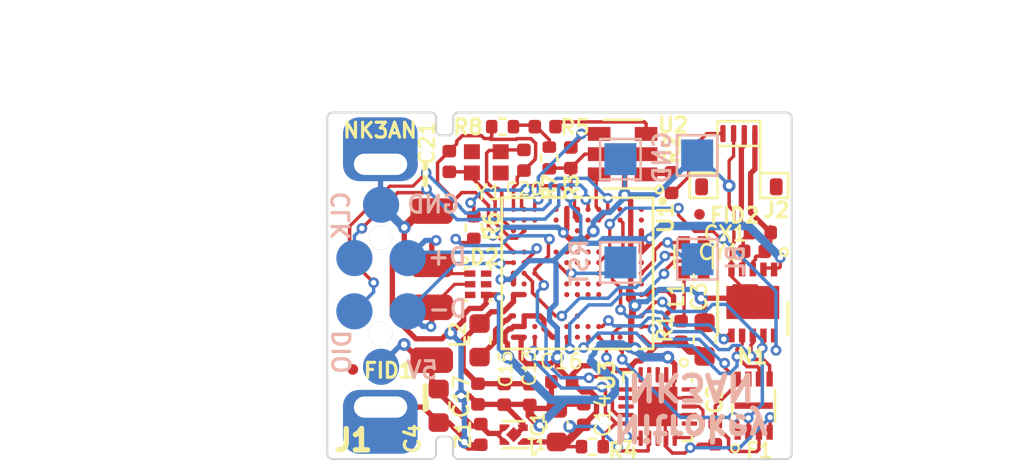
<source format=kicad_pcb>
(kicad_pcb (version 20171130) (host pcbnew 5.1.12-84ad8e8a86~92~ubuntu21.10.1)

  (general
    (thickness 0.8)
    (drawings 44)
    (tracks 764)
    (zones 0)
    (modules 41)
    (nets 85)
  )

  (page A4)
  (title_block
    (title "Nitrokey FIDO2")
    (date 2019-10-21)
    (rev R5)
    (company Nitrokey)
  )

  (layers
    (0 Front signal)
    (31 Back signal)
    (32 B.Adhes user)
    (33 F.Adhes user)
    (34 B.Paste user)
    (35 F.Paste user)
    (36 B.SilkS user)
    (37 F.SilkS user)
    (38 B.Mask user)
    (39 F.Mask user)
    (40 Dwgs.User user)
    (41 Cmts.User user)
    (42 Eco1.User user)
    (43 Eco2.User user)
    (44 Edge.Cuts user)
    (45 Margin user)
    (46 B.CrtYd user)
    (47 F.CrtYd user)
    (48 B.Fab user)
    (49 F.Fab user)
  )

  (setup
    (last_trace_width 0.1524)
    (user_trace_width 0.1524)
    (user_trace_width 0.162)
    (user_trace_width 0.25)
    (user_trace_width 0.254)
    (user_trace_width 0.4)
    (user_trace_width 0.5)
    (user_trace_width 1)
    (user_trace_width 1.5)
    (user_trace_width 2.5)
    (user_trace_width 3)
    (user_trace_width 5)
    (trace_clearance 0.15)
    (zone_clearance 0.15)
    (zone_45_only no)
    (trace_min 0.15)
    (via_size 0.5)
    (via_drill 0.2)
    (via_min_size 0.2)
    (via_min_drill 0.2)
    (user_via 0.5 0.2)
    (user_via 0.5 0.25)
    (user_via 0.5 0.3)
    (user_via 0.6 0.3)
    (user_via 0.6 0.4)
    (user_via 0.8 0.5)
    (uvia_size 0.5)
    (uvia_drill 0.14986)
    (uvias_allowed no)
    (uvia_min_size 0.2)
    (uvia_min_drill 0.14986)
    (edge_width 0.09906)
    (segment_width 0.15)
    (pcb_text_width 0.15)
    (pcb_text_size 1.2 1.5)
    (mod_edge_width 0.09906)
    (mod_text_size 0.8 0.8)
    (mod_text_width 0.15)
    (pad_size 1.55 2.48)
    (pad_drill 0)
    (pad_to_mask_clearance 0)
    (aux_axis_origin 127 98.9965)
    (visible_elements 7FFFBE7F)
    (pcbplotparams
      (layerselection 0x010fc_ffffffff)
      (usegerberextensions true)
      (usegerberattributes false)
      (usegerberadvancedattributes false)
      (creategerberjobfile false)
      (excludeedgelayer true)
      (linewidth 0.150000)
      (plotframeref false)
      (viasonmask false)
      (mode 1)
      (useauxorigin false)
      (hpglpennumber 1)
      (hpglpenspeed 20)
      (hpglpendiameter 15.000000)
      (psnegative false)
      (psa4output false)
      (plotreference true)
      (plotvalue false)
      (plotinvisibletext false)
      (padsonsilk false)
      (subtractmaskfromsilk true)
      (outputformat 1)
      (mirror false)
      (drillshape 0)
      (scaleselection 1)
      (outputdirectory "production-data/"))
  )

  (net 0 "")
  (net 1 "Net-(U1-PadE9)")
  (net 2 "Net-(U1-PadF8)")
  (net 3 "Net-(U1-PadF9)")
  (net 4 "Net-(U1-PadG5)")
  (net 5 "Net-(U1-PadH5)")
  (net 6 "Net-(U1-PadH8)")
  (net 7 "Net-(U1-PadJ5)")
  (net 8 "Net-(U1-PadJ8)")
  (net 9 "Net-(U1-PadJ9)")
  (net 10 +3V3)
  (net 11 GNDREF)
  (net 12 "Net-(U1-PadM2)")
  (net 13 "Net-(U1-PadF5)")
  (net 14 "Net-(U1-PadM5)")
  (net 15 "Net-(U1-PadF6)")
  (net 16 "Net-(U1-PadG6)")
  (net 17 "Net-(U1-PadE8)")
  (net 18 "Net-(U1-PadG8)")
  (net 19 "Net-(U1-PadM8)")
  (net 20 "Net-(U1-PadG9)")
  (net 21 "Net-(U1-PadG11)")
  (net 22 "Net-(U1-PadF12)")
  (net 23 "Net-(U1-PadG12)")
  (net 24 /solo/Sheet5DDC9C58/SWCLK)
  (net 25 /solo/Sheet5DDC9C58/SWDIO)
  (net 26 /solo/Sheet5DDC9C58/SWO)
  (net 27 /solo/nRESET)
  (net 28 /solo/Sheet5DDC9C58/G)
  (net 29 /solo/Sheet5DDC9C58/B)
  (net 30 /solo/Sheet5DDC9C58/R)
  (net 31 /solo/Sheet5DDC9C58/SPI_SS)
  (net 32 /solo/Sheet5DDC9C58/SPI_MOSI)
  (net 33 /solo/Sheet5DDC9C58/SPI_MISO)
  (net 34 /solo/Sheet5DDC9C58/SPI_CLK)
  (net 35 /5V)
  (net 36 "Net-(U1-PadG13)")
  (net 37 /solo/Sheet5DDC9C58/SENSE1)
  (net 38 /solo/Sheet5DDC9C58/CHARGE1)
  (net 39 /solo/Sheet5DDC9C58/SENSE2)
  (net 40 /solo/Sheet5DDC9C58/SENSE3)
  (net 41 "Net-(L1-Pad4)")
  (net 42 /NFC+)
  (net 43 /NFC-)
  (net 44 "Net-(U1-PadE5)")
  (net 45 "Net-(C13-Pad1)")
  (net 46 "Net-(L2-Pad1)")
  (net 47 /solo/FLASH_CS)
  (net 48 /solo/FLASH_POWER)
  (net 49 /solo/Sheet5DDC9C58/NFC_GPIO)
  (net 50 "Net-(U1-PadH9)")
  (net 51 "Net-(U1-PadJ7)")
  (net 52 "Net-(U1-PadC13)")
  (net 53 "Net-(U1-PadE7)")
  (net 54 "Net-(U1-PadL12)")
  (net 55 "Net-(C20-Pad2)")
  (net 56 "Net-(C21-Pad2)")
  (net 57 "Net-(U1-PadA1)")
  (net 58 "Net-(U1-PadA2)")
  (net 59 "Net-(U1-PadH6)")
  (net 60 "Net-(U1-PadH12)")
  (net 61 "Net-(U1-PadC1)")
  (net 62 /D-)
  (net 63 /D+)
  (net 64 "Net-(U1-PadA8)")
  (net 65 "Net-(U1-PadA6)")
  (net 66 "Net-(U1-PadN2)")
  (net 67 "Net-(U1-PadJ12)")
  (net 68 "Net-(D2-Pad6)")
  (net 69 "Net-(D2-Pad5)")
  (net 70 "Net-(D2-Pad3)")
  (net 71 /solo/Sheet5DDC9C58/SIM_CLK)
  (net 72 /solo/Sheet5DDC9C58/SIM_IO)
  (net 73 /solo/Sheet5DDC9C58/SIM_RST)
  (net 74 /solo/Sheet5DDC9C58/SIM_VCC)
  (net 75 /solo/CAPT)
  (net 76 "Net-(R2-Pad2)")
  (net 77 "Net-(R5-Pad1)")
  (net 78 "Net-(U1-PadL2)")
  (net 79 /solo/Sheet5DDC9C58/SE_ENA)
  (net 80 "Net-(U3-Pad15)")
  (net 81 "Net-(U3-Pad16)")
  (net 82 "Net-(U3-Pad13)")
  (net 83 "Net-(U3-Pad3)")
  (net 84 "Net-(R5-Pad2)")

  (net_class Default "This is the default net class."
    (clearance 0.15)
    (trace_width 0.1524)
    (via_dia 0.5)
    (via_drill 0.2)
    (uvia_dia 0.5)
    (uvia_drill 0.14986)
    (add_net /5V)
    (add_net /D+)
    (add_net /D-)
    (add_net /NFC+)
    (add_net /NFC-)
    (add_net /solo/CAPT)
    (add_net /solo/FLASH_CS)
    (add_net /solo/FLASH_POWER)
    (add_net /solo/Sheet5DDC9C58/B)
    (add_net /solo/Sheet5DDC9C58/CHARGE1)
    (add_net /solo/Sheet5DDC9C58/G)
    (add_net /solo/Sheet5DDC9C58/NFC_GPIO)
    (add_net /solo/Sheet5DDC9C58/R)
    (add_net /solo/Sheet5DDC9C58/SENSE1)
    (add_net /solo/Sheet5DDC9C58/SENSE2)
    (add_net /solo/Sheet5DDC9C58/SENSE3)
    (add_net /solo/Sheet5DDC9C58/SE_ENA)
    (add_net /solo/Sheet5DDC9C58/SIM_CLK)
    (add_net /solo/Sheet5DDC9C58/SIM_IO)
    (add_net /solo/Sheet5DDC9C58/SIM_RST)
    (add_net /solo/Sheet5DDC9C58/SIM_VCC)
    (add_net /solo/Sheet5DDC9C58/SPI_CLK)
    (add_net /solo/Sheet5DDC9C58/SPI_MISO)
    (add_net /solo/Sheet5DDC9C58/SPI_MOSI)
    (add_net /solo/Sheet5DDC9C58/SPI_SS)
    (add_net /solo/Sheet5DDC9C58/SWCLK)
    (add_net /solo/Sheet5DDC9C58/SWDIO)
    (add_net /solo/Sheet5DDC9C58/SWO)
    (add_net /solo/nRESET)
    (add_net GNDREF)
    (add_net "Net-(C13-Pad1)")
    (add_net "Net-(C20-Pad2)")
    (add_net "Net-(C21-Pad2)")
    (add_net "Net-(D2-Pad3)")
    (add_net "Net-(D2-Pad5)")
    (add_net "Net-(D2-Pad6)")
    (add_net "Net-(L1-Pad4)")
    (add_net "Net-(L2-Pad1)")
    (add_net "Net-(R2-Pad2)")
    (add_net "Net-(R5-Pad1)")
    (add_net "Net-(R5-Pad2)")
    (add_net "Net-(U1-PadA1)")
    (add_net "Net-(U1-PadA2)")
    (add_net "Net-(U1-PadA6)")
    (add_net "Net-(U1-PadA8)")
    (add_net "Net-(U1-PadC1)")
    (add_net "Net-(U1-PadC13)")
    (add_net "Net-(U1-PadE5)")
    (add_net "Net-(U1-PadE7)")
    (add_net "Net-(U1-PadE8)")
    (add_net "Net-(U1-PadE9)")
    (add_net "Net-(U1-PadF12)")
    (add_net "Net-(U1-PadF5)")
    (add_net "Net-(U1-PadF6)")
    (add_net "Net-(U1-PadF8)")
    (add_net "Net-(U1-PadF9)")
    (add_net "Net-(U1-PadG11)")
    (add_net "Net-(U1-PadG12)")
    (add_net "Net-(U1-PadG13)")
    (add_net "Net-(U1-PadG5)")
    (add_net "Net-(U1-PadG6)")
    (add_net "Net-(U1-PadG8)")
    (add_net "Net-(U1-PadG9)")
    (add_net "Net-(U1-PadH12)")
    (add_net "Net-(U1-PadH5)")
    (add_net "Net-(U1-PadH6)")
    (add_net "Net-(U1-PadH8)")
    (add_net "Net-(U1-PadH9)")
    (add_net "Net-(U1-PadJ12)")
    (add_net "Net-(U1-PadJ5)")
    (add_net "Net-(U1-PadJ7)")
    (add_net "Net-(U1-PadJ8)")
    (add_net "Net-(U1-PadJ9)")
    (add_net "Net-(U1-PadL12)")
    (add_net "Net-(U1-PadL2)")
    (add_net "Net-(U1-PadM2)")
    (add_net "Net-(U1-PadM5)")
    (add_net "Net-(U1-PadM8)")
    (add_net "Net-(U1-PadN2)")
    (add_net "Net-(U3-Pad13)")
    (add_net "Net-(U3-Pad15)")
    (add_net "Net-(U3-Pad16)")
    (add_net "Net-(U3-Pad3)")
  )

  (net_class GND ""
    (clearance 0.15)
    (trace_width 0.1524)
    (via_dia 0.5)
    (via_drill 0.2)
    (uvia_dia 0.5)
    (uvia_drill 0.14986)
  )

  (net_class Touch ""
    (clearance 0.2)
    (trace_width 0.1524)
    (via_dia 0.5)
    (via_drill 0.2)
    (uvia_dia 0.5)
    (uvia_drill 0.14986)
  )

  (net_class VBUS ""
    (clearance 0.15)
    (trace_width 0.1524)
    (via_dia 0.5)
    (via_drill 0.2)
    (uvia_dia 0.5)
    (uvia_drill 0.14986)
  )

  (net_class VDD ""
    (clearance 0.15)
    (trace_width 0.1524)
    (via_dia 0.5)
    (via_drill 0.2)
    (uvia_dia 0.5)
    (uvia_drill 0.14986)
    (add_net +3V3)
  )

  (module Package_DFN_QFN:DFN-10-1EP_3x3mm_P0.5mm_EP1.55x2.48mm (layer Front) (tedit 625043EA) (tstamp 5E702DD6)
    (at 154.71 99.58 270)
    (descr "10-Lead Plastic Dual Flat, No Lead Package (MF) - 3x3x0.9 mm Body [DFN] (see Microchip Packaging Specification 00000049BS.pdf)")
    (tags "DFN 0.5")
    (path /5DDFB633/5E7A565A)
    (attr smd)
    (fp_text reference N1 (at 2.52 0.02 180) (layer F.SilkS)
      (effects (font (size 0.7 0.7) (thickness 0.15)))
    )
    (fp_text value FM11NC08 (at 0 2.575 90) (layer F.Fab)
      (effects (font (size 1 1) (thickness 0.15)))
    )
    (fp_line (start 0 -1.65) (end 1.5 -1.65) (layer F.SilkS) (width 0.15))
    (fp_line (start -1.5 1.65) (end 1.5 1.65) (layer F.SilkS) (width 0.15))
    (fp_line (start -2.15 1.85) (end 2.15 1.85) (layer F.CrtYd) (width 0.05))
    (fp_line (start -2.15 -1.85) (end 2.15 -1.85) (layer F.CrtYd) (width 0.05))
    (fp_line (start 2.15 -1.85) (end 2.15 1.85) (layer F.CrtYd) (width 0.05))
    (fp_line (start -2.15 -1.85) (end -2.15 1.85) (layer F.CrtYd) (width 0.05))
    (fp_line (start -1.5 -0.5) (end -0.5 -1.5) (layer F.Fab) (width 0.15))
    (fp_line (start -1.5 1.5) (end -1.5 -0.5) (layer F.Fab) (width 0.15))
    (fp_line (start 1.5 1.5) (end -1.5 1.5) (layer F.Fab) (width 0.15))
    (fp_line (start 1.5 -1.5) (end 1.5 1.5) (layer F.Fab) (width 0.15))
    (fp_line (start -0.5 -1.5) (end 1.5 -1.5) (layer F.Fab) (width 0.15))
    (fp_text user %R (at 0 0 90) (layer F.Fab)
      (effects (font (size 0.7 0.7) (thickness 0.105)))
    )
    (pad "" smd rect (at 0.3875 0.62 270) (size 0.6 1.05) (layers F.Paste))
    (pad "" smd rect (at -0.3875 0.62 270) (size 0.6 1.05) (layers F.Paste))
    (pad "" smd rect (at -0.3875 -0.62 270) (size 0.6 1.05) (layers F.Paste))
    (pad EXP smd rect (at 0 0 270) (size 1.55 2.48) (layers Front F.Mask)
      (net 11 GNDREF))
    (pad "" smd rect (at 0.3875 -0.62 270) (size 0.6 1.05) (layers F.Paste))
    (pad 10 smd rect (at 1.55 -1 270) (size 0.65 0.3) (layers Front F.Paste F.Mask)
      (net 49 /solo/Sheet5DDC9C58/NFC_GPIO))
    (pad 9 smd rect (at 1.55 -0.5 270) (size 0.65 0.3) (layers Front F.Paste F.Mask)
      (net 33 /solo/Sheet5DDC9C58/SPI_MISO))
    (pad 8 smd rect (at 1.55 0 270) (size 0.65 0.3) (layers Front F.Paste F.Mask)
      (net 32 /solo/Sheet5DDC9C58/SPI_MOSI))
    (pad 7 smd rect (at 1.55 0.5 270) (size 0.65 0.3) (layers Front F.Paste F.Mask)
      (net 34 /solo/Sheet5DDC9C58/SPI_CLK))
    (pad 6 smd rect (at 1.55 1 270) (size 0.65 0.3) (layers Front F.Paste F.Mask)
      (net 31 /solo/Sheet5DDC9C58/SPI_SS))
    (pad 5 smd rect (at -1.55 1 270) (size 0.65 0.3) (layers Front F.Paste F.Mask)
      (net 11 GNDREF))
    (pad 4 smd rect (at -1.55 0.5 270) (size 0.65 0.3) (layers Front F.Paste F.Mask)
      (net 42 /NFC+))
    (pad 3 smd rect (at -1.55 0 270) (size 0.65 0.3) (layers Front F.Paste F.Mask)
      (net 43 /NFC-))
    (pad 2 smd rect (at -1.55 -0.5 270) (size 0.65 0.3) (layers Front F.Paste F.Mask)
      (net 10 +3V3))
    (pad 1 smd rect (at -1.55 -1 270) (size 0.65 0.3) (layers Front F.Paste F.Mask)
      (net 10 +3V3))
    (model ${KISYS3DMOD}/Package_DFN_QFN.3dshapes/DFN-10-1EP_3x3mm_P0.5mm_EP1.55x2.48mm.wrl
      (at (xyz 0 0 0))
      (scale (xyz 1 1 1))
      (rotate (xyz 0 0 0))
    )
  )

  (module footprints:USB-A-PLUG locked (layer Front) (tedit 60F81965) (tstamp 605728BA)
    (at 129.03818 98.38404 180)
    (descr "USB A PLUG Through Hole")
    (tags USB)
    (path /5FB2C52A)
    (attr smd)
    (fp_text reference J1 (at -6.93682 -7.66596 180) (layer F.SilkS)
      (effects (font (size 1 1) (thickness 0.25)))
    )
    (fp_text value USB_A (at 1.7921 -7.60336) (layer B.SilkS) hide
      (effects (font (size 1.524 1.524) (thickness 0.3048)) (justify mirror))
    )
    (fp_poly (pts (xy -6.5 -6.4) (xy -6.5 -5.7) (xy -7 -5.3) (xy -9.5 -5.3)
      (xy -9.9 -5.7) (xy -9.9 -6.4) (xy -9.5 -6.8) (xy -7 -6.8)) (layer F.Paste) (width 0.1))
    (fp_poly (pts (xy -6.5 4.9) (xy -6.5 5.6) (xy -7 6) (xy -9.5 6)
      (xy -9.9 5.6) (xy -9.9 4.9) (xy -9.5 4.5) (xy -7 4.5)) (layer F.Paste) (width 0.1))
    (fp_line (start -5.46354 5.34162) (end -5.46354 -6.0579) (layer Cmts.User) (width 0.01016))
    (fp_line (start -9.21258 -6.40588) (end -9.21258 5.59308) (layer B.Fab) (width 0.09906))
    (fp_line (start 9.5885 -6.40588) (end -9.21258 -6.40588) (layer B.Fab) (width 0.09906))
    (fp_line (start 9.5885 5.59308) (end 9.5885 -6.40588) (layer B.Fab) (width 0.09906))
    (fp_line (start -9.21258 5.59308) (end 9.5885 5.59308) (layer B.Fab) (width 0.09906))
    (fp_line (start -10.3124 4.2926) (end -10.3124 5.39242) (layer F.SilkS) (width 0.254))
    (fp_line (start -10.3124 -5.1054) (end -10.3124 -6.20522) (layer F.SilkS) (width 0.254))
    (fp_line (start -5.21208 5.59308) (end -5.21208 -6.40588) (layer B.Fab) (width 0.127))
    (fp_line (start -11.31316 6.04266) (end -9.31164 6.04266) (layer Cmts.User) (width 0.01016))
    (fp_line (start -11.31316 -6.85546) (end -9.31164 -6.85546) (layer Cmts.User) (width 0.01016))
    (pad 4 thru_hole oval (at -8.21182 -6.10616) (size 3.50012 1.50114) (drill oval 2.49936 1.00076) (layers *.Cu *.Mask)
      (net 11 GNDREF))
    (pad 4 thru_hole oval (at -8.21182 5.29336) (size 3.50012 1.50114) (drill oval 2.49936 1.00076) (layers *.Cu *.Mask)
      (net 11 GNDREF))
    (pad 3 smd roundrect (at -10.6124 0.59436) (size 1.99898 1.19888) (layers Front F.Paste F.Mask) (roundrect_rratio 0.25)
      (net 63 /D+))
    (pad 2 smd roundrect (at -10.6124 -1.4224) (size 1.99898 1.19888) (layers Front F.Paste F.Mask) (roundrect_rratio 0.25)
      (net 62 /D-))
    (pad 4 smd roundrect (at -10.6124 3.09372) (size 1.99898 1.19888) (layers Front F.Paste F.Mask) (roundrect_rratio 0.25)
      (net 11 GNDREF))
    (pad 1 smd roundrect (at -10.6124 -3.90652) (size 1.99898 1.19888) (layers Front F.Paste F.Mask) (roundrect_rratio 0.25)
      (net 35 /5V))
    (pad 7 thru_hole circle (at -8.21182 1.84404) (size 1.09982 1.09982) (drill 1.09982) (layers *.Cu *.Mask F.SilkS))
    (pad 8 thru_hole circle (at -8.21182 -2.65684) (size 1.09982 1.09982) (drill 1.09982) (layers *.Cu *.Mask F.SilkS))
    (pad 4 smd roundrect (at -8.2 -6.8) (size 3.50012 3) (layers Back B.Mask) (roundrect_rratio 0.25)
      (net 11 GNDREF))
    (pad 4 smd roundrect (at -8.2 6) (size 3.50012 3) (layers Back B.Mask) (roundrect_rratio 0.25)
      (net 11 GNDREF))
    (model 3DLib/USB_A_SMD.wrl
      (offset (xyz -0.127 0.381 0))
      (scale (xyz 0.39 0.38 0.38))
      (rotate (xyz -90 0 -90))
    )
  )

  (module solo:Texas_X2SON-4_1x1mm_P0.65mm (layer Front) (tedit 60567BF5) (tstamp 5FB42CEE)
    (at 143.4942 105.785 180)
    (descr "X2SON 5 pin 1x1mm package (Reference Datasheet: http://www.ti.com/lit/ds/sbvs193d/sbvs193d.pdf Reference part: TPS383x) [StepUp generated footprint]")
    (tags X2SON)
    (path /5DDFB633/5DE432E5)
    (attr smd)
    (fp_text reference T1 (at -1.0808 -0.465) (layer F.SilkS)
      (effects (font (size 0.5 0.5) (thickness 0.125)))
    )
    (fp_text value TLV742p (at 1.65 8.055 180) (layer F.Fab) hide
      (effects (font (size 0.6 0.6) (thickness 0.1)))
    )
    (fp_line (start 0.5 0.5) (end -0.5 0.5) (layer F.Fab) (width 0.1))
    (fp_line (start -0.5 0.5) (end -0.5 -0.25) (layer F.Fab) (width 0.1))
    (fp_line (start -0.5 -0.25) (end -0.25 -0.5) (layer F.Fab) (width 0.1))
    (fp_line (start -0.25 -0.5) (end 0.5 -0.5) (layer F.Fab) (width 0.1))
    (fp_line (start 0.5 -0.5) (end 0.5 0.5) (layer F.Fab) (width 0.1))
    (fp_line (start -0.91 -0.75) (end 0.91 -0.75) (layer F.CrtYd) (width 0.05))
    (fp_line (start 0.91 -0.75) (end 0.91 0.75) (layer F.CrtYd) (width 0.05))
    (fp_line (start 0.91 0.75) (end -0.91 0.75) (layer F.CrtYd) (width 0.05))
    (fp_line (start -0.91 0.75) (end -0.91 -0.75) (layer F.CrtYd) (width 0.05))
    (fp_line (start -0.66 -0.63) (end 0.5 -0.63) (layer F.SilkS) (width 0.12))
    (fp_line (start -0.5 0.63) (end 0.5 0.63) (layer F.SilkS) (width 0.12))
    (fp_text user · (at -0.83 -0.74 180) (layer F.SilkS) hide
      (effects (font (size 1 1) (thickness 0.25)))
    )
    (fp_text user %R (at 0 0 180) (layer F.Fab) hide
      (effects (font (size 0.2 0.2) (thickness 0.04)))
    )
    (pad 5 smd rect (at 0 0 225) (size 0.51 0.51) (layers Front F.Paste F.Mask)
      (net 11 GNDREF) (solder_mask_margin -0.05) (solder_paste_margin -0.065) (solder_paste_margin_ratio -0.00000001))
    (pad 2 smd custom (at -0.43 0.325 180) (size 0.148492 0.148492) (layers Front)
      (net 11 GNDREF) (zone_connect 2)
      (options (clearance outline) (anchor circle))
      (primitives
        (gr_poly (pts
           (xy 0.23 0.054289) (xy 0.23 0.155) (xy -0.23 0.155) (xy -0.23 -0.155) (xy 0.020711 -0.155)
) (width 0))
      ))
    (pad 3 smd custom (at 0.43 0.325 180) (size 0.148492 0.148492) (layers Front)
      (net 35 /5V) (zone_connect 2)
      (options (clearance outline) (anchor circle))
      (primitives
        (gr_poly (pts
           (xy 0.23 0.155) (xy 0.23 -0.155) (xy -0.020711 -0.155) (xy -0.23 0.054289) (xy -0.23 0.155)
) (width 0))
      ))
    (pad 4 smd custom (at 0.43 -0.325 180) (size 0.148492 0.148492) (layers Front)
      (net 35 /5V) (zone_connect 2)
      (options (clearance outline) (anchor circle))
      (primitives
        (gr_poly (pts
           (xy -0.23 -0.155) (xy 0.23 -0.155) (xy 0.23 0.155) (xy -0.020711 0.155) (xy -0.23 -0.054289)
) (width 0))
      ))
    (pad 1 smd custom (at -0.43 -0.325 180) (size 0.148492 0.148492) (layers Front)
      (net 10 +3V3) (zone_connect 2)
      (options (clearance outline) (anchor circle))
      (primitives
        (gr_poly (pts
           (xy 0.23 -0.155) (xy -0.23 -0.155) (xy -0.23 0.155) (xy 0.020711 0.155) (xy 0.23 -0.054289)
) (width 0))
      ))
    (pad "" smd custom (at -0.43 0.325 180) (size 0.148492 0.148492) (layers F.Paste F.Mask)
      (zone_connect 0)
      (options (clearance outline) (anchor circle))
      (primitives
        (gr_poly (pts
           (xy 0.18 0.105) (xy 0.18 0.075) (xy 0 -0.105) (xy 0.18 0.075) (xy 0 -0.105)
           (xy -0.18 -0.105) (xy -0.18 0.105)) (width 0))
      ))
    (pad "" smd custom (at 0.43 0.325 180) (size 0.148492 0.148492) (layers F.Paste F.Mask)
      (zone_connect 0)
      (options (clearance outline) (anchor circle))
      (primitives
        (gr_poly (pts
           (xy -0.18 0.105) (xy -0.18 0.075) (xy 0 -0.105) (xy -0.18 0.075) (xy 0 -0.105)
           (xy 0.18 -0.105) (xy 0.18 0.105)) (width 0))
      ))
    (pad "" smd custom (at 0.43 -0.325 180) (size 0.148492 0.148492) (layers F.Mask)
      (options (clearance outline) (anchor circle))
      (primitives
        (gr_poly (pts
           (xy -0.18 -0.105) (xy -0.18 -0.075) (xy 0 0.105) (xy -0.18 -0.075) (xy 0 0.105)
           (xy 0.18 0.105) (xy 0.18 -0.105)) (width 0))
      ))
    (pad "" smd custom (at -0.43 -0.325 180) (size 0.148492 0.148492) (layers F.Mask)
      (options (clearance outline) (anchor circle))
      (primitives
        (gr_poly (pts
           (xy 0.18 -0.105) (xy 0.18 -0.075) (xy 0 0.105) (xy 0.18 -0.075) (xy 0 0.105)
           (xy -0.18 0.105) (xy -0.18 -0.105)) (width 0))
      ))
    (pad "" smd custom (at -0.43 -0.325 180) (size 0.148492 0.148492) (layers F.Paste)
      (zone_connect 0)
      (options (clearance outline) (anchor circle))
      (primitives
        (gr_poly (pts
           (xy 0.18 -0.105) (xy 0.18 -0.075) (xy 0 0.105) (xy 0.18 -0.075) (xy 0 0.105)
           (xy -0.18 0.105) (xy -0.18 -0.105)) (width 0))
      ))
    (pad "" smd custom (at 0.43 -0.325 180) (size 0.148492 0.148492) (layers F.Paste F.Mask)
      (zone_connect 0)
      (options (clearance outline) (anchor circle))
      (primitives
        (gr_poly (pts
           (xy -0.18 -0.105) (xy -0.18 -0.075) (xy 0 0.105) (xy -0.18 -0.075) (xy 0 0.105)
           (xy 0.18 0.105) (xy 0.18 -0.105)) (width 0))
      ))
    (model 3d/tlv742p.step
      (offset (xyz -0.5 -0.5 0))
      (scale (xyz 1 1 1))
      (rotate (xyz 0 0 0))
    )
  )

  (module Capacitor_SMD:C_0402_1005Metric (layer Front) (tedit 5B301BBE) (tstamp 6056C076)
    (at 154.79 97.175)
    (descr "Capacitor SMD 0402 (1005 Metric), square (rectangular) end terminal, IPC_7351 nominal, (Body size source: http://www.tortai-tech.com/upload/download/2011102023233369053.pdf), generated with kicad-footprint-generator")
    (tags capacitor)
    (path /5DDFB633/6056EDA3)
    (attr smd)
    (fp_text reference CY1 (at -1.6492 0.045) (layer F.SilkS)
      (effects (font (size 0.7 0.7) (thickness 0.125)))
    )
    (fp_text value 120pF (at 3.4758 -0.03) (layer F.Fab) hide
      (effects (font (size 1 1) (thickness 0.15)))
    )
    (fp_line (start 0.93 0.47) (end -0.93 0.47) (layer F.CrtYd) (width 0.05))
    (fp_line (start 0.93 -0.47) (end 0.93 0.47) (layer F.CrtYd) (width 0.05))
    (fp_line (start -0.93 -0.47) (end 0.93 -0.47) (layer F.CrtYd) (width 0.05))
    (fp_line (start -0.93 0.47) (end -0.93 -0.47) (layer F.CrtYd) (width 0.05))
    (fp_line (start 0.5 0.25) (end -0.5 0.25) (layer F.Fab) (width 0.1))
    (fp_line (start 0.5 -0.25) (end 0.5 0.25) (layer F.Fab) (width 0.1))
    (fp_line (start -0.5 -0.25) (end 0.5 -0.25) (layer F.Fab) (width 0.1))
    (fp_line (start -0.5 0.25) (end -0.5 -0.25) (layer F.Fab) (width 0.1))
    (fp_text user %R (at 0 0) (layer F.Fab) hide
      (effects (font (size 0.25 0.25) (thickness 0.04)))
    )
    (pad 1 smd roundrect (at -0.485 0) (size 0.59 0.64) (layers Front F.Paste F.Mask) (roundrect_rratio 0.25)
      (net 42 /NFC+))
    (pad 2 smd roundrect (at 0.485 0) (size 0.59 0.64) (layers Front F.Paste F.Mask) (roundrect_rratio 0.25)
      (net 43 /NFC-))
  )

  (module Fiducial:Fiducial_0.5mm_Mask1mm (layer Front) (tedit 5FB4FEBA) (tstamp 5FB4DD68)
    (at 152.21 95.44)
    (descr "Circular Fiducial, 0.5mm bare copper, 1mm soldermask opening (Level C)")
    (tags fiducial)
    (path /5FB46128)
    (attr smd)
    (fp_text reference FID2 (at 1.65 0.05) (layer F.SilkS)
      (effects (font (size 0.7 0.7) (thickness 0.15)))
    )
    (fp_text value Fiducial (at 0 1.5) (layer F.Fab) hide
      (effects (font (size 1 1) (thickness 0.15)))
    )
    (fp_circle (center 0 0) (end 0.5 0) (layer F.Fab) (width 0.1))
    (fp_text user %R (at 0 0) (layer F.Fab) hide
      (effects (font (size 0.2 0.2) (thickness 0.04)))
    )
    (pad "" smd circle (at 0 0) (size 0.5 0.5) (layers Front F.Mask)
      (solder_mask_margin 0.25) (clearance 0.25))
  )

  (module TestPoint:TestPoint_Pad_1.5x1.5mm (layer Back) (tedit 5A0F774F) (tstamp 5FB534DD)
    (at 148.5 92.85)
    (descr "SMD rectangular pad as test Point, square 1.5mm side length")
    (tags "test point SMD pad rectangle square")
    (path /5DDFB633/5DDC9C59/5FB76D8F)
    (attr virtual)
    (fp_text reference TP4 (at 0 1.648) (layer B.SilkS) hide
      (effects (font (size 1 1) (thickness 0.15)) (justify mirror))
    )
    (fp_text value TestPoint (at 0 -1.75) (layer B.Fab) hide
      (effects (font (size 1 1) (thickness 0.15)) (justify mirror))
    )
    (fp_line (start -0.95 0.95) (end 0.95 0.95) (layer B.SilkS) (width 0.12))
    (fp_line (start 0.95 0.95) (end 0.95 -0.95) (layer B.SilkS) (width 0.12))
    (fp_line (start 0.95 -0.95) (end -0.95 -0.95) (layer B.SilkS) (width 0.12))
    (fp_line (start -0.95 -0.95) (end -0.95 0.95) (layer B.SilkS) (width 0.12))
    (fp_line (start -1.25 1.25) (end 1.25 1.25) (layer B.CrtYd) (width 0.05))
    (fp_line (start -1.25 1.25) (end -1.25 -1.25) (layer B.CrtYd) (width 0.05))
    (fp_line (start 1.25 -1.25) (end 1.25 1.25) (layer B.CrtYd) (width 0.05))
    (fp_line (start 1.25 -1.25) (end -1.25 -1.25) (layer B.CrtYd) (width 0.05))
    (fp_text user %R (at 0 1.65) (layer B.Fab) hide
      (effects (font (size 1 1) (thickness 0.15)) (justify mirror))
    )
    (pad 1 smd rect (at 0 0) (size 1.5 1.5) (layers Back B.Mask)
      (net 11 GNDREF))
  )

  (module TestPoint:TestPoint_Pad_1.5x1.5mm (layer Back) (tedit 5A0F774F) (tstamp 5FB512F8)
    (at 152.1 92.675)
    (descr "SMD rectangular pad as test Point, square 1.5mm side length")
    (tags "test point SMD pad rectangle square")
    (path /5DDFB633/5DDC9C59/5FB61888)
    (attr virtual)
    (fp_text reference TP3 (at 0 1.648) (layer B.SilkS) hide
      (effects (font (size 1 1) (thickness 0.15)) (justify mirror))
    )
    (fp_text value TestPoint (at 0 -1.75) (layer B.Fab) hide
      (effects (font (size 1 1) (thickness 0.15)) (justify mirror))
    )
    (fp_line (start -0.95 0.95) (end 0.95 0.95) (layer B.SilkS) (width 0.12))
    (fp_line (start 0.95 0.95) (end 0.95 -0.95) (layer B.SilkS) (width 0.12))
    (fp_line (start 0.95 -0.95) (end -0.95 -0.95) (layer B.SilkS) (width 0.12))
    (fp_line (start -0.95 -0.95) (end -0.95 0.95) (layer B.SilkS) (width 0.12))
    (fp_line (start -1.25 1.25) (end 1.25 1.25) (layer B.CrtYd) (width 0.05))
    (fp_line (start -1.25 1.25) (end -1.25 -1.25) (layer B.CrtYd) (width 0.05))
    (fp_line (start 1.25 -1.25) (end 1.25 1.25) (layer B.CrtYd) (width 0.05))
    (fp_line (start 1.25 -1.25) (end -1.25 -1.25) (layer B.CrtYd) (width 0.05))
    (fp_text user %R (at 0 1.65) (layer B.Fab) hide
      (effects (font (size 1 1) (thickness 0.15)) (justify mirror))
    )
    (pad 1 smd rect (at 0 0) (size 1.5 1.5) (layers Back B.Mask)
      (net 11 GNDREF))
  )

  (module solo:BGA98C50P13X13_700X700X97N (layer Front) (tedit 5FB3E4D6) (tstamp 5E6FFE03)
    (at 146.485 98.21 270)
    (path /5DDFB633/5DDC9C59/5E727C5A)
    (attr smd)
    (fp_text reference U1 (at -2.585 -4.14 90) (layer F.SilkS)
      (effects (font (size 0.7 0.7) (thickness 0.15)))
    )
    (fp_text value LPC55S69JEV98K (at 14.965 1.06 180) (layer F.Fab) hide
      (effects (font (size 1 1) (thickness 0.05)))
    )
    (fp_line (start -3.55 -3.55) (end 3.55 -3.55) (layer F.Fab) (width 0.127))
    (fp_line (start 3.55 -3.55) (end 3.55 3.55) (layer F.Fab) (width 0.127))
    (fp_line (start 3.55 3.55) (end -3.55 3.55) (layer F.Fab) (width 0.127))
    (fp_line (start -3.55 3.55) (end -3.55 -3.55) (layer F.Fab) (width 0.127))
    (fp_line (start -3.55 -3.55) (end 3.55 -3.55) (layer F.SilkS) (width 0.127))
    (fp_line (start 3.55 -3.55) (end 3.55 3.55) (layer F.SilkS) (width 0.127))
    (fp_line (start 3.55 3.55) (end -3.55 3.55) (layer F.SilkS) (width 0.127))
    (fp_line (start -3.55 3.55) (end -3.55 -3.55) (layer F.SilkS) (width 0.127))
    (fp_circle (center -3.4 -4) (end -3.3 -4) (layer F.SilkS) (width 0.2))
    (fp_circle (center -3.4 -4) (end -3.3 -4) (layer F.Fab) (width 0.2))
    (pad N13 smd circle (at 3 3 270) (size 0.24 0.24) (layers Front F.Paste F.Mask)
      (net 10 +3V3))
    (pad M13 smd circle (at 3 2.5 270) (size 0.24 0.24) (layers Front F.Paste F.Mask)
      (net 10 +3V3))
    (pad L13 smd circle (at 3 2 270) (size 0.24 0.24) (layers Front F.Paste F.Mask)
      (net 74 /solo/Sheet5DDC9C58/SIM_VCC))
    (pad J13 smd circle (at 3 1 270) (size 0.24 0.24) (layers Front F.Paste F.Mask)
      (net 11 GNDREF))
    (pad H13 smd circle (at 3 0.5 270) (size 0.24 0.24) (layers Front F.Paste F.Mask)
      (net 29 /solo/Sheet5DDC9C58/B))
    (pad G13 smd circle (at 3 0 270) (size 0.24 0.24) (layers Front F.Paste F.Mask)
      (net 36 "Net-(U1-PadG13)"))
    (pad F13 smd circle (at 3 -0.5 270) (size 0.24 0.24) (layers Front F.Paste F.Mask)
      (net 34 /solo/Sheet5DDC9C58/SPI_CLK))
    (pad E13 smd circle (at 3 -1 270) (size 0.24 0.24) (layers Front F.Paste F.Mask)
      (net 79 /solo/Sheet5DDC9C58/SE_ENA))
    (pad C13 smd circle (at 3 -2 270) (size 0.24 0.24) (layers Front F.Paste F.Mask)
      (net 52 "Net-(U1-PadC13)"))
    (pad B13 smd circle (at 3 -2.5 270) (size 0.24 0.24) (layers Front F.Paste F.Mask)
      (net 11 GNDREF))
    (pad N12 smd circle (at 2.5 3 270) (size 0.24 0.24) (layers Front F.Paste F.Mask)
      (net 11 GNDREF))
    (pad M12 smd circle (at 2.5 2.5 270) (size 0.24 0.24) (layers Front F.Paste F.Mask)
      (net 11 GNDREF))
    (pad L12 smd circle (at 2.5 2 270) (size 0.24 0.24) (layers Front F.Paste F.Mask)
      (net 54 "Net-(U1-PadL12)"))
    (pad J12 smd circle (at 2.5 1 270) (size 0.24 0.24) (layers Front F.Paste F.Mask)
      (net 67 "Net-(U1-PadJ12)"))
    (pad H12 smd circle (at 2.5 0.5 270) (size 0.24 0.24) (layers Front F.Paste F.Mask)
      (net 60 "Net-(U1-PadH12)"))
    (pad G12 smd circle (at 2.5 0 270) (size 0.24 0.24) (layers Front F.Paste F.Mask)
      (net 23 "Net-(U1-PadG12)"))
    (pad F12 smd circle (at 2.5 -0.5 270) (size 0.24 0.24) (layers Front F.Paste F.Mask)
      (net 22 "Net-(U1-PadF12)"))
    (pad E12 smd circle (at 2.5 -1 270) (size 0.24 0.24) (layers Front F.Paste F.Mask)
      (net 32 /solo/Sheet5DDC9C58/SPI_MOSI))
    (pad C12 smd circle (at 2.5 -2 270) (size 0.24 0.24) (layers Front F.Paste F.Mask)
      (net 47 /solo/FLASH_CS))
    (pad B12 smd circle (at 2.5 -2.5 270) (size 0.24 0.24) (layers Front F.Paste F.Mask)
      (net 11 GNDREF))
    (pad N11 smd circle (at 2 3 270) (size 0.24 0.24) (layers Front F.Paste F.Mask)
      (net 46 "Net-(L2-Pad1)"))
    (pad M11 smd circle (at 2 2.5 270) (size 0.24 0.24) (layers Front F.Paste F.Mask)
      (net 11 GNDREF))
    (pad G11 smd circle (at 2 0 270) (size 0.24 0.24) (layers Front F.Paste F.Mask)
      (net 21 "Net-(U1-PadG11)"))
    (pad B11 smd circle (at 2 -2.5 270) (size 0.24 0.24) (layers Front F.Paste F.Mask)
      (net 11 GNDREF))
    (pad N9 smd circle (at 1 3 270) (size 0.24 0.24) (layers Front F.Paste F.Mask)
      (net 45 "Net-(C13-Pad1)"))
    (pad M9 smd circle (at 1 2.5 270) (size 0.24 0.24) (layers Front F.Paste F.Mask)
      (net 45 "Net-(C13-Pad1)"))
    (pad J9 smd circle (at 1 1 270) (size 0.24 0.24) (layers Front F.Paste F.Mask)
      (net 9 "Net-(U1-PadJ9)"))
    (pad H9 smd circle (at 1 0.5 270) (size 0.24 0.24) (layers Front F.Paste F.Mask)
      (net 50 "Net-(U1-PadH9)"))
    (pad G9 smd circle (at 1 0 270) (size 0.24 0.24) (layers Front F.Paste F.Mask)
      (net 20 "Net-(U1-PadG9)"))
    (pad F9 smd circle (at 1 -0.5 270) (size 0.24 0.24) (layers Front F.Paste F.Mask)
      (net 3 "Net-(U1-PadF9)"))
    (pad E9 smd circle (at 1 -1 270) (size 0.24 0.24) (layers Front F.Paste F.Mask)
      (net 1 "Net-(U1-PadE9)"))
    (pad B9 smd circle (at 1 -2.5 270) (size 0.24 0.24) (layers Front F.Paste F.Mask)
      (net 11 GNDREF))
    (pad N8 smd circle (at 0.5 3 270) (size 0.24 0.24) (layers Front F.Paste F.Mask)
      (net 10 +3V3))
    (pad M8 smd circle (at 0.5 2.5 270) (size 0.24 0.24) (layers Front F.Paste F.Mask)
      (net 19 "Net-(U1-PadM8)"))
    (pad L7 smd circle (at 0 2 270) (size 0.24 0.24) (layers Front F.Paste F.Mask)
      (net 73 /solo/Sheet5DDC9C58/SIM_RST))
    (pad J8 smd circle (at 0.5 1 270) (size 0.24 0.24) (layers Front F.Paste F.Mask)
      (net 8 "Net-(U1-PadJ8)"))
    (pad H8 smd circle (at 0.5 0.5 270) (size 0.24 0.24) (layers Front F.Paste F.Mask)
      (net 6 "Net-(U1-PadH8)"))
    (pad G8 smd circle (at 0.5 0 270) (size 0.24 0.24) (layers Front F.Paste F.Mask)
      (net 18 "Net-(U1-PadG8)"))
    (pad F8 smd circle (at 0.5 -0.5 270) (size 0.24 0.24) (layers Front F.Paste F.Mask)
      (net 2 "Net-(U1-PadF8)"))
    (pad E8 smd circle (at 0.5 -1 270) (size 0.24 0.24) (layers Front F.Paste F.Mask)
      (net 17 "Net-(U1-PadE8)"))
    (pad B8 smd circle (at 0.5 -2.5 270) (size 0.24 0.24) (layers Front F.Paste F.Mask)
      (net 11 GNDREF))
    (pad N7 smd circle (at 0 3 270) (size 0.24 0.24) (layers Front F.Paste F.Mask)
      (net 10 +3V3))
    (pad M7 smd circle (at 0 2.5 270) (size 0.24 0.24) (layers Front F.Paste F.Mask)
      (net 28 /solo/Sheet5DDC9C58/G))
    (pad J7 smd circle (at 0 1 270) (size 0.24 0.24) (layers Front F.Paste F.Mask)
      (net 51 "Net-(U1-PadJ7)"))
    (pad E7 smd circle (at 0 -1 270) (size 0.24 0.24) (layers Front F.Paste F.Mask)
      (net 53 "Net-(U1-PadE7)"))
    (pad C7 smd circle (at 0 -2 270) (size 0.24 0.24) (layers Front F.Paste F.Mask)
      (net 38 /solo/Sheet5DDC9C58/CHARGE1))
    (pad B7 smd circle (at 0 -2.5 270) (size 0.24 0.24) (layers Front F.Paste F.Mask)
      (net 11 GNDREF))
    (pad N6 smd circle (at -0.5 3 270) (size 0.24 0.24) (layers Front F.Paste F.Mask)
      (net 62 /D-))
    (pad M6 smd circle (at -0.5 2.5 270) (size 0.24 0.24) (layers Front F.Paste F.Mask)
      (net 63 /D+))
    (pad J6 smd circle (at -0.5 1 270) (size 0.24 0.24) (layers Front F.Paste F.Mask)
      (net 27 /solo/nRESET))
    (pad H6 smd circle (at -0.5 0.5 270) (size 0.24 0.24) (layers Front F.Paste F.Mask)
      (net 59 "Net-(U1-PadH6)"))
    (pad G6 smd circle (at -0.5 0 270) (size 0.24 0.24) (layers Front F.Paste F.Mask)
      (net 16 "Net-(U1-PadG6)"))
    (pad F6 smd circle (at -0.5 -0.5 270) (size 0.24 0.24) (layers Front F.Paste F.Mask)
      (net 15 "Net-(U1-PadF6)"))
    (pad E6 smd circle (at -0.5 -1 270) (size 0.24 0.24) (layers Front F.Paste F.Mask)
      (net 49 /solo/Sheet5DDC9C58/NFC_GPIO))
    (pad B6 smd circle (at -0.5 -2.5 270) (size 0.24 0.24) (layers Front F.Paste F.Mask)
      (net 11 GNDREF))
    (pad N5 smd circle (at -1 3 270) (size 0.24 0.24) (layers Front F.Paste F.Mask)
      (net 11 GNDREF))
    (pad M5 smd circle (at -1 2.5 270) (size 0.24 0.24) (layers Front F.Paste F.Mask)
      (net 14 "Net-(U1-PadM5)"))
    (pad J5 smd circle (at -1 1 270) (size 0.24 0.24) (layers Front F.Paste F.Mask)
      (net 7 "Net-(U1-PadJ5)"))
    (pad H5 smd circle (at -1 0.5 270) (size 0.24 0.24) (layers Front F.Paste F.Mask)
      (net 5 "Net-(U1-PadH5)"))
    (pad G5 smd circle (at -1 0 270) (size 0.24 0.24) (layers Front F.Paste F.Mask)
      (net 4 "Net-(U1-PadG5)"))
    (pad F5 smd circle (at -1 -0.5 270) (size 0.24 0.24) (layers Front F.Paste F.Mask)
      (net 13 "Net-(U1-PadF5)"))
    (pad E5 smd circle (at -1 -1 270) (size 0.24 0.24) (layers Front F.Paste F.Mask)
      (net 44 "Net-(U1-PadE5)"))
    (pad B5 smd circle (at -1 -2.5 270) (size 0.24 0.24) (layers Front F.Paste F.Mask)
      (net 11 GNDREF))
    (pad N3 smd circle (at -2 3 270) (size 0.24 0.24) (layers Front F.Paste F.Mask)
      (net 55 "Net-(C20-Pad2)"))
    (pad M3 smd circle (at -2 2.5 270) (size 0.24 0.24) (layers Front F.Paste F.Mask)
      (net 56 "Net-(C21-Pad2)"))
    (pad G3 smd circle (at -2 0 270) (size 0.24 0.24) (layers Front F.Paste F.Mask)
      (net 72 /solo/Sheet5DDC9C58/SIM_IO))
    (pad B3 smd circle (at -2 -2.5 270) (size 0.24 0.24) (layers Front F.Paste F.Mask)
      (net 11 GNDREF))
    (pad N2 smd circle (at -2.5 3 270) (size 0.24 0.24) (layers Front F.Paste F.Mask)
      (net 66 "Net-(U1-PadN2)"))
    (pad M2 smd circle (at -2.5 2.5 270) (size 0.24 0.24) (layers Front F.Paste F.Mask)
      (net 12 "Net-(U1-PadM2)"))
    (pad L2 smd circle (at -2.5 2 270) (size 0.24 0.24) (layers Front F.Paste F.Mask)
      (net 78 "Net-(U1-PadL2)"))
    (pad J2 smd circle (at -2.5 1 270) (size 0.24 0.24) (layers Front F.Paste F.Mask)
      (net 71 /solo/Sheet5DDC9C58/SIM_CLK))
    (pad H2 smd circle (at -2.5 0.5 270) (size 0.24 0.24) (layers Front F.Paste F.Mask)
      (net 11 GNDREF))
    (pad G2 smd circle (at -2.5 0 270) (size 0.24 0.24) (layers Front F.Paste F.Mask)
      (net 10 +3V3))
    (pad F2 smd circle (at -2.5 -0.5 270) (size 0.24 0.24) (layers Front F.Paste F.Mask)
      (net 26 /solo/Sheet5DDC9C58/SWO))
    (pad E2 smd circle (at -2.5 -1 270) (size 0.24 0.24) (layers Front F.Paste F.Mask)
      (net 25 /solo/Sheet5DDC9C58/SWDIO))
    (pad C2 smd circle (at -2.5 -2 270) (size 0.24 0.24) (layers Front F.Paste F.Mask)
      (net 31 /solo/Sheet5DDC9C58/SPI_SS))
    (pad B2 smd circle (at -2.5 -2.5 270) (size 0.24 0.24) (layers Front F.Paste F.Mask)
      (net 11 GNDREF))
    (pad N1 smd circle (at -3 3 270) (size 0.24 0.24) (layers Front F.Paste F.Mask)
      (net 11 GNDREF))
    (pad M1 smd circle (at -3 2.5 270) (size 0.24 0.24) (layers Front F.Paste F.Mask)
      (net 10 +3V3))
    (pad L1 smd circle (at -3 2 270) (size 0.24 0.24) (layers Front F.Paste F.Mask)
      (net 37 /solo/Sheet5DDC9C58/SENSE1))
    (pad J1 smd circle (at -3 1 270) (size 0.24 0.24) (layers Front F.Paste F.Mask)
      (net 39 /solo/Sheet5DDC9C58/SENSE2))
    (pad H1 smd circle (at -3 0.5 270) (size 0.24 0.24) (layers Front F.Paste F.Mask)
      (net 11 GNDREF))
    (pad G1 smd circle (at -3 0 270) (size 0.24 0.24) (layers Front F.Paste F.Mask)
      (net 10 +3V3))
    (pad F1 smd circle (at -3 -0.5 270) (size 0.24 0.24) (layers Front F.Paste F.Mask)
      (net 24 /solo/Sheet5DDC9C58/SWCLK))
    (pad E1 smd circle (at -3 -1 270) (size 0.24 0.24) (layers Front F.Paste F.Mask)
      (net 40 /solo/Sheet5DDC9C58/SENSE3))
    (pad C1 smd circle (at -3 -2 270) (size 0.24 0.24) (layers Front F.Paste F.Mask)
      (net 61 "Net-(U1-PadC1)"))
    (pad B1 smd circle (at -3 -2.5 270) (size 0.24 0.24) (layers Front F.Paste F.Mask)
      (net 11 GNDREF))
    (pad A13 smd circle (at 3 -3 270) (size 0.24 0.24) (layers Front F.Paste F.Mask)
      (net 10 +3V3))
    (pad A12 smd circle (at 2.5 -3 270) (size 0.24 0.24) (layers Front F.Paste F.Mask)
      (net 48 /solo/FLASH_POWER))
    (pad A11 smd circle (at 2 -3 270) (size 0.24 0.24) (layers Front F.Paste F.Mask)
      (net 33 /solo/Sheet5DDC9C58/SPI_MISO))
    (pad A9 smd circle (at 1 -3 270) (size 0.24 0.24) (layers Front F.Paste F.Mask)
      (net 10 +3V3))
    (pad A8 smd circle (at 0.5 -3 270) (size 0.24 0.24) (layers Front F.Paste F.Mask)
      (net 64 "Net-(U1-PadA8)"))
    (pad A7 smd circle (at 0 -3 270) (size 0.24 0.24) (layers Front F.Paste F.Mask)
      (net 30 /solo/Sheet5DDC9C58/R))
    (pad A6 smd circle (at -0.5 -3 270) (size 0.24 0.24) (layers Front F.Paste F.Mask)
      (net 65 "Net-(U1-PadA6)"))
    (pad A5 smd circle (at -1 -3 270) (size 0.24 0.24) (layers Front F.Paste F.Mask)
      (net 10 +3V3))
    (pad A3 smd circle (at -2 -3 270) (size 0.24 0.24) (layers Front F.Paste F.Mask)
      (net 10 +3V3))
    (pad A2 smd circle (at -2.5 -3 270) (size 0.24 0.24) (layers Front F.Paste F.Mask)
      (net 58 "Net-(U1-PadA2)"))
    (pad A1 smd circle (at -3 -3 270) (size 0.24 0.24) (layers Front F.Paste F.Mask)
      (net 57 "Net-(U1-PadA1)"))
    (model 3d/lpc55.step
      (offset (xyz -3.5 -3.5 0))
      (scale (xyz 1 1 1))
      (rotate (xyz 0 0 0))
    )
  )

  (module Fiducial:Fiducial_0.5mm_Mask1mm (layer Front) (tedit 5C18CB26) (tstamp 5FB4DD60)
    (at 135.95 102.725)
    (descr "Circular Fiducial, 0.5mm bare copper, 1mm soldermask opening (Level C)")
    (tags fiducial)
    (path /5FB460BE)
    (attr smd)
    (fp_text reference FID1 (at 1.675 0.05) (layer F.SilkS)
      (effects (font (size 0.7 0.7) (thickness 0.15)))
    )
    (fp_text value Fiducial (at 0 1.5) (layer F.Fab) hide
      (effects (font (size 1 1) (thickness 0.15)))
    )
    (fp_circle (center 0 0) (end 0.5 0) (layer F.Fab) (width 0.1))
    (fp_circle (center 0 0) (end 0.75 0) (layer F.CrtYd) (width 0.05))
    (fp_text user %R (at 0 0) (layer F.Fab) hide
      (effects (font (size 0.2 0.2) (thickness 0.04)))
    )
    (pad "" smd circle (at 0 0) (size 0.5 0.5) (layers Front F.Mask)
      (solder_mask_margin 0.25) (clearance 0.25))
  )

  (module Capacitor_SMD:C_0402_1005Metric (layer Front) (tedit 5B301BBE) (tstamp 5E9E50D1)
    (at 143.0492 103.8942 270)
    (descr "Capacitor SMD 0402 (1005 Metric), square (rectangular) end terminal, IPC_7351 nominal, (Body size source: http://www.tortai-tech.com/upload/download/2011102023233369053.pdf), generated with kicad-footprint-generator")
    (tags capacitor)
    (path /5DDFB633/5DDC9C59/5DF27053)
    (attr smd)
    (fp_text reference C15 (at -1.1942 -0.0758 270) (layer F.SilkS)
      (effects (font (size 0.6 0.6) (thickness 0.1)))
    )
    (fp_text value 100nF (at 5.3808 -0.1258 90) (layer F.Fab) hide
      (effects (font (size 1 1) (thickness 0.15)))
    )
    (fp_line (start -0.5 0.25) (end -0.5 -0.25) (layer F.Fab) (width 0.1))
    (fp_line (start -0.5 -0.25) (end 0.5 -0.25) (layer F.Fab) (width 0.1))
    (fp_line (start 0.5 -0.25) (end 0.5 0.25) (layer F.Fab) (width 0.1))
    (fp_line (start 0.5 0.25) (end -0.5 0.25) (layer F.Fab) (width 0.1))
    (fp_line (start -0.93 0.47) (end -0.93 -0.47) (layer F.CrtYd) (width 0.05))
    (fp_line (start -0.93 -0.47) (end 0.93 -0.47) (layer F.CrtYd) (width 0.05))
    (fp_line (start 0.93 -0.47) (end 0.93 0.47) (layer F.CrtYd) (width 0.05))
    (fp_line (start 0.93 0.47) (end -0.93 0.47) (layer F.CrtYd) (width 0.05))
    (fp_text user %R (at 0 0 90) (layer F.Fab) hide
      (effects (font (size 0.25 0.25) (thickness 0.04)))
    )
    (pad 2 smd roundrect (at 0.485 0 270) (size 0.59 0.64) (layers Front F.Paste F.Mask) (roundrect_rratio 0.25)
      (net 11 GNDREF))
    (pad 1 smd roundrect (at -0.485 0 270) (size 0.59 0.64) (layers Front F.Paste F.Mask) (roundrect_rratio 0.25)
      (net 45 "Net-(C13-Pad1)"))
    (model /usr/share/kicad/3dmodels/Capacitor_SMD.3dshapes/C_0402_1005Metric.step
      (at (xyz 0 0 0))
      (scale (xyz 1 1 1))
      (rotate (xyz 0 0 0))
    )
  )

  (module Capacitor_SMD:C_0402_1005Metric (layer Front) (tedit 5B301BBE) (tstamp 5E2BECE5)
    (at 144.2492 103.9042 270)
    (descr "Capacitor SMD 0402 (1005 Metric), square (rectangular) end terminal, IPC_7351 nominal, (Body size source: http://www.tortai-tech.com/upload/download/2011102023233369053.pdf), generated with kicad-footprint-generator")
    (tags capacitor)
    (path /5DDFB633/5DDC9C59/5E4B39CB)
    (attr smd)
    (fp_text reference C13 (at -1.2542 0.0242 90) (layer F.SilkS)
      (effects (font (size 0.6 0.6) (thickness 0.1)))
    )
    (fp_text value 10uF (at 5.2458 -0.2508 90) (layer F.Fab) hide
      (effects (font (size 1 1) (thickness 0.15)))
    )
    (fp_line (start -0.5 0.25) (end -0.5 -0.25) (layer F.Fab) (width 0.1))
    (fp_line (start -0.5 -0.25) (end 0.5 -0.25) (layer F.Fab) (width 0.1))
    (fp_line (start 0.5 -0.25) (end 0.5 0.25) (layer F.Fab) (width 0.1))
    (fp_line (start 0.5 0.25) (end -0.5 0.25) (layer F.Fab) (width 0.1))
    (fp_line (start -0.93 0.47) (end -0.93 -0.47) (layer F.CrtYd) (width 0.05))
    (fp_line (start -0.93 -0.47) (end 0.93 -0.47) (layer F.CrtYd) (width 0.05))
    (fp_line (start 0.93 -0.47) (end 0.93 0.47) (layer F.CrtYd) (width 0.05))
    (fp_line (start 0.93 0.47) (end -0.93 0.47) (layer F.CrtYd) (width 0.05))
    (fp_text user %R (at 0 0 90) (layer F.Fab) hide
      (effects (font (size 0.25 0.25) (thickness 0.04)))
    )
    (pad 2 smd roundrect (at 0.485 0 270) (size 0.59 0.64) (layers Front F.Paste F.Mask) (roundrect_rratio 0.25)
      (net 11 GNDREF))
    (pad 1 smd roundrect (at -0.485 0 270) (size 0.59 0.64) (layers Front F.Paste F.Mask) (roundrect_rratio 0.25)
      (net 45 "Net-(C13-Pad1)"))
    (model /usr/share/kicad/3dmodels/Capacitor_SMD.3dshapes/C_0402_1005Metric.step
      (at (xyz 0 0 0))
      (scale (xyz 1 1 1))
      (rotate (xyz 0 0 0))
    )
  )

  (module Capacitor_SMD:C_0402_1005Metric (layer Front) (tedit 5B301BBE) (tstamp 5E9DE90E)
    (at 141.8192 103.8792 270)
    (descr "Capacitor SMD 0402 (1005 Metric), square (rectangular) end terminal, IPC_7351 nominal, (Body size source: http://www.tortai-tech.com/upload/download/2011102023233369053.pdf), generated with kicad-footprint-generator")
    (tags capacitor)
    (path /5DDFB633/5DDC9C59/5DFE55C7)
    (attr smd)
    (fp_text reference C17 (at 0.1208 0.7942 90) (layer F.SilkS)
      (effects (font (size 0.7 0.7) (thickness 0.125)))
    )
    (fp_text value 10uF (at 7.0458 1.0192 90) (layer F.Fab) hide
      (effects (font (size 1 1) (thickness 0.15)))
    )
    (fp_line (start -0.5 0.25) (end -0.5 -0.25) (layer F.Fab) (width 0.1))
    (fp_line (start -0.5 -0.25) (end 0.5 -0.25) (layer F.Fab) (width 0.1))
    (fp_line (start 0.5 -0.25) (end 0.5 0.25) (layer F.Fab) (width 0.1))
    (fp_line (start 0.5 0.25) (end -0.5 0.25) (layer F.Fab) (width 0.1))
    (fp_line (start -0.93 0.47) (end -0.93 -0.47) (layer F.CrtYd) (width 0.05))
    (fp_line (start -0.93 -0.47) (end 0.93 -0.47) (layer F.CrtYd) (width 0.05))
    (fp_line (start 0.93 -0.47) (end 0.93 0.47) (layer F.CrtYd) (width 0.05))
    (fp_line (start 0.93 0.47) (end -0.93 0.47) (layer F.CrtYd) (width 0.05))
    (fp_text user %R (at 0 0 90) (layer F.Fab) hide
      (effects (font (size 0.25 0.25) (thickness 0.04)))
    )
    (pad 2 smd roundrect (at 0.485 0 270) (size 0.59 0.64) (layers Front F.Paste F.Mask) (roundrect_rratio 0.25)
      (net 11 GNDREF))
    (pad 1 smd roundrect (at -0.485 0 270) (size 0.59 0.64) (layers Front F.Paste F.Mask) (roundrect_rratio 0.25)
      (net 45 "Net-(C13-Pad1)"))
    (model /usr/share/kicad/3dmodels/Capacitor_SMD.3dshapes/C_0402_1005Metric.step
      (at (xyz 0 0 0))
      (scale (xyz 1 1 1))
      (rotate (xyz 0 0 0))
    )
  )

  (module Capacitor_SMD:C_0402_1005Metric (layer Front) (tedit 5B301BBE) (tstamp 5E9F0EA2)
    (at 146.7842 104.84 90)
    (descr "Capacitor SMD 0402 (1005 Metric), square (rectangular) end terminal, IPC_7351 nominal, (Body size source: http://www.tortai-tech.com/upload/download/2011102023233369053.pdf), generated with kicad-footprint-generator")
    (tags capacitor)
    (path /5DDFB633/5DDC9C59/5DF2ED41)
    (attr smd)
    (fp_text reference C14 (at -0.06 0.8908 270) (layer F.SilkS)
      (effects (font (size 0.7 0.7) (thickness 0.1)))
    )
    (fp_text value 100nF (at -4.935 2.7658 90) (layer F.Fab) hide
      (effects (font (size 1 1) (thickness 0.15)))
    )
    (fp_line (start -0.5 0.25) (end -0.5 -0.25) (layer F.Fab) (width 0.1))
    (fp_line (start -0.5 -0.25) (end 0.5 -0.25) (layer F.Fab) (width 0.1))
    (fp_line (start 0.5 -0.25) (end 0.5 0.25) (layer F.Fab) (width 0.1))
    (fp_line (start 0.5 0.25) (end -0.5 0.25) (layer F.Fab) (width 0.1))
    (fp_line (start -0.93 0.47) (end -0.93 -0.47) (layer F.CrtYd) (width 0.05))
    (fp_line (start -0.93 -0.47) (end 0.93 -0.47) (layer F.CrtYd) (width 0.05))
    (fp_line (start 0.93 -0.47) (end 0.93 0.47) (layer F.CrtYd) (width 0.05))
    (fp_line (start 0.93 0.47) (end -0.93 0.47) (layer F.CrtYd) (width 0.05))
    (fp_text user %R (at 0 0 90) (layer F.Fab) hide
      (effects (font (size 0.25 0.25) (thickness 0.04)))
    )
    (pad 2 smd roundrect (at 0.485 0 90) (size 0.59 0.64) (layers Front F.Paste F.Mask) (roundrect_rratio 0.25)
      (net 11 GNDREF))
    (pad 1 smd roundrect (at -0.485 0 90) (size 0.59 0.64) (layers Front F.Paste F.Mask) (roundrect_rratio 0.25)
      (net 10 +3V3))
    (model /usr/share/kicad/3dmodels/Capacitor_SMD.3dshapes/C_0402_1005Metric.step
      (at (xyz 0 0 0))
      (scale (xyz 1 1 1))
      (rotate (xyz 0 0 0))
    )
  )

  (module Resistor_SMD:R_0402_1005Metric (layer Front) (tedit 5F68FEEE) (tstamp 5FB43E5A)
    (at 147.185 106.35)
    (descr "Resistor SMD 0402 (1005 Metric), square (rectangular) end terminal, IPC_7351 nominal, (Body size source: IPC-SM-782 page 72, https://www.pcb-3d.com/wordpress/wp-content/uploads/ipc-sm-782a_amendment_1_and_2.pdf), generated with kicad-footprint-generator")
    (tags resistor)
    (path /5DDFB633/5DDC9C59/5F9BA121)
    (attr smd)
    (fp_text reference R4 (at 1.44 0.2) (layer F.SilkS)
      (effects (font (size 0.7 0.7) (thickness 0.15)))
    )
    (fp_text value 4.7k (at 0 1.17) (layer F.Fab) hide
      (effects (font (size 1 1) (thickness 0.15)))
    )
    (fp_line (start 0.93 0.47) (end -0.93 0.47) (layer F.CrtYd) (width 0.05))
    (fp_line (start 0.93 -0.47) (end 0.93 0.47) (layer F.CrtYd) (width 0.05))
    (fp_line (start -0.93 -0.47) (end 0.93 -0.47) (layer F.CrtYd) (width 0.05))
    (fp_line (start -0.93 0.47) (end -0.93 -0.47) (layer F.CrtYd) (width 0.05))
    (fp_line (start -0.153641 0.38) (end 0.153641 0.38) (layer F.SilkS) (width 0.12))
    (fp_line (start -0.153641 -0.38) (end 0.153641 -0.38) (layer F.SilkS) (width 0.12))
    (fp_line (start 0.525 0.27) (end -0.525 0.27) (layer F.Fab) (width 0.1))
    (fp_line (start 0.525 -0.27) (end 0.525 0.27) (layer F.Fab) (width 0.1))
    (fp_line (start -0.525 -0.27) (end 0.525 -0.27) (layer F.Fab) (width 0.1))
    (fp_line (start -0.525 0.27) (end -0.525 -0.27) (layer F.Fab) (width 0.1))
    (fp_text user %R (at 0 0) (layer F.Fab) hide
      (effects (font (size 0.26 0.26) (thickness 0.04)))
    )
    (pad 2 smd roundrect (at 0.51 0) (size 0.54 0.64) (layers Front F.Paste F.Mask) (roundrect_rratio 0.25)
      (net 74 /solo/Sheet5DDC9C58/SIM_VCC))
    (pad 1 smd roundrect (at -0.51 0) (size 0.54 0.64) (layers Front F.Paste F.Mask) (roundrect_rratio 0.25)
      (net 10 +3V3))
  )

  (module Resistor_SMD:R_0402_1005Metric (layer Front) (tedit 5F68FEEE) (tstamp 5FB2E443)
    (at 142.9742 91.325)
    (descr "Resistor SMD 0402 (1005 Metric), square (rectangular) end terminal, IPC_7351 nominal, (Body size source: IPC-SM-782 page 72, https://www.pcb-3d.com/wordpress/wp-content/uploads/ipc-sm-782a_amendment_1_and_2.pdf), generated with kicad-footprint-generator")
    (tags resistor)
    (path /5DDFB633/5FA4EB11)
    (attr smd)
    (fp_text reference R8 (at -1.62 0.02) (layer F.SilkS)
      (effects (font (size 0.7 0.7) (thickness 0.15)))
    )
    (fp_text value DNP (at 0 1.17) (layer F.Fab) hide
      (effects (font (size 1 1) (thickness 0.15)))
    )
    (fp_line (start 0.93 0.47) (end -0.93 0.47) (layer F.CrtYd) (width 0.05))
    (fp_line (start 0.93 -0.47) (end 0.93 0.47) (layer F.CrtYd) (width 0.05))
    (fp_line (start -0.93 -0.47) (end 0.93 -0.47) (layer F.CrtYd) (width 0.05))
    (fp_line (start -0.93 0.47) (end -0.93 -0.47) (layer F.CrtYd) (width 0.05))
    (fp_line (start -0.153641 0.38) (end 0.153641 0.38) (layer F.SilkS) (width 0.12))
    (fp_line (start -0.153641 -0.38) (end 0.153641 -0.38) (layer F.SilkS) (width 0.12))
    (fp_line (start 0.525 0.27) (end -0.525 0.27) (layer F.Fab) (width 0.1))
    (fp_line (start 0.525 -0.27) (end 0.525 0.27) (layer F.Fab) (width 0.1))
    (fp_line (start -0.525 -0.27) (end 0.525 -0.27) (layer F.Fab) (width 0.1))
    (fp_line (start -0.525 0.27) (end -0.525 -0.27) (layer F.Fab) (width 0.1))
    (fp_text user %R (at 0 0) (layer F.Fab) hide
      (effects (font (size 0.26 0.26) (thickness 0.04)))
    )
    (pad 2 smd roundrect (at 0.51 0) (size 0.54 0.64) (layers Front F.Paste F.Mask) (roundrect_rratio 0.25)
      (net 84 "Net-(R5-Pad2)"))
    (pad 1 smd roundrect (at -0.51 0) (size 0.54 0.64) (layers Front F.Paste F.Mask) (roundrect_rratio 0.25)
      (net 11 GNDREF))
    (model ${KISYS3DMOD}/Resistor_SMD.3dshapes/R_0402_1005Metric.wrl
      (at (xyz 0 0 0))
      (scale (xyz 1 1 1))
      (rotate (xyz 0 0 0))
    )
  )

  (module Resistor_SMD:R_0402_1005Metric (layer Front) (tedit 5F68FEEE) (tstamp 5FA48A45)
    (at 145.1642 92.795 270)
    (descr "Resistor SMD 0402 (1005 Metric), square (rectangular) end terminal, IPC_7351 nominal, (Body size source: IPC-SM-782 page 72, https://www.pcb-3d.com/wordpress/wp-content/uploads/ipc-sm-782a_amendment_1_and_2.pdf), generated with kicad-footprint-generator")
    (tags resistor)
    (path /5DDFB633/5FA4E5AE)
    (attr smd)
    (fp_text reference R7 (at 1.355 -0.0108 90) (layer F.SilkS)
      (effects (font (size 0.6 0.6) (thickness 0.15)))
    )
    (fp_text value 4.7k (at 0 1.17 90) (layer F.Fab) hide
      (effects (font (size 1 1) (thickness 0.15)))
    )
    (fp_line (start 0.93 0.47) (end -0.93 0.47) (layer F.CrtYd) (width 0.05))
    (fp_line (start 0.93 -0.47) (end 0.93 0.47) (layer F.CrtYd) (width 0.05))
    (fp_line (start -0.93 -0.47) (end 0.93 -0.47) (layer F.CrtYd) (width 0.05))
    (fp_line (start -0.93 0.47) (end -0.93 -0.47) (layer F.CrtYd) (width 0.05))
    (fp_line (start -0.153641 0.38) (end 0.153641 0.38) (layer F.SilkS) (width 0.12))
    (fp_line (start -0.153641 -0.38) (end 0.153641 -0.38) (layer F.SilkS) (width 0.12))
    (fp_line (start 0.525 0.27) (end -0.525 0.27) (layer F.Fab) (width 0.1))
    (fp_line (start 0.525 -0.27) (end 0.525 0.27) (layer F.Fab) (width 0.1))
    (fp_line (start -0.525 -0.27) (end 0.525 -0.27) (layer F.Fab) (width 0.1))
    (fp_line (start -0.525 0.27) (end -0.525 -0.27) (layer F.Fab) (width 0.1))
    (fp_text user %R (at 0 0 90) (layer F.Fab) hide
      (effects (font (size 0.26 0.26) (thickness 0.04)))
    )
    (pad 2 smd roundrect (at 0.51 0 270) (size 0.54 0.64) (layers Front F.Paste F.Mask) (roundrect_rratio 0.25)
      (net 10 +3V3))
    (pad 1 smd roundrect (at -0.51 0 270) (size 0.54 0.64) (layers Front F.Paste F.Mask) (roundrect_rratio 0.25)
      (net 84 "Net-(R5-Pad2)"))
    (model ${KISYS3DMOD}/Resistor_SMD.3dshapes/R_0402_1005Metric.wrl
      (at (xyz 0 0 0))
      (scale (xyz 1 1 1))
      (rotate (xyz 0 0 0))
    )
  )

  (module TestPoint:TestPoint_Pad_1.5x1.5mm (layer Back) (tedit 5A0F774F) (tstamp 5F918BBB)
    (at 152.115 97.55)
    (descr "SMD rectangular pad as test Point, square 1.5mm side length")
    (tags "test point SMD pad rectangle square")
    (path /5DDFB633/5DDC9C59/5F9FE9A8)
    (attr virtual)
    (fp_text reference TP2 (at 0 1.648) (layer B.SilkS) hide
      (effects (font (size 1 1) (thickness 0.15)) (justify mirror))
    )
    (fp_text value TestPoint (at 0 -1.75) (layer B.Fab) hide
      (effects (font (size 1 1) (thickness 0.15)) (justify mirror))
    )
    (fp_line (start 1.25 -1.25) (end -1.25 -1.25) (layer B.CrtYd) (width 0.05))
    (fp_line (start 1.25 -1.25) (end 1.25 1.25) (layer B.CrtYd) (width 0.05))
    (fp_line (start -1.25 1.25) (end -1.25 -1.25) (layer B.CrtYd) (width 0.05))
    (fp_line (start -1.25 1.25) (end 1.25 1.25) (layer B.CrtYd) (width 0.05))
    (fp_line (start -0.95 -0.95) (end -0.95 0.95) (layer B.SilkS) (width 0.12))
    (fp_line (start 0.95 -0.95) (end -0.95 -0.95) (layer B.SilkS) (width 0.12))
    (fp_line (start 0.95 0.95) (end 0.95 -0.95) (layer B.SilkS) (width 0.12))
    (fp_line (start -0.95 0.95) (end 0.95 0.95) (layer B.SilkS) (width 0.12))
    (fp_text user %R (at 0 1.65) (layer B.Fab) hide
      (effects (font (size 1 1) (thickness 0.15)) (justify mirror))
    )
    (pad 1 smd rect (at 0 0) (size 1.5 1.5) (layers Back B.Mask)
      (net 30 /solo/Sheet5DDC9C58/R))
  )

  (module Resistor_SMD:R_0402_1005Metric (layer Front) (tedit 5F68FEEE) (tstamp 5FB3FB0A)
    (at 141.625 96.06 270)
    (descr "Resistor SMD 0402 (1005 Metric), square (rectangular) end terminal, IPC_7351 nominal, (Body size source: IPC-SM-782 page 72, https://www.pcb-3d.com/wordpress/wp-content/uploads/ipc-sm-782a_amendment_1_and_2.pdf), generated with kicad-footprint-generator")
    (tags resistor)
    (path /5DDFB633/5DDC9C59/5F9BA705)
    (attr smd)
    (fp_text reference R6 (at -0.06 -0.85 90) (layer F.SilkS)
      (effects (font (size 0.7 0.7) (thickness 0.15)))
    )
    (fp_text value 4.7k (at 0 1.17 90) (layer F.Fab) hide
      (effects (font (size 1 1) (thickness 0.15)))
    )
    (fp_line (start 0.93 0.47) (end -0.93 0.47) (layer F.CrtYd) (width 0.05))
    (fp_line (start 0.93 -0.47) (end 0.93 0.47) (layer F.CrtYd) (width 0.05))
    (fp_line (start -0.93 -0.47) (end 0.93 -0.47) (layer F.CrtYd) (width 0.05))
    (fp_line (start -0.93 0.47) (end -0.93 -0.47) (layer F.CrtYd) (width 0.05))
    (fp_line (start -0.153641 0.38) (end 0.153641 0.38) (layer F.SilkS) (width 0.12))
    (fp_line (start -0.153641 -0.38) (end 0.153641 -0.38) (layer F.SilkS) (width 0.12))
    (fp_line (start 0.525 0.27) (end -0.525 0.27) (layer F.Fab) (width 0.1))
    (fp_line (start 0.525 -0.27) (end 0.525 0.27) (layer F.Fab) (width 0.1))
    (fp_line (start -0.525 -0.27) (end 0.525 -0.27) (layer F.Fab) (width 0.1))
    (fp_line (start -0.525 0.27) (end -0.525 -0.27) (layer F.Fab) (width 0.1))
    (fp_text user %R (at 0 0 90) (layer F.Fab) hide
      (effects (font (size 0.26 0.26) (thickness 0.04)))
    )
    (pad 2 smd roundrect (at 0.51 0 270) (size 0.54 0.64) (layers Front F.Paste F.Mask) (roundrect_rratio 0.25)
      (net 73 /solo/Sheet5DDC9C58/SIM_RST))
    (pad 1 smd roundrect (at -0.51 0 270) (size 0.54 0.64) (layers Front F.Paste F.Mask) (roundrect_rratio 0.25)
      (net 10 +3V3))
  )

  (module Package_DFN_QFN:UQFN-20-1EP_3x3mm_P0.4mm_EP1.85x1.85mm (layer Front) (tedit 5DC5F6A7) (tstamp 5F9130CC)
    (at 150.25 104.465 270)
    (descr "UQFN, 20 Pin (http://ww1.microchip.com/downloads/en/PackagingSpec/00000049BQ.pdf#page=332), generated with kicad-footprint-generator ipc_noLead_generator.py")
    (tags "UQFN NoLead")
    (path /5DDFB633/5DDC9C59/5F974D56)
    (attr smd)
    (fp_text reference U3 (at -1.465 2.3792 90) (layer F.SilkS)
      (effects (font (size 0.7 0.7) (thickness 0.15)))
    )
    (fp_text value SE050 (at 0 2.8 90) (layer F.Fab) hide
      (effects (font (size 1 1) (thickness 0.15)))
    )
    (fp_line (start 2.1 -2.1) (end -2.1 -2.1) (layer F.CrtYd) (width 0.05))
    (fp_line (start 2.1 2.1) (end 2.1 -2.1) (layer F.CrtYd) (width 0.05))
    (fp_line (start -2.1 2.1) (end 2.1 2.1) (layer F.CrtYd) (width 0.05))
    (fp_line (start -2.1 -2.1) (end -2.1 2.1) (layer F.CrtYd) (width 0.05))
    (fp_line (start -1.5 -0.75) (end -0.75 -1.5) (layer F.Fab) (width 0.1))
    (fp_line (start -1.5 1.5) (end -1.5 -0.75) (layer F.Fab) (width 0.1))
    (fp_line (start 1.5 1.5) (end -1.5 1.5) (layer F.Fab) (width 0.1))
    (fp_line (start 1.5 -1.5) (end 1.5 1.5) (layer F.Fab) (width 0.1))
    (fp_line (start -0.75 -1.5) (end 1.5 -1.5) (layer F.Fab) (width 0.1))
    (fp_line (start -1.16 -1.61) (end -1.61 -1.61) (layer F.SilkS) (width 0.12))
    (fp_line (start 1.61 1.61) (end 1.61 1.16) (layer F.SilkS) (width 0.12))
    (fp_line (start 1.16 1.61) (end 1.61 1.61) (layer F.SilkS) (width 0.12))
    (fp_line (start -1.61 1.61) (end -1.61 1.16) (layer F.SilkS) (width 0.12))
    (fp_line (start -1.16 1.61) (end -1.61 1.61) (layer F.SilkS) (width 0.12))
    (fp_line (start 1.61 -1.61) (end 1.61 -1.16) (layer F.SilkS) (width 0.12))
    (fp_line (start 1.16 -1.61) (end 1.61 -1.61) (layer F.SilkS) (width 0.12))
    (fp_text user %R (at 0 0 90) (layer F.Fab) hide
      (effects (font (size 0.75 0.75) (thickness 0.11)))
    )
    (pad "" smd roundrect (at 0.46 0.46 270) (size 0.75 0.75) (layers F.Paste) (roundrect_rratio 0.25))
    (pad "" smd roundrect (at 0.46 -0.46 270) (size 0.75 0.75) (layers F.Paste) (roundrect_rratio 0.25))
    (pad "" smd roundrect (at -0.46 0.46 270) (size 0.75 0.75) (layers F.Paste) (roundrect_rratio 0.25))
    (pad "" smd roundrect (at -0.46 -0.46 270) (size 0.75 0.75) (layers F.Paste) (roundrect_rratio 0.25))
    (pad 21 smd rect (at 0 0 270) (size 1.85 1.85) (layers Front F.Mask)
      (net 11 GNDREF))
    (pad 20 smd roundrect (at -0.8 -1.4875 270) (size 0.2 0.725) (layers Front F.Paste F.Mask) (roundrect_rratio 0.25))
    (pad 19 smd roundrect (at -0.4 -1.4875 270) (size 0.2 0.725) (layers Front F.Paste F.Mask) (roundrect_rratio 0.25)
      (net 11 GNDREF))
    (pad 18 smd roundrect (at 0 -1.4875 270) (size 0.2 0.725) (layers Front F.Paste F.Mask) (roundrect_rratio 0.25)
      (net 80 "Net-(U3-Pad15)"))
    (pad 17 smd roundrect (at 0.4 -1.4875 270) (size 0.2 0.725) (layers Front F.Paste F.Mask) (roundrect_rratio 0.25)
      (net 11 GNDREF))
    (pad 16 smd roundrect (at 0.8 -1.4875 270) (size 0.2 0.725) (layers Front F.Paste F.Mask) (roundrect_rratio 0.25)
      (net 81 "Net-(U3-Pad16)"))
    (pad 15 smd roundrect (at 1.4875 -0.8 270) (size 0.725 0.2) (layers Front F.Paste F.Mask) (roundrect_rratio 0.25)
      (net 80 "Net-(U3-Pad15)"))
    (pad 14 smd roundrect (at 1.4875 -0.4 270) (size 0.725 0.2) (layers Front F.Paste F.Mask) (roundrect_rratio 0.25)
      (net 11 GNDREF))
    (pad 13 smd roundrect (at 1.4875 0 270) (size 0.725 0.2) (layers Front F.Paste F.Mask) (roundrect_rratio 0.25)
      (net 82 "Net-(U3-Pad13)"))
    (pad 12 smd roundrect (at 1.4875 0.4 270) (size 0.725 0.2) (layers Front F.Paste F.Mask) (roundrect_rratio 0.25)
      (net 10 +3V3))
    (pad 11 smd roundrect (at 1.4875 0.8 270) (size 0.725 0.2) (layers Front F.Paste F.Mask) (roundrect_rratio 0.25)
      (net 79 /solo/Sheet5DDC9C58/SE_ENA))
    (pad 10 smd roundrect (at 0.8 1.4875 270) (size 0.2 0.725) (layers Front F.Paste F.Mask) (roundrect_rratio 0.25)
      (net 74 /solo/Sheet5DDC9C58/SIM_VCC))
    (pad 9 smd roundrect (at 0.4 1.4875 270) (size 0.2 0.725) (layers Front F.Paste F.Mask) (roundrect_rratio 0.25)
      (net 73 /solo/Sheet5DDC9C58/SIM_RST))
    (pad 8 smd roundrect (at 0 1.4875 270) (size 0.2 0.725) (layers Front F.Paste F.Mask) (roundrect_rratio 0.25))
    (pad 7 smd roundrect (at -0.4 1.4875 270) (size 0.2 0.725) (layers Front F.Paste F.Mask) (roundrect_rratio 0.25))
    (pad 6 smd roundrect (at -0.8 1.4875 270) (size 0.2 0.725) (layers Front F.Paste F.Mask) (roundrect_rratio 0.25))
    (pad 5 smd roundrect (at -1.4875 0.8 270) (size 0.725 0.2) (layers Front F.Paste F.Mask) (roundrect_rratio 0.25))
    (pad 4 smd roundrect (at -1.4875 0.4 270) (size 0.725 0.2) (layers Front F.Paste F.Mask) (roundrect_rratio 0.25))
    (pad 3 smd roundrect (at -1.4875 0 270) (size 0.725 0.2) (layers Front F.Paste F.Mask) (roundrect_rratio 0.25)
      (net 83 "Net-(U3-Pad3)"))
    (pad 2 smd roundrect (at -1.4875 -0.4 270) (size 0.725 0.2) (layers Front F.Paste F.Mask) (roundrect_rratio 0.25))
    (pad 1 smd roundrect (at -1.4875 -0.8 270) (size 0.725 0.2) (layers Front F.Paste F.Mask) (roundrect_rratio 0.25)
      (net 11 GNDREF))
    (model /usr/share/kicad/3dmodels/Package_DFN_QFN.3dshapes/UQFN-20-1EP_3x3mm_P0.4mm_EP1.85x1.85mm.step
      (at (xyz 0 0 0))
      (scale (xyz 1 1 1))
      (rotate (xyz 0 0 0))
    )
  )

  (module TestPoint:TestPoint_Pad_1.5x1.5mm (layer Back) (tedit 5A0F774F) (tstamp 5F2CD77D)
    (at 148.5 97.7)
    (descr "SMD rectangular pad as test Point, square 1.5mm side length")
    (tags "test point SMD pad rectangle square")
    (path /5DDFB633/5DDC9C59/5F3C9843)
    (attr virtual)
    (fp_text reference TP1 (at 0 1.648) (layer B.SilkS) hide
      (effects (font (size 0.7 0.7) (thickness 0.15)) (justify mirror))
    )
    (fp_text value TestPoint (at 0 -1.75) (layer B.Fab) hide
      (effects (font (size 1 1) (thickness 0.15)) (justify mirror))
    )
    (fp_line (start -0.95 0.95) (end 0.95 0.95) (layer B.SilkS) (width 0.12))
    (fp_line (start 0.95 0.95) (end 0.95 -0.95) (layer B.SilkS) (width 0.12))
    (fp_line (start 0.95 -0.95) (end -0.95 -0.95) (layer B.SilkS) (width 0.12))
    (fp_line (start -0.95 -0.95) (end -0.95 0.95) (layer B.SilkS) (width 0.12))
    (fp_line (start -1.25 1.25) (end 1.25 1.25) (layer B.CrtYd) (width 0.05))
    (fp_line (start -1.25 1.25) (end -1.25 -1.25) (layer B.CrtYd) (width 0.05))
    (fp_line (start 1.25 -1.25) (end 1.25 1.25) (layer B.CrtYd) (width 0.05))
    (fp_line (start 1.25 -1.25) (end -1.25 -1.25) (layer B.CrtYd) (width 0.05))
    (fp_text user %R (at 0 1.65) (layer B.Fab) hide
      (effects (font (size 1 1) (thickness 0.15)) (justify mirror))
    )
    (pad 1 smd rect (at 0 0) (size 1.5 1.5) (layers Back B.Mask)
      (net 27 /solo/nRESET))
  )

  (module Package_TO_SOT_SMD:SOT-23-6 (layer Front) (tedit 5A02FF57) (tstamp 5F2C2B01)
    (at 148.6042 92.615 180)
    (descr "6-pin SOT-23 package")
    (tags SOT-23-6)
    (path /5DDFB633/5F3333B7)
    (attr smd)
    (fp_text reference U2 (at -2.3708 1.365) (layer F.SilkS)
      (effects (font (size 0.7 0.7) (thickness 0.15)))
    )
    (fp_text value MTCH101 (at -2.7958 3.19) (layer F.Fab) hide
      (effects (font (size 1 1) (thickness 0.15)))
    )
    (fp_line (start -0.9 1.61) (end 0.9 1.61) (layer F.SilkS) (width 0.12))
    (fp_line (start 0.9 -1.61) (end -1.55 -1.61) (layer F.SilkS) (width 0.12))
    (fp_line (start 1.9 -1.8) (end -1.9 -1.8) (layer F.CrtYd) (width 0.05))
    (fp_line (start 1.9 1.8) (end 1.9 -1.8) (layer F.CrtYd) (width 0.05))
    (fp_line (start -1.9 1.8) (end 1.9 1.8) (layer F.CrtYd) (width 0.05))
    (fp_line (start -1.9 -1.8) (end -1.9 1.8) (layer F.CrtYd) (width 0.05))
    (fp_line (start -0.9 -0.9) (end -0.25 -1.55) (layer F.Fab) (width 0.1))
    (fp_line (start 0.9 -1.55) (end -0.25 -1.55) (layer F.Fab) (width 0.1))
    (fp_line (start -0.9 -0.9) (end -0.9 1.55) (layer F.Fab) (width 0.1))
    (fp_line (start 0.9 1.55) (end -0.9 1.55) (layer F.Fab) (width 0.1))
    (fp_line (start 0.9 -1.55) (end 0.9 1.55) (layer F.Fab) (width 0.1))
    (fp_text user %R (at 0 0 90) (layer F.Fab) hide
      (effects (font (size 0.5 0.5) (thickness 0.075)))
    )
    (pad 5 smd rect (at 1.1 0 180) (size 1.06 0.65) (layers Front F.Paste F.Mask)
      (net 10 +3V3))
    (pad 6 smd rect (at 1.1 -0.95 180) (size 1.06 0.65) (layers Front F.Paste F.Mask)
      (net 40 /solo/Sheet5DDC9C58/SENSE3))
    (pad 4 smd rect (at 1.1 0.95 180) (size 1.06 0.65) (layers Front F.Paste F.Mask)
      (net 37 /solo/Sheet5DDC9C58/SENSE1))
    (pad 3 smd rect (at -1.1 0.95 180) (size 1.06 0.65) (layers Front F.Paste F.Mask)
      (net 77 "Net-(R5-Pad1)"))
    (pad 2 smd rect (at -1.1 0 180) (size 1.06 0.65) (layers Front F.Paste F.Mask)
      (net 11 GNDREF))
    (pad 1 smd rect (at -1.1 -0.95 180) (size 1.06 0.65) (layers Front F.Paste F.Mask)
      (net 76 "Net-(R2-Pad2)"))
    (model /usr/share/kicad/3dmodels/Package_TO_SOT_SMD.3dshapes/SOT-23-6.step
      (at (xyz 0 0 0))
      (scale (xyz 1 1 1))
      (rotate (xyz 0 0 0))
    )
  )

  (module Resistor_SMD:R_0402_1005Metric (layer Front) (tedit 5B301BBD) (tstamp 5F2C29A9)
    (at 146.1742 92.785 90)
    (descr "Resistor SMD 0402 (1005 Metric), square (rectangular) end terminal, IPC_7351 nominal, (Body size source: http://www.tortai-tech.com/upload/download/2011102023233369053.pdf), generated with kicad-footprint-generator")
    (tags resistor)
    (path /5DDFB633/5F33A744)
    (attr smd)
    (fp_text reference R3 (at -1.365 0.0508 90) (layer F.SilkS)
      (effects (font (size 0.6 0.6) (thickness 0.15)))
    )
    (fp_text value 4.7k (at 0 1.17 90) (layer F.Fab) hide
      (effects (font (size 1 1) (thickness 0.15)))
    )
    (fp_line (start -0.5 0.25) (end -0.5 -0.25) (layer F.Fab) (width 0.1))
    (fp_line (start -0.5 -0.25) (end 0.5 -0.25) (layer F.Fab) (width 0.1))
    (fp_line (start 0.5 -0.25) (end 0.5 0.25) (layer F.Fab) (width 0.1))
    (fp_line (start 0.5 0.25) (end -0.5 0.25) (layer F.Fab) (width 0.1))
    (fp_line (start -0.93 0.47) (end -0.93 -0.47) (layer F.CrtYd) (width 0.05))
    (fp_line (start -0.93 -0.47) (end 0.93 -0.47) (layer F.CrtYd) (width 0.05))
    (fp_line (start 0.93 -0.47) (end 0.93 0.47) (layer F.CrtYd) (width 0.05))
    (fp_line (start 0.93 0.47) (end -0.93 0.47) (layer F.CrtYd) (width 0.05))
    (fp_text user %R (at 0 0 90) (layer F.Fab) hide
      (effects (font (size 0.25 0.25) (thickness 0.04)))
    )
    (pad 2 smd roundrect (at 0.485 0 90) (size 0.59 0.64) (layers Front F.Paste F.Mask) (roundrect_rratio 0.25)
      (net 37 /solo/Sheet5DDC9C58/SENSE1))
    (pad 1 smd roundrect (at -0.485 0 90) (size 0.59 0.64) (layers Front F.Paste F.Mask) (roundrect_rratio 0.25)
      (net 10 +3V3))
  )

  (module Resistor_SMD:R_0402_1005Metric (layer Front) (tedit 5B301BBD) (tstamp 5F2C299A)
    (at 150.9 93.95 90)
    (descr "Resistor SMD 0402 (1005 Metric), square (rectangular) end terminal, IPC_7351 nominal, (Body size source: http://www.tortai-tech.com/upload/download/2011102023233369053.pdf), generated with kicad-footprint-generator")
    (tags resistor)
    (path /5DDFB633/5F339F25)
    (attr smd)
    (fp_text reference R2 (at 1.555 0.0308 90) (layer F.SilkS)
      (effects (font (size 0.7 0.7) (thickness 0.15)))
    )
    (fp_text value 4.7k (at 0 1.17 90) (layer F.Fab) hide
      (effects (font (size 1 1) (thickness 0.15)))
    )
    (fp_line (start -0.5 0.25) (end -0.5 -0.25) (layer F.Fab) (width 0.1))
    (fp_line (start -0.5 -0.25) (end 0.5 -0.25) (layer F.Fab) (width 0.1))
    (fp_line (start 0.5 -0.25) (end 0.5 0.25) (layer F.Fab) (width 0.1))
    (fp_line (start 0.5 0.25) (end -0.5 0.25) (layer F.Fab) (width 0.1))
    (fp_line (start -0.93 0.47) (end -0.93 -0.47) (layer F.CrtYd) (width 0.05))
    (fp_line (start -0.93 -0.47) (end 0.93 -0.47) (layer F.CrtYd) (width 0.05))
    (fp_line (start 0.93 -0.47) (end 0.93 0.47) (layer F.CrtYd) (width 0.05))
    (fp_line (start 0.93 0.47) (end -0.93 0.47) (layer F.CrtYd) (width 0.05))
    (fp_text user %R (at 0 0 90) (layer F.Fab) hide
      (effects (font (size 0.25 0.25) (thickness 0.04)))
    )
    (pad 2 smd roundrect (at 0.485 0 90) (size 0.59 0.64) (layers Front F.Paste F.Mask) (roundrect_rratio 0.25)
      (net 76 "Net-(R2-Pad2)"))
    (pad 1 smd roundrect (at -0.485 0 90) (size 0.59 0.64) (layers Front F.Paste F.Mask) (roundrect_rratio 0.25)
      (net 75 /solo/CAPT))
  )

  (module solo:nitro_programming_header (layer Back) (tedit 60F955AD) (tstamp 60F98AC4)
    (at 137.2742 98.745 180)
    (path /5DDFB633/5DDC9C59/5F3091D2)
    (attr smd)
    (fp_text reference J3 (at 3.6 -1.22) (layer B.SilkS) hide
      (effects (font (size 1 1) (thickness 0.15)) (justify mirror))
    )
    (fp_text value Conn_01x05 (at 5.3742 -0.355 90) (layer B.Fab) hide
      (effects (font (size 1 1) (thickness 0.15)) (justify mirror))
    )
    (pad 6 smd circle (at 1.25 -1.25 180) (size 1.7 1.7) (layers Back B.Mask)
      (net 25 /solo/Sheet5DDC9C58/SWDIO))
    (pad 5 smd circle (at 1.25 1.25 180) (size 1.7 1.7) (layers Back B.Mask)
      (net 24 /solo/Sheet5DDC9C58/SWCLK))
    (pad 4 smd circle (at 0 -3.855 180) (size 1.7 1.7) (layers Back B.Mask)
      (net 35 /5V))
    (pad 3 smd circle (at -1.25 -1.25 180) (size 1.7 1.7) (layers Back B.Mask)
      (net 62 /D-))
    (pad 2 smd circle (at -1.25 1.25 180) (size 1.7 1.7) (layers Back B.Mask)
      (net 63 /D+))
    (pad 1 smd circle (at 0 3.755 180) (size 1.7 1.7) (layers Back B.Mask)
      (net 11 GNDREF))
  )

  (module Capacitor_SMD:C_0603_1608Metric (layer Front) (tedit 5B301BBE) (tstamp 5FB2C6FA)
    (at 139.9742 104.4325 270)
    (descr "Capacitor SMD 0603 (1608 Metric), square (rectangular) end terminal, IPC_7351 nominal, (Body size source: http://www.tortai-tech.com/upload/download/2011102023233369053.pdf), generated with kicad-footprint-generator")
    (tags capacitor)
    (path /5DDFB633/5F2C9713)
    (attr smd)
    (fp_text reference C4 (at 1.5425 1.2242 90) (layer F.SilkS)
      (effects (font (size 0.7 0.7) (thickness 0.15)))
    )
    (fp_text value 22u (at 0 1.43 90) (layer F.Fab) hide
      (effects (font (size 1 1) (thickness 0.15)))
    )
    (fp_line (start -0.8 0.4) (end -0.8 -0.4) (layer F.Fab) (width 0.1))
    (fp_line (start -0.8 -0.4) (end 0.8 -0.4) (layer F.Fab) (width 0.1))
    (fp_line (start 0.8 -0.4) (end 0.8 0.4) (layer F.Fab) (width 0.1))
    (fp_line (start 0.8 0.4) (end -0.8 0.4) (layer F.Fab) (width 0.1))
    (fp_line (start -0.162779 -0.51) (end 0.162779 -0.51) (layer F.SilkS) (width 0.12))
    (fp_line (start -0.162779 0.51) (end 0.162779 0.51) (layer F.SilkS) (width 0.12))
    (fp_line (start -1.48 0.73) (end -1.48 -0.73) (layer F.CrtYd) (width 0.05))
    (fp_line (start -1.48 -0.73) (end 1.48 -0.73) (layer F.CrtYd) (width 0.05))
    (fp_line (start 1.48 -0.73) (end 1.48 0.73) (layer F.CrtYd) (width 0.05))
    (fp_line (start 1.48 0.73) (end -1.48 0.73) (layer F.CrtYd) (width 0.05))
    (fp_text user %R (at 0 0 90) (layer F.Fab) hide
      (effects (font (size 0.4 0.4) (thickness 0.06)))
    )
    (pad 2 smd roundrect (at 0.7875 0 270) (size 0.875 0.95) (layers Front F.Paste F.Mask) (roundrect_rratio 0.25)
      (net 11 GNDREF))
    (pad 1 smd roundrect (at -0.7875 0 270) (size 0.875 0.95) (layers Front F.Paste F.Mask) (roundrect_rratio 0.25)
      (net 35 /5V))
  )

  (module digikey-footprints:UFDFN-6_1.45x1mm (layer Front) (tedit 60567B71) (tstamp 5FB2C4D5)
    (at 141.8292 98.725 270)
    (path /5F2C15B3)
    (attr smd)
    (fp_text reference D2 (at -1.275 -0.2958 180) (layer F.SilkS)
      (effects (font (size 0.7 0.7) (thickness 0.15)))
    )
    (fp_text value TPD4S012DRYR (at 0 1.93 90) (layer F.Fab) hide
      (effects (font (size 1 1) (thickness 0.15)))
    )
    (fp_line (start -0.98 -0.87) (end 0.98 -0.87) (layer F.CrtYd) (width 0.05))
    (fp_line (start -0.98 0.9) (end 0.98 0.9) (layer F.CrtYd) (width 0.05))
    (fp_line (start -0.98 0.9) (end -0.98 -0.87) (layer F.CrtYd) (width 0.05))
    (fp_line (start 0.98 0.9) (end 0.98 -0.87) (layer F.CrtYd) (width 0.05))
    (fp_line (start -0.8 0.6) (end -0.7 0.6) (layer F.SilkS) (width 0.1))
    (fp_line (start -0.8 0.4) (end -0.8 0.6) (layer F.SilkS) (width 0.1))
    (fp_line (start -0.7 -0.6) (end -0.8 -0.6) (layer F.SilkS) (width 0.1))
    (fp_line (start -0.8 -0.6) (end -0.8 -0.5) (layer F.SilkS) (width 0.1))
    (fp_line (start 0.7 -0.6) (end 0.8 -0.6) (layer F.SilkS) (width 0.1))
    (fp_line (start 0.8 -0.6) (end 0.8 -0.5) (layer F.SilkS) (width 0.1))
    (fp_line (start 0.7 0.6) (end 0.8 0.6) (layer F.SilkS) (width 0.1))
    (fp_line (start 0.8 0.6) (end 0.8 0.5) (layer F.SilkS) (width 0.1))
    (fp_line (start -0.7 0.6) (end -0.7 0.7) (layer F.SilkS) (width 0.1))
    (fp_line (start -0.73 0.5) (end 0.72 0.5) (layer F.Fab) (width 0.1))
    (fp_line (start -0.72 -0.5) (end 0.72 -0.5) (layer F.Fab) (width 0.1))
    (fp_line (start 0.725 0.5) (end 0.725 -0.5) (layer F.Fab) (width 0.1))
    (fp_line (start -0.725 0.5) (end -0.725 -0.5) (layer F.Fab) (width 0.1))
    (fp_text user %R (at 0 0 90) (layer F.Fab) hide
      (effects (font (size 0.25 0.25) (thickness 0.025)))
    )
    (pad 6 smd rect (at -0.5 -0.375 270) (size 0.3 0.49) (layers Front F.Paste F.Mask)
      (net 68 "Net-(D2-Pad6)"))
    (pad 5 smd rect (at 0 -0.375 270) (size 0.3 0.49) (layers Front F.Paste F.Mask)
      (net 69 "Net-(D2-Pad5)"))
    (pad 4 smd rect (at 0.5 -0.375 270) (size 0.3 0.49) (layers Front F.Paste F.Mask)
      (net 11 GNDREF))
    (pad 3 smd rect (at 0.5 0.375 270) (size 0.3 0.49) (layers Front F.Paste F.Mask)
      (net 70 "Net-(D2-Pad3)"))
    (pad 1 smd rect (at -0.5 0.39 270) (size 0.3 0.52) (layers Front F.Paste F.Mask)
      (net 63 /D+))
    (pad 2 smd rect (at 0 0.375 270) (size 0.3 0.49) (layers Front F.Paste F.Mask)
      (net 62 /D-))
  )

  (module corelib:FPC_4_0.5-THD0509-04CL-GF (layer Front) (tedit 5F2B0258) (tstamp 5F2A8086)
    (at 154.06 91.65)
    (path /5DDFB633/5F226F64)
    (attr smd)
    (fp_text reference J2 (at 1.76 3.59) (layer F.SilkS)
      (effects (font (size 0.7 0.7) (thickness 0.15)))
    )
    (fp_text value Conn_01x04 (at -0.1 4.4) (layer F.Fab) hide
      (effects (font (size 1 1) (thickness 0.15)))
    )
    (fp_line (start -1 -0.58) (end 1 -0.58) (layer F.SilkS) (width 0.12))
    (fp_line (start -1 0.58) (end 1 0.58) (layer F.SilkS) (width 0.12))
    (fp_line (start -1 0.58) (end -1 3.02) (layer F.SilkS) (width 0.12))
    (fp_line (start 1 0.58) (end 1 3.02) (layer F.SilkS) (width 0.12))
    (fp_line (start -1 3.02) (end -2.31 3.02) (layer F.SilkS) (width 0.12))
    (fp_line (start 1 3.02) (end 2.31 3.02) (layer F.SilkS) (width 0.12))
    (fp_line (start -2.31 3.02) (end -2.31 1.86) (layer F.SilkS) (width 0.12))
    (fp_line (start 2.31 3.02) (end 2.31 1.86) (layer F.SilkS) (width 0.12))
    (fp_line (start -2.31 1.86) (end -1 1.86) (layer F.SilkS) (width 0.12))
    (fp_line (start 2.31 1.86) (end 1 1.86) (layer F.SilkS) (width 0.12))
    (fp_line (start -1 1.86) (end -1 -0.58) (layer F.SilkS) (width 0.12))
    (fp_line (start 1 1.86) (end 1 -0.58) (layer F.SilkS) (width 0.12))
    (fp_line (start -2.55 -0.8) (end 2.55 -0.8) (layer F.CrtYd) (width 0.05))
    (fp_line (start 2.55 -0.8) (end 2.55 3.25) (layer F.CrtYd) (width 0.05))
    (fp_line (start -2.55 3.25) (end 2.55 3.25) (layer F.CrtYd) (width 0.05))
    (fp_line (start -2.55 -0.8) (end -2.55 3.25) (layer F.CrtYd) (width 0.05))
    (pad 0 smd roundrect (at 1.75 2.5) (size 0.6 0.8) (layers Front F.Paste F.Mask) (roundrect_rratio 0.25))
    (pad 0 smd roundrect (at -1.75 2.5) (size 0.6 0.8) (layers Front F.Paste F.Mask) (roundrect_rratio 0.25))
    (pad 4 smd roundrect (at 0.75 0) (size 0.25 0.8) (layers Front F.Paste F.Mask) (roundrect_rratio 0.25)
      (net 43 /NFC-))
    (pad 3 smd roundrect (at 0.25 0) (size 0.25 0.8) (layers Front F.Paste F.Mask) (roundrect_rratio 0.25)
      (net 42 /NFC+))
    (pad 2 smd roundrect (at -0.25 0) (size 0.25 0.8) (layers Front F.Paste F.Mask) (roundrect_rratio 0.25)
      (net 11 GNDREF))
    (pad 1 smd roundrect (at -0.75 0) (size 0.25 0.8) (layers Front F.Paste F.Mask) (roundrect_rratio 0.25)
      (net 75 /solo/CAPT))
  )

  (module Capacitor_SMD:C_0402_1005Metric (layer Front) (tedit 5B301BBE) (tstamp 5F08C583)
    (at 152.95 105.75 270)
    (descr "Capacitor SMD 0402 (1005 Metric), square (rectangular) end terminal, IPC_7351 nominal, (Body size source: http://www.tortai-tech.com/upload/download/2011102023233369053.pdf), generated with kicad-footprint-generator")
    (tags capacitor)
    (path /5DDFB633/5F091C19)
    (attr smd)
    (fp_text reference C2 (at -1.625 0.025 90) (layer F.SilkS)
      (effects (font (size 0.7 0.7) (thickness 0.15)))
    )
    (fp_text value 100n (at -6.01 -0.15 90) (layer F.Fab) hide
      (effects (font (size 1 1) (thickness 0.15)))
    )
    (fp_line (start -0.5 0.25) (end -0.5 -0.25) (layer F.Fab) (width 0.1))
    (fp_line (start -0.5 -0.25) (end 0.5 -0.25) (layer F.Fab) (width 0.1))
    (fp_line (start 0.5 -0.25) (end 0.5 0.25) (layer F.Fab) (width 0.1))
    (fp_line (start 0.5 0.25) (end -0.5 0.25) (layer F.Fab) (width 0.1))
    (fp_line (start -0.93 0.47) (end -0.93 -0.47) (layer F.CrtYd) (width 0.05))
    (fp_line (start -0.93 -0.47) (end 0.93 -0.47) (layer F.CrtYd) (width 0.05))
    (fp_line (start 0.93 -0.47) (end 0.93 0.47) (layer F.CrtYd) (width 0.05))
    (fp_line (start 0.93 0.47) (end -0.93 0.47) (layer F.CrtYd) (width 0.05))
    (fp_text user %R (at 0 0 90) (layer F.Fab) hide
      (effects (font (size 0.25 0.25) (thickness 0.04)))
    )
    (pad 2 smd roundrect (at 0.485 0 270) (size 0.59 0.64) (layers Front F.Paste F.Mask) (roundrect_rratio 0.25)
      (net 11 GNDREF))
    (pad 1 smd roundrect (at -0.485 0 270) (size 0.59 0.64) (layers Front F.Paste F.Mask) (roundrect_rratio 0.25)
      (net 48 /solo/FLASH_POWER))
  )

  (module solo:RGB_LED_606 (layer Front) (tedit 5E9DF5A1) (tstamp 5E9DD972)
    (at 151.935 97.47 270)
    (descr "Precision Thin Film Chip Resistor Array, VISHAY (see http://www.vishay.com/docs/28770/acasat.pdf)")
    (tags "resistor array")
    (path /5DDFB633/5DEA821A)
    (attr smd)
    (fp_text reference L1 (at 1.74 0.815 90) (layer F.SilkS)
      (effects (font (size 0.7 0.7) (thickness 0.125)))
    )
    (fp_text value LED_RGBA (at 3.505 -5.99 270) (layer F.Fab) hide
      (effects (font (size 1 1) (thickness 0.15)))
    )
    (fp_line (start 1.1 0.9) (end -1.1 0.9) (layer F.CrtYd) (width 0.05))
    (fp_line (start 1.1 0.9) (end 1.1 -0.9) (layer F.CrtYd) (width 0.05))
    (fp_line (start -1.1 -0.9) (end -1.1 0.9) (layer F.CrtYd) (width 0.05))
    (fp_line (start -1.1 -0.9) (end 1.1 -0.9) (layer F.CrtYd) (width 0.05))
    (fp_line (start 0.5 -0.9) (end -0.5 -0.9) (layer F.SilkS) (width 0.12))
    (fp_line (start 0.5 0.9) (end -0.5 0.9) (layer F.SilkS) (width 0.12))
    (fp_line (start -0.8 0.8) (end -0.8 -0.8) (layer F.Fab) (width 0.1))
    (fp_line (start 0.8 0.775) (end -0.8 0.775) (layer F.Fab) (width 0.1))
    (fp_line (start 0.8 -0.8) (end 0.8 0.8) (layer F.Fab) (width 0.1))
    (fp_line (start -0.8 -0.8) (end 0.8 -0.8) (layer F.Fab) (width 0.1))
    (fp_text user · (at 1.225 0.05 270) (layer F.SilkS) hide
      (effects (font (size 1 1) (thickness 0.25)))
    )
    (fp_text user %R (at -2.97 -5.69 270) (layer F.Fab) hide
      (effects (font (size 1 1) (thickness 0.15)))
    )
    (pad 2 smd rect (at -0.7 -0.47 270) (size 0.6 0.55) (layers Front F.Paste F.Mask)
      (net 28 /solo/Sheet5DDC9C58/G))
    (pad 1 smd rect (at -0.7 0.45 270) (size 0.6 0.55) (layers Front F.Paste F.Mask)
      (net 30 /solo/Sheet5DDC9C58/R))
    (pad 4 smd rect (at 0.7 0.45 270) (size 0.6 0.55) (layers Front F.Paste F.Mask)
      (net 41 "Net-(L1-Pad4)"))
    (pad 3 smd rect (at 0.7 -0.47 270) (size 0.6 0.55) (layers Front F.Paste F.Mask)
      (net 29 /solo/Sheet5DDC9C58/B))
    (model 3d/EAST1616RGBB4.step
      (offset (xyz -0.8 -0.75 0))
      (scale (xyz 1 1 1))
      (rotate (xyz 0 0 0))
    )
  )

  (module Capacitor_SMD:C_0402_1005Metric (layer Front) (tedit 5B301BBE) (tstamp 5E9EF363)
    (at 140.475 92.96 270)
    (descr "Capacitor SMD 0402 (1005 Metric), square (rectangular) end terminal, IPC_7351 nominal, (Body size source: http://www.tortai-tech.com/upload/download/2011102023233369053.pdf), generated with kicad-footprint-generator")
    (tags capacitor)
    (path /5DDFB633/5DDC9C59/5E3F0C7D)
    (attr smd)
    (fp_text reference C21 (at -0.87 1.045 270) (layer F.SilkS)
      (effects (font (size 0.7 0.7) (thickness 0.125)))
    )
    (fp_text value 8pF (at -3.835 -0.1 90) (layer F.Fab) hide
      (effects (font (size 1 1) (thickness 0.15)))
    )
    (fp_line (start -0.5 0.25) (end -0.5 -0.25) (layer F.Fab) (width 0.1))
    (fp_line (start -0.5 -0.25) (end 0.5 -0.25) (layer F.Fab) (width 0.1))
    (fp_line (start 0.5 -0.25) (end 0.5 0.25) (layer F.Fab) (width 0.1))
    (fp_line (start 0.5 0.25) (end -0.5 0.25) (layer F.Fab) (width 0.1))
    (fp_line (start -0.93 0.47) (end -0.93 -0.47) (layer F.CrtYd) (width 0.05))
    (fp_line (start -0.93 -0.47) (end 0.93 -0.47) (layer F.CrtYd) (width 0.05))
    (fp_line (start 0.93 -0.47) (end 0.93 0.47) (layer F.CrtYd) (width 0.05))
    (fp_line (start 0.93 0.47) (end -0.93 0.47) (layer F.CrtYd) (width 0.05))
    (fp_text user %R (at 0 0 90) (layer F.Fab) hide
      (effects (font (size 0.25 0.25) (thickness 0.04)))
    )
    (pad 2 smd roundrect (at 0.485 0 270) (size 0.59 0.64) (layers Front F.Paste F.Mask) (roundrect_rratio 0.25)
      (net 56 "Net-(C21-Pad2)"))
    (pad 1 smd roundrect (at -0.485 0 270) (size 0.59 0.64) (layers Front F.Paste F.Mask) (roundrect_rratio 0.25)
      (net 11 GNDREF))
  )

  (module Capacitor_SMD:C_0402_1005Metric (layer Front) (tedit 5B301BBE) (tstamp 5E9EF354)
    (at 143.975 92.9 90)
    (descr "Capacitor SMD 0402 (1005 Metric), square (rectangular) end terminal, IPC_7351 nominal, (Body size source: http://www.tortai-tech.com/upload/download/2011102023233369053.pdf), generated with kicad-footprint-generator")
    (tags capacitor)
    (path /5DDFB633/5DDC9C59/5E3EF005)
    (attr smd)
    (fp_text reference C20 (at -1.35 0) (layer F.SilkS)
      (effects (font (size 0.6 0.6) (thickness 0.1)))
    )
    (fp_text value 8pF (at 4.05 0.1 90) (layer F.Fab) hide
      (effects (font (size 1 1) (thickness 0.15)))
    )
    (fp_line (start -0.5 0.25) (end -0.5 -0.25) (layer F.Fab) (width 0.1))
    (fp_line (start -0.5 -0.25) (end 0.5 -0.25) (layer F.Fab) (width 0.1))
    (fp_line (start 0.5 -0.25) (end 0.5 0.25) (layer F.Fab) (width 0.1))
    (fp_line (start 0.5 0.25) (end -0.5 0.25) (layer F.Fab) (width 0.1))
    (fp_line (start -0.93 0.47) (end -0.93 -0.47) (layer F.CrtYd) (width 0.05))
    (fp_line (start -0.93 -0.47) (end 0.93 -0.47) (layer F.CrtYd) (width 0.05))
    (fp_line (start 0.93 -0.47) (end 0.93 0.47) (layer F.CrtYd) (width 0.05))
    (fp_line (start 0.93 0.47) (end -0.93 0.47) (layer F.CrtYd) (width 0.05))
    (fp_text user %R (at 0 0 90) (layer F.Fab) hide
      (effects (font (size 0.25 0.25) (thickness 0.04)))
    )
    (pad 2 smd roundrect (at 0.485 0 90) (size 0.59 0.64) (layers Front F.Paste F.Mask) (roundrect_rratio 0.25)
      (net 55 "Net-(C20-Pad2)"))
    (pad 1 smd roundrect (at -0.485 0 90) (size 0.59 0.64) (layers Front F.Paste F.Mask) (roundrect_rratio 0.25)
      (net 11 GNDREF))
    (model /usr/share/kicad/3dmodels/Capacitor_SMD.3dshapes/C_0402_1005Metric.step
      (at (xyz 0 0 0))
      (scale (xyz 1 1 1))
      (rotate (xyz 0 0 0))
    )
  )

  (module Resistor_SMD:R_0402_1005Metric (layer Front) (tedit 5B301BBD) (tstamp 5F9083B7)
    (at 144.9692 91.325 180)
    (descr "Resistor SMD 0402 (1005 Metric), square (rectangular) end terminal, IPC_7351 nominal, (Body size source: http://www.tortai-tech.com/upload/download/2011102023233369053.pdf), generated with kicad-footprint-generator")
    (tags resistor)
    (path /5DDFB633/5DF7CDFF)
    (attr smd)
    (fp_text reference R5 (at -1.4058 -0.03) (layer F.SilkS)
      (effects (font (size 0.7 0.7) (thickness 0.125)))
    )
    (fp_text value 4.7k (at -0.0058 4.305) (layer F.Fab) hide
      (effects (font (size 1 1) (thickness 0.15)))
    )
    (fp_line (start -0.5 0.25) (end -0.5 -0.25) (layer F.Fab) (width 0.1))
    (fp_line (start -0.5 -0.25) (end 0.5 -0.25) (layer F.Fab) (width 0.1))
    (fp_line (start 0.5 -0.25) (end 0.5 0.25) (layer F.Fab) (width 0.1))
    (fp_line (start 0.5 0.25) (end -0.5 0.25) (layer F.Fab) (width 0.1))
    (fp_line (start -0.93 0.47) (end -0.93 -0.47) (layer F.CrtYd) (width 0.05))
    (fp_line (start -0.93 -0.47) (end 0.93 -0.47) (layer F.CrtYd) (width 0.05))
    (fp_line (start 0.93 -0.47) (end 0.93 0.47) (layer F.CrtYd) (width 0.05))
    (fp_line (start 0.93 0.47) (end -0.93 0.47) (layer F.CrtYd) (width 0.05))
    (fp_text user %R (at 0 0) (layer F.Fab) hide
      (effects (font (size 0.25 0.25) (thickness 0.04)))
    )
    (pad 2 smd roundrect (at 0.485 0 180) (size 0.59 0.64) (layers Front F.Paste F.Mask) (roundrect_rratio 0.25)
      (net 84 "Net-(R5-Pad2)"))
    (pad 1 smd roundrect (at -0.485 0 180) (size 0.59 0.64) (layers Front F.Paste F.Mask) (roundrect_rratio 0.25)
      (net 77 "Net-(R5-Pad1)"))
  )

  (module Capacitor_SMD:C_0402_1005Metric (layer Front) (tedit 5B301BBE) (tstamp 5FB3042F)
    (at 155.065 96.3)
    (descr "Capacitor SMD 0402 (1005 Metric), square (rectangular) end terminal, IPC_7351 nominal, (Body size source: http://www.tortai-tech.com/upload/download/2011102023233369053.pdf), generated with kicad-footprint-generator")
    (tags capacitor)
    (path /5DDFB633/5DF3E27E)
    (attr smd)
    (fp_text reference CX1 (at -1.6492 0.045) (layer F.SilkS)
      (effects (font (size 0.7 0.7) (thickness 0.125)))
    )
    (fp_text value 100pF (at 3.4758 -0.03) (layer F.Fab) hide
      (effects (font (size 1 1) (thickness 0.15)))
    )
    (fp_line (start -0.5 0.25) (end -0.5 -0.25) (layer F.Fab) (width 0.1))
    (fp_line (start -0.5 -0.25) (end 0.5 -0.25) (layer F.Fab) (width 0.1))
    (fp_line (start 0.5 -0.25) (end 0.5 0.25) (layer F.Fab) (width 0.1))
    (fp_line (start 0.5 0.25) (end -0.5 0.25) (layer F.Fab) (width 0.1))
    (fp_line (start -0.93 0.47) (end -0.93 -0.47) (layer F.CrtYd) (width 0.05))
    (fp_line (start -0.93 -0.47) (end 0.93 -0.47) (layer F.CrtYd) (width 0.05))
    (fp_line (start 0.93 -0.47) (end 0.93 0.47) (layer F.CrtYd) (width 0.05))
    (fp_line (start 0.93 0.47) (end -0.93 0.47) (layer F.CrtYd) (width 0.05))
    (fp_text user %R (at 0 0) (layer F.Fab) hide
      (effects (font (size 0.25 0.25) (thickness 0.04)))
    )
    (pad 2 smd roundrect (at 0.485 0) (size 0.59 0.64) (layers Front F.Paste F.Mask) (roundrect_rratio 0.25)
      (net 43 /NFC-))
    (pad 1 smd roundrect (at -0.485 0) (size 0.59 0.64) (layers Front F.Paste F.Mask) (roundrect_rratio 0.25)
      (net 42 /NFC+))
  )

  (module Resistor_SMD:R_0402_1005Metric (layer Front) (tedit 5B301BBD) (tstamp 5FB51DA2)
    (at 151.345 100.94 90)
    (descr "Resistor SMD 0402 (1005 Metric), square (rectangular) end terminal, IPC_7351 nominal, (Body size source: http://www.tortai-tech.com/upload/download/2011102023233369053.pdf), generated with kicad-footprint-generator")
    (tags resistor)
    (path /5DDFB633/5DEAFB61)
    (attr smd)
    (fp_text reference R1 (at 0.15 -0.755 90) (layer F.SilkS)
      (effects (font (size 0.7 0.7) (thickness 0.125)))
    )
    (fp_text value 180R (at -8.31 0.055 90) (layer F.Fab) hide
      (effects (font (size 1 1) (thickness 0.15)))
    )
    (fp_line (start -0.5 0.25) (end -0.5 -0.25) (layer F.Fab) (width 0.1))
    (fp_line (start -0.5 -0.25) (end 0.5 -0.25) (layer F.Fab) (width 0.1))
    (fp_line (start 0.5 -0.25) (end 0.5 0.25) (layer F.Fab) (width 0.1))
    (fp_line (start 0.5 0.25) (end -0.5 0.25) (layer F.Fab) (width 0.1))
    (fp_line (start -0.93 0.47) (end -0.93 -0.47) (layer F.CrtYd) (width 0.05))
    (fp_line (start -0.93 -0.47) (end 0.93 -0.47) (layer F.CrtYd) (width 0.05))
    (fp_line (start 0.93 -0.47) (end 0.93 0.47) (layer F.CrtYd) (width 0.05))
    (fp_line (start 0.93 0.47) (end -0.93 0.47) (layer F.CrtYd) (width 0.05))
    (fp_text user %R (at 0 0 90) (layer F.Fab) hide
      (effects (font (size 0.25 0.25) (thickness 0.04)))
    )
    (pad 2 smd roundrect (at 0.485 0 90) (size 0.59 0.64) (layers Front F.Paste F.Mask) (roundrect_rratio 0.25)
      (net 41 "Net-(L1-Pad4)"))
    (pad 1 smd roundrect (at -0.485 0 90) (size 0.59 0.64) (layers Front F.Paste F.Mask) (roundrect_rratio 0.25)
      (net 10 +3V3))
  )

  (module Capacitor_SMD:C_0402_1005Metric (layer Front) (tedit 5B301BBE) (tstamp 5E9E0C9E)
    (at 145.7492 103.305 180)
    (descr "Capacitor SMD 0402 (1005 Metric), square (rectangular) end terminal, IPC_7351 nominal, (Body size source: http://www.tortai-tech.com/upload/download/2011102023233369053.pdf), generated with kicad-footprint-generator")
    (tags capacitor)
    (path /5DDFB633/5DDC9C59/5DF36942)
    (attr smd)
    (fp_text reference C16 (at 0.0242 0.955 180) (layer F.SilkS)
      (effects (font (size 0.7 0.7) (thickness 0.1)))
    )
    (fp_text value 47pF (at -1.0258 -5.695) (layer F.Fab) hide
      (effects (font (size 1 1) (thickness 0.15)))
    )
    (fp_line (start -0.5 0.25) (end -0.5 -0.25) (layer F.Fab) (width 0.1))
    (fp_line (start -0.5 -0.25) (end 0.5 -0.25) (layer F.Fab) (width 0.1))
    (fp_line (start 0.5 -0.25) (end 0.5 0.25) (layer F.Fab) (width 0.1))
    (fp_line (start 0.5 0.25) (end -0.5 0.25) (layer F.Fab) (width 0.1))
    (fp_line (start -0.93 0.47) (end -0.93 -0.47) (layer F.CrtYd) (width 0.05))
    (fp_line (start -0.93 -0.47) (end 0.93 -0.47) (layer F.CrtYd) (width 0.05))
    (fp_line (start 0.93 -0.47) (end 0.93 0.47) (layer F.CrtYd) (width 0.05))
    (fp_line (start 0.93 0.47) (end -0.93 0.47) (layer F.CrtYd) (width 0.05))
    (fp_text user %R (at 0 0) (layer F.Fab) hide
      (effects (font (size 0.25 0.25) (thickness 0.04)))
    )
    (pad 2 smd roundrect (at 0.485 0 180) (size 0.59 0.64) (layers Front F.Paste F.Mask) (roundrect_rratio 0.25)
      (net 11 GNDREF))
    (pad 1 smd roundrect (at -0.485 0 180) (size 0.59 0.64) (layers Front F.Paste F.Mask) (roundrect_rratio 0.25)
      (net 10 +3V3))
    (model /usr/share/kicad/3dmodels/Capacitor_SMD.3dshapes/C_0402_1005Metric.step
      (at (xyz 0 0 0))
      (scale (xyz 1 1 1))
      (rotate (xyz 0 0 0))
    )
  )

  (module Capacitor_SMD:C_0603_1608Metric (layer Front) (tedit 5B301BBE) (tstamp 5E663FD1)
    (at 152.45 101.325 90)
    (descr "Capacitor SMD 0603 (1608 Metric), square (rectangular) end terminal, IPC_7351 nominal, (Body size source: http://www.tortai-tech.com/upload/download/2011102023233369053.pdf), generated with kicad-footprint-generator")
    (tags capacitor)
    (path /5DDFB633/5DF6362E)
    (attr smd)
    (fp_text reference C3 (at 2.015 -0.25 90) (layer F.SilkS)
      (effects (font (size 0.7 0.7) (thickness 0.125)))
    )
    (fp_text value 22u (at -5.4275 0.0708 90) (layer F.Fab) hide
      (effects (font (size 1 1) (thickness 0.15)))
    )
    (fp_line (start -0.8 0.4) (end -0.8 -0.4) (layer F.Fab) (width 0.1))
    (fp_line (start -0.8 -0.4) (end 0.8 -0.4) (layer F.Fab) (width 0.1))
    (fp_line (start 0.8 -0.4) (end 0.8 0.4) (layer F.Fab) (width 0.1))
    (fp_line (start 0.8 0.4) (end -0.8 0.4) (layer F.Fab) (width 0.1))
    (fp_line (start -0.162779 -0.51) (end 0.162779 -0.51) (layer F.SilkS) (width 0.12))
    (fp_line (start -0.162779 0.51) (end 0.162779 0.51) (layer F.SilkS) (width 0.12))
    (fp_line (start -1.48 0.73) (end -1.48 -0.73) (layer F.CrtYd) (width 0.05))
    (fp_line (start -1.48 -0.73) (end 1.48 -0.73) (layer F.CrtYd) (width 0.05))
    (fp_line (start 1.48 -0.73) (end 1.48 0.73) (layer F.CrtYd) (width 0.05))
    (fp_line (start 1.48 0.73) (end -1.48 0.73) (layer F.CrtYd) (width 0.05))
    (fp_text user %R (at 0 0 90) (layer F.Fab) hide
      (effects (font (size 0.4 0.4) (thickness 0.06)))
    )
    (pad 2 smd roundrect (at 0.7875 0 90) (size 0.875 0.95) (layers Front F.Paste F.Mask) (roundrect_rratio 0.25)
      (net 11 GNDREF))
    (pad 1 smd roundrect (at -0.7875 0 90) (size 0.875 0.95) (layers Front F.Paste F.Mask) (roundrect_rratio 0.25)
      (net 10 +3V3))
  )

  (module Capacitor_SMD:C_0603_1608Metric (layer Front) (tedit 5B301BBE) (tstamp 5E663FA2)
    (at 145.5242 105.3425 90)
    (descr "Capacitor SMD 0603 (1608 Metric), square (rectangular) end terminal, IPC_7351 nominal, (Body size source: http://www.tortai-tech.com/upload/download/2011102023233369053.pdf), generated with kicad-footprint-generator")
    (tags capacitor)
    (path /5DDFB633/5DF547DF)
    (attr smd)
    (fp_text reference C1 (at 0.0425 -0.8992 90) (layer F.SilkS)
      (effects (font (size 0.6 0.6) (thickness 0.125)))
    )
    (fp_text value 22u (at 9.29 8.54 90) (layer F.Fab) hide
      (effects (font (size 1 1) (thickness 0.15)))
    )
    (fp_line (start -0.8 0.4) (end -0.8 -0.4) (layer F.Fab) (width 0.1))
    (fp_line (start -0.8 -0.4) (end 0.8 -0.4) (layer F.Fab) (width 0.1))
    (fp_line (start 0.8 -0.4) (end 0.8 0.4) (layer F.Fab) (width 0.1))
    (fp_line (start 0.8 0.4) (end -0.8 0.4) (layer F.Fab) (width 0.1))
    (fp_line (start -0.162779 -0.51) (end 0.162779 -0.51) (layer F.SilkS) (width 0.12))
    (fp_line (start -0.162779 0.51) (end 0.162779 0.51) (layer F.SilkS) (width 0.12))
    (fp_line (start -1.48 0.73) (end -1.48 -0.73) (layer F.CrtYd) (width 0.05))
    (fp_line (start -1.48 -0.73) (end 1.48 -0.73) (layer F.CrtYd) (width 0.05))
    (fp_line (start 1.48 -0.73) (end 1.48 0.73) (layer F.CrtYd) (width 0.05))
    (fp_line (start 1.48 0.73) (end -1.48 0.73) (layer F.CrtYd) (width 0.05))
    (fp_text user %R (at 11.89 -8.86 90) (layer F.Fab) hide
      (effects (font (size 0.4 0.4) (thickness 0.06)))
    )
    (pad 2 smd roundrect (at 0.7875 0 90) (size 0.875 0.95) (layers Front F.Paste F.Mask) (roundrect_rratio 0.25)
      (net 11 GNDREF))
    (pad 1 smd roundrect (at -0.7875 0 90) (size 0.875 0.95) (layers Front F.Paste F.Mask) (roundrect_rratio 0.25)
      (net 10 +3V3))
  )

  (module solo:FLASH_2x3_USON8 (layer Front) (tedit 5E9DF282) (tstamp 6250B139)
    (at 154.75 104.425 90)
    (path /5DDFB633/5E046CAF)
    (attr smd)
    (fp_text reference F1 (at -2.105 0.27 180) (layer F.SilkS)
      (effects (font (size 0.7 0.7) (thickness 0.125)))
    )
    (fp_text value GD25Q16CEIGR (at 2.585 6.4458 90) (layer F.Fab) hide
      (effects (font (size 1 1) (thickness 0.15)))
    )
    (fp_line (start -1.75 -1.25) (end 1.75 -1.25) (layer F.CrtYd) (width 0.05))
    (fp_line (start 1.75 -1.25) (end 1.75 1.25) (layer F.CrtYd) (width 0.05))
    (fp_line (start 1.75 1.25) (end -1.75 1.25) (layer F.CrtYd) (width 0.05))
    (fp_line (start -1.75 1.25) (end -1.75 -1.25) (layer F.CrtYd) (width 0.05))
    (fp_line (start 0.75 -1) (end -0.75 -1) (layer F.SilkS) (width 0.12))
    (fp_line (start -0.75 1) (end 0.75 1) (layer F.SilkS) (width 0.12))
    (fp_text user · (at -2.365 -0.9292 90) (layer F.SilkS) hide
      (effects (font (size 2 2) (thickness 0.3)))
    )
    (pad 9 smd rect (at 0 0 90) (size 0.3 1.8) (layers Front F.Paste F.Mask))
    (pad 8 smd rect (at 1.25 -0.75 90) (size 0.7 0.3) (layers Front F.Paste F.Mask)
      (net 48 /solo/FLASH_POWER))
    (pad 7 smd rect (at 1.25 -0.25 90) (size 0.7 0.3) (layers Front F.Paste F.Mask)
      (net 48 /solo/FLASH_POWER))
    (pad 6 smd rect (at 1.25 0.25 90) (size 0.7 0.3) (layers Front F.Paste F.Mask)
      (net 34 /solo/Sheet5DDC9C58/SPI_CLK))
    (pad 5 smd rect (at 1.25 0.75 90) (size 0.7 0.3) (layers Front F.Paste F.Mask)
      (net 32 /solo/Sheet5DDC9C58/SPI_MOSI))
    (pad 4 smd rect (at -1.25 0.75 90) (size 0.7 0.3) (layers Front F.Paste F.Mask)
      (net 11 GNDREF))
    (pad 3 smd rect (at -1.25 0.25 90) (size 0.7 0.3) (layers Front F.Paste F.Mask)
      (net 48 /solo/FLASH_POWER))
    (pad 2 smd rect (at -1.25 -0.25 90) (size 0.7 0.3) (layers Front F.Paste F.Mask)
      (net 33 /solo/Sheet5DDC9C58/SPI_MISO))
    (pad 1 smd rect (at -1.25 -0.75 90) (size 0.7 0.3) (layers Front F.Paste F.Mask)
      (net 47 /solo/FLASH_CS))
    (model 3d/USON8_2-3mm.step
      (offset (xyz -1.55 -1.05 0))
      (scale (xyz 1 1 1))
      (rotate (xyz 0 0 0))
    )
  )

  (module solo:Crystal-2mmx1.6mm (layer Front) (tedit 5E2E26FF) (tstamp 60F70FF7)
    (at 142.885 93.5 180)
    (path /5DDFB633/5DDC9C59/5E3ECACC)
    (attr smd)
    (fp_text reference Y1 (at 0.56 -0.91 180) (layer F.SilkS)
      (effects (font (size 0.7 0.7) (thickness 0.1)))
    )
    (fp_text value XRCGB16M000FXN01R0 (at 11.935 3.79 180) (layer F.Fab) hide
      (effects (font (size 1 1) (thickness 0.15)))
    )
    (fp_line (start -0.325 -0.3) (end 1.675 -0.3) (layer F.CrtYd) (width 0.12))
    (fp_line (start 1.675 -0.3) (end 1.675 1.3) (layer F.CrtYd) (width 0.12))
    (fp_line (start 1.675 1.3) (end -0.325 1.3) (layer F.CrtYd) (width 0.12))
    (fp_line (start -0.325 1.3) (end -0.325 -0.3) (layer F.CrtYd) (width 0.12))
    (pad 3 smd rect (at 1.35 1 180) (size 0.75 0.7) (layers Front F.Paste F.Mask))
    (pad 1 smd rect (at 0 1 180) (size 0.75 0.7) (layers Front F.Paste F.Mask)
      (net 55 "Net-(C20-Pad2)"))
    (pad 2 smd rect (at 1.35 0 180) (size 0.75 0.7) (layers Front F.Paste F.Mask)
      (net 56 "Net-(C21-Pad2)"))
    (pad 3 smd rect (at 0 0 180) (size 0.75 0.7) (layers Front F.Paste F.Mask))
    (model 3d/XRCGB32M000F2P02R0.step
      (offset (xyz -0.32 -1.34 0))
      (scale (xyz 1 1 1))
      (rotate (xyz 0 0 0))
    )
  )

  (module Resistor_SMD:R_0402_1005Metric (layer Front) (tedit 5B301BBD) (tstamp 5E65C765)
    (at 141.95 105.775 270)
    (descr "Resistor SMD 0402 (1005 Metric), square (rectangular) end terminal, IPC_7351 nominal, (Body size source: http://www.tortai-tech.com/upload/download/2011102023233369053.pdf), generated with kicad-footprint-generator")
    (tags resistor)
    (path /5E38FEB4)
    (attr smd)
    (fp_text reference Z1 (at -0.005 0.8292 90) (layer F.SilkS)
      (effects (font (size 0.7 0.7) (thickness 0.125)))
    )
    (fp_text value GG040205100N2P (at 3.47 8.4042 180) (layer F.Fab) hide
      (effects (font (size 1 1) (thickness 0.15)))
    )
    (fp_line (start -0.5 0.25) (end -0.5 -0.25) (layer F.Fab) (width 0.1))
    (fp_line (start -0.5 -0.25) (end 0.5 -0.25) (layer F.Fab) (width 0.1))
    (fp_line (start 0.5 -0.25) (end 0.5 0.25) (layer F.Fab) (width 0.1))
    (fp_line (start 0.5 0.25) (end -0.5 0.25) (layer F.Fab) (width 0.1))
    (fp_line (start -0.93 0.47) (end -0.93 -0.47) (layer F.CrtYd) (width 0.05))
    (fp_line (start -0.93 -0.47) (end 0.93 -0.47) (layer F.CrtYd) (width 0.05))
    (fp_line (start 0.93 -0.47) (end 0.93 0.47) (layer F.CrtYd) (width 0.05))
    (fp_line (start 0.93 0.47) (end -0.93 0.47) (layer F.CrtYd) (width 0.05))
    (fp_text user %R (at 0 0 90) (layer F.Fab) hide
      (effects (font (size 0.25 0.25) (thickness 0.04)))
    )
    (pad 2 smd roundrect (at 0.485 0 270) (size 0.59 0.64) (layers Front F.Paste F.Mask) (roundrect_rratio 0.25)
      (net 11 GNDREF))
    (pad 1 smd roundrect (at -0.485 0 270) (size 0.59 0.64) (layers Front F.Paste F.Mask) (roundrect_rratio 0.25)
      (net 35 /5V))
    (model /usr/share/kicad/3dmodels/Capacitor_SMD.3dshapes/C_0402_1005Metric.step
      (at (xyz 0 0 0))
      (scale (xyz 1 1 1))
      (rotate (xyz 0 0 0))
    )
  )

  (module Inductor_SMD:L_0603_1608Metric (layer Front) (tedit 5B301BBE) (tstamp 5E66290F)
    (at 141.8942 101.3575 90)
    (descr "Inductor SMD 0603 (1608 Metric), square (rectangular) end terminal, IPC_7351 nominal, (Body size source: http://www.tortai-tech.com/upload/download/2011102023233369053.pdf), generated with kicad-footprint-generator")
    (tags inductor)
    (path /5DDFB633/5DDC9C59/5E505B7E)
    (attr smd)
    (fp_text reference L2 (at 0.2575 -1.0192 90) (layer F.SilkS)
      (effects (font (size 0.7 0.7) (thickness 0.125)))
    )
    (fp_text value 4u7H (at -7.8175 -0.0692 90) (layer F.Fab) hide
      (effects (font (size 1 1) (thickness 0.15)))
    )
    (fp_line (start -0.8 0.4) (end -0.8 -0.4) (layer F.Fab) (width 0.1))
    (fp_line (start -0.8 -0.4) (end 0.8 -0.4) (layer F.Fab) (width 0.1))
    (fp_line (start 0.8 -0.4) (end 0.8 0.4) (layer F.Fab) (width 0.1))
    (fp_line (start 0.8 0.4) (end -0.8 0.4) (layer F.Fab) (width 0.1))
    (fp_line (start -0.162779 -0.51) (end 0.162779 -0.51) (layer F.SilkS) (width 0.12))
    (fp_line (start -0.162779 0.51) (end 0.162779 0.51) (layer F.SilkS) (width 0.12))
    (fp_line (start -1.48 0.73) (end -1.48 -0.73) (layer F.CrtYd) (width 0.05))
    (fp_line (start -1.48 -0.73) (end 1.48 -0.73) (layer F.CrtYd) (width 0.05))
    (fp_line (start 1.48 -0.73) (end 1.48 0.73) (layer F.CrtYd) (width 0.05))
    (fp_line (start 1.48 0.73) (end -1.48 0.73) (layer F.CrtYd) (width 0.05))
    (fp_text user %R (at 0 0 90) (layer F.Fab) hide
      (effects (font (size 0.4 0.4) (thickness 0.06)))
    )
    (pad 2 smd roundrect (at 0.7875 0 90) (size 0.875 0.95) (layers Front F.Paste F.Mask) (roundrect_rratio 0.25)
      (net 45 "Net-(C13-Pad1)"))
    (pad 1 smd roundrect (at -0.7875 0 90) (size 0.875 0.95) (layers Front F.Paste F.Mask) (roundrect_rratio 0.25)
      (net 46 "Net-(L2-Pad1)"))
    (model /usr/share/kicad/3dmodels/Capacitor_SMD.3dshapes/C_0603_1608Metric.step
      (at (xyz 0 0 0))
      (scale (xyz 1 1 1))
      (rotate (xyz 0 0 0))
    )
  )

  (gr_circle (center 144.45 106.66) (end 144.54 106.63) (layer F.SilkS) (width 0.09906))
  (gr_line (start 151.94 98.25) (end 151.94 98.6) (layer F.SilkS) (width 0.09906))
  (gr_circle (center 153.88 106.43) (end 154.06 106.43) (layer F.SilkS) (width 0.09906))
  (dimension 21.8 (width 0.15) (layer F.Fab)
    (gr_text "21.800 mm" (at 145.65 86.075) (layer F.Fab)
      (effects (font (size 1 1) (thickness 0.15)))
    )
    (feature1 (pts (xy 156.55 91.075) (xy 156.55 86.788579)))
    (feature2 (pts (xy 134.75 91.075) (xy 134.75 86.788579)))
    (crossbar (pts (xy 134.75 87.375) (xy 156.55 87.375)))
    (arrow1a (pts (xy 156.55 87.375) (xy 155.423496 87.961421)))
    (arrow1b (pts (xy 156.55 87.375) (xy 155.423496 86.788579)))
    (arrow2a (pts (xy 134.75 87.375) (xy 135.876504 87.961421)))
    (arrow2b (pts (xy 134.75 87.375) (xy 135.876504 86.788579)))
  )
  (gr_text GND (at 150.45 92.775 90) (layer B.SilkS) (tstamp 5FB514CF)
    (effects (font (size 0.8 0.8) (thickness 0.15)) (justify mirror))
  )
  (gr_text BL (at 153.9 97.6 90) (layer B.SilkS) (tstamp 5FB508F0)
    (effects (font (size 0.8 0.8) (thickness 0.15)) (justify mirror))
  )
  (gr_text CLK (at 135.4 95.5 90) (layer B.SilkS) (tstamp 5FB508A3)
    (effects (font (size 0.8 0.8) (thickness 0.15)) (justify mirror))
  )
  (gr_text DIO (at 135.45 101.9 90) (layer B.SilkS) (tstamp 6056C959)
    (effects (font (size 0.8 0.8) (thickness 0.15)) (justify mirror))
  )
  (gr_text 5V (at 139.2 102.75) (layer B.SilkS) (tstamp 5FB5089D)
    (effects (font (size 0.8 0.8) (thickness 0.15)) (justify mirror))
  )
  (gr_text D- (at 140.4 99.875) (layer B.SilkS) (tstamp 5FB5089A)
    (effects (font (size 0.8 0.8) (thickness 0.15)) (justify mirror))
  )
  (gr_text D+ (at 140.375 97.425) (layer B.SilkS) (tstamp 5FB50897)
    (effects (font (size 0.8 0.8) (thickness 0.15)) (justify mirror))
  )
  (gr_text GND (at 139.725 94.975) (layer B.SilkS)
    (effects (font (size 0.8 0.8) (thickness 0.15)) (justify mirror))
  )
  (gr_text NK3AN (at 137.225 91.5) (layer F.SilkS)
    (effects (font (size 0.7 0.7) (thickness 0.15)))
  )
  (gr_arc (start 140.105 91.48) (end 139.855 91.48) (angle -90) (layer Edge.Cuts) (width 0.09906) (tstamp 5FB45A5C))
  (gr_arc (start 140.405 91.48) (end 140.405 91.73) (angle -90) (layer Edge.Cuts) (width 0.09906) (tstamp 5FB45A58))
  (gr_arc (start 140.905 90.91) (end 140.905 90.66) (angle -90) (layer Edge.Cuts) (width 0.09906) (tstamp 5FB45A4C))
  (gr_arc (start 139.605 90.91) (end 139.855 90.91) (angle -90) (layer Edge.Cuts) (width 0.09906) (tstamp 5FB45A40))
  (gr_arc (start 156.285 90.91) (end 156.535 90.91) (angle -90) (layer Edge.Cuts) (width 0.09906) (tstamp 5FB455E8))
  (gr_arc (start 156.285 106.685) (end 156.285 106.935) (angle -90) (layer Edge.Cuts) (width 0.09906) (tstamp 5FB455DA))
  (gr_arc (start 140.1 106.125) (end 140.1 105.875) (angle -90) (layer Edge.Cuts) (width 0.09906) (tstamp 5FB44F66))
  (gr_arc (start 140.4 106.125) (end 140.65 106.125) (angle -90) (layer Edge.Cuts) (width 0.09906) (tstamp 5FB44F5A))
  (gr_arc (start 139.6 106.685) (end 139.6 106.935) (angle -90) (layer Edge.Cuts) (width 0.09906) (tstamp 5FB44F4F))
  (gr_arc (start 140.9 106.685) (end 140.65 106.685) (angle -90) (layer Edge.Cuts) (width 0.09906) (tstamp 5FB44F49))
  (gr_arc (start 135 106.685) (end 134.75 106.685) (angle -90) (layer Edge.Cuts) (width 0.09906) (tstamp 5FB44F33))
  (gr_arc (start 135 90.91) (end 135 90.66) (angle -90) (layer Edge.Cuts) (width 0.09906))
  (gr_text "Nitrokey\nNK3AN" (at 151.82 104.51 180) (layer B.SilkS)
    (effects (font (size 1.2 1.2) (thickness 0.25)) (justify mirror))
  )
  (gr_line (start 134.75 106.685) (end 134.75 90.91) (angle 90) (layer Edge.Cuts) (width 0.09906) (tstamp 5FB2B622))
  (gr_circle (center 151.475 102.4) (end 151.645 102.46) (layer F.SilkS) (width 0.12) (tstamp 5F9152B9))
  (gr_circle (center 156.1842 97.215) (end 156.3542 97.275) (layer F.SilkS) (width 0.12) (tstamp 5F9152B7))
  (gr_text RST (at 146.575 97.7 90) (layer B.SilkS)
    (effects (font (size 0.8 0.8) (thickness 0.15)) (justify mirror))
  )
  (dimension 16.25 (width 0.15) (layer F.Fab)
    (gr_text "16.250 mm" (at 166.09 98.8 90) (layer F.Fab)
      (effects (font (size 1 1) (thickness 0.15)))
    )
    (feature1 (pts (xy 156.2 90.675) (xy 165.376421 90.675)))
    (feature2 (pts (xy 156.2 106.925) (xy 165.376421 106.925)))
    (crossbar (pts (xy 164.79 106.925) (xy 164.79 90.675)))
    (arrow1a (pts (xy 164.79 90.675) (xy 165.376421 91.801504)))
    (arrow1b (pts (xy 164.79 90.675) (xy 164.203579 91.801504)))
    (arrow2a (pts (xy 164.79 106.925) (xy 165.376421 105.798496)))
    (arrow2b (pts (xy 164.79 106.925) (xy 164.203579 105.798496)))
  )
  (gr_circle (center 150.325 94.275) (end 150.495 94.335) (layer F.SilkS) (width 0.12))
  (gr_circle (center 141.225 97.6) (end 141.355 97.62) (layer F.SilkS) (width 0.12))
  (gr_line (start 156.535 90.91) (end 156.535 106.685) (angle 90) (layer Edge.Cuts) (width 0.09906) (tstamp 5FB2B634))
  (gr_line (start 140.905 90.66) (end 156.285 90.66) (angle 90) (layer Edge.Cuts) (width 0.09906) (tstamp 5FB2B61F))
  (gr_line (start 140.655 91.48) (end 140.655 90.91) (angle 90) (layer Edge.Cuts) (width 0.09906) (tstamp 5FB2B61C))
  (gr_line (start 140.105 91.73) (end 140.405 91.73) (angle 90) (layer Edge.Cuts) (width 0.09906) (tstamp 5FB2B619))
  (gr_line (start 139.855 90.91) (end 139.855 91.48) (angle 90) (layer Edge.Cuts) (width 0.09906) (tstamp 5FB2B616))
  (gr_line (start 140.9 106.935) (end 156.285 106.935) (angle 90) (layer Edge.Cuts) (width 0.09906) (tstamp 5FB2B613))
  (gr_line (start 140.65 106.125) (end 140.65 106.685) (angle 90) (layer Edge.Cuts) (width 0.09906) (tstamp 5FB2B631))
  (gr_line (start 140.1 105.875) (end 140.4 105.875) (angle 90) (layer Edge.Cuts) (width 0.09906) (tstamp 5FB2B62E))
  (gr_line (start 139.85 106.685) (end 139.85 106.125) (angle 90) (layer Edge.Cuts) (width 0.09906) (tstamp 5FB2B62B))
  (gr_line (start 139.605 90.66) (end 135 90.66) (angle 90) (layer Edge.Cuts) (width 0.09906) (tstamp 5FB2B628))
  (gr_line (start 139.6 106.935) (end 135 106.935) (angle 90) (layer Edge.Cuts) (width 0.09906) (tstamp 5FB2B625))

  (segment (start 143.985 101.21) (end 143.485 101.21) (width 0.25) (layer Front) (net 10))
  (segment (start 150.631439 101.425) (end 150.470243 101.586196) (width 0.25) (layer Front) (net 10))
  (segment (start 151.345 101.425) (end 150.631439 101.425) (width 0.25) (layer Front) (net 10))
  (segment (start 149.485 101.21) (end 149.861196 101.586196) (width 0.25) (layer Front) (net 10))
  (segment (start 146.8292 92.615) (end 146.1742 93.27) (width 0.162) (layer Front) (net 10))
  (segment (start 147.5042 92.615) (end 146.8292 92.615) (width 0.162) (layer Front) (net 10))
  (segment (start 145.1992 93.27) (end 145.1642 93.305) (width 0.162) (layer Front) (net 10))
  (segment (start 146.1742 93.27) (end 145.1992 93.27) (width 0.162) (layer Front) (net 10))
  (segment (start 143.865001 95.090001) (end 143.865001 94.494739) (width 0.162) (layer Front) (net 10))
  (segment (start 143.985 95.21) (end 143.865001 95.090001) (width 0.162) (layer Front) (net 10))
  (segment (start 143.9442 106.13) (end 143.935616 106.121416) (width 0.25) (layer Front) (net 10))
  (segment (start 145.5242 106.13) (end 143.9442 106.13) (width 0.25) (layer Front) (net 10))
  (segment (start 145.9792 106.13) (end 146.7842 105.325) (width 0.4) (layer Front) (net 10))
  (segment (start 145.5242 106.13) (end 145.9792 106.13) (width 0.4) (layer Front) (net 10))
  (via (at 145.5442 102.155) (size 0.6) (drill 0.3) (layers Front Back) (net 10))
  (segment (start 143.485 98.21) (end 143.485 98.3942) (width 0.25) (layer Front) (net 10))
  (segment (start 143.485 98.3942) (end 143.485 98.71) (width 0.25) (layer Front) (net 10))
  (segment (start 149.861196 101.586196) (end 150.211196 101.586196) (width 0.25) (layer Front) (net 10))
  (segment (start 150.211196 101.586196) (end 150.470243 101.586196) (width 0.25) (layer Front) (net 10))
  (segment (start 143.843612 101.351388) (end 143.843612 102.204412) (width 0.25) (layer Front) (net 10))
  (segment (start 143.843612 102.204412) (end 144.094199 102.454999) (width 0.25) (layer Front) (net 10))
  (segment (start 144.094199 102.454999) (end 145.244201 102.454999) (width 0.25) (layer Front) (net 10))
  (segment (start 143.985 101.21) (end 143.843612 101.351388) (width 0.25) (layer Front) (net 10))
  (segment (start 145.244201 102.454999) (end 145.5442 102.155) (width 0.25) (layer Front) (net 10))
  (segment (start 149.485 97.21) (end 149.878318 96.816682) (width 0.25) (layer Front) (net 10))
  (via (at 149.878318 96.581798) (size 0.5) (drill 0.25) (layers Front Back) (net 10))
  (segment (start 149.878318 96.816682) (end 149.878318 96.581798) (width 0.25) (layer Front) (net 10))
  (segment (start 149.485 99.21) (end 149.815 99.21) (width 0.162) (layer Front) (net 10))
  (via (at 146.125 105.4) (size 0.6) (drill 0.3) (layers Front Back) (net 10))
  (segment (start 146.7092 105.4) (end 146.7842 105.325) (width 0.162) (layer Front) (net 10))
  (segment (start 146.125 105.4) (end 146.7092 105.4) (width 0.162) (layer Front) (net 10))
  (segment (start 145.7442 106.35) (end 145.5242 106.13) (width 0.162) (layer Front) (net 10))
  (segment (start 146.675 106.35) (end 145.7442 106.35) (width 0.162) (layer Front) (net 10))
  (segment (start 147.37921 104.03249) (end 147.13171 103.78499) (width 0.25) (layer Front) (net 10))
  (segment (start 147.13171 103.78499) (end 146.71419 103.78499) (width 0.25) (layer Front) (net 10))
  (segment (start 147.37921 104.72999) (end 147.37921 104.03249) (width 0.25) (layer Front) (net 10))
  (segment (start 146.7842 105.325) (end 147.37921 104.72999) (width 0.25) (layer Front) (net 10))
  (segment (start 146.71419 103.78499) (end 146.2342 103.305) (width 0.25) (layer Front) (net 10))
  (segment (start 146.2342 103.305) (end 145.5442 102.615) (width 0.25) (layer Front) (net 10))
  (segment (start 145.5442 102.615) (end 145.5442 102.155) (width 0.25) (layer Front) (net 10))
  (segment (start 149.02919 102.592465) (end 148.844678 102.776977) (width 0.25) (layer Front) (net 10))
  (segment (start 148.274828 102.711129) (end 147.609125 102.711129) (width 0.25) (layer Front) (net 10))
  (segment (start 147.449998 102.552002) (end 146.667198 102.552002) (width 0.25) (layer Front) (net 10))
  (segment (start 146.667198 102.552002) (end 146.2342 102.985) (width 0.25) (layer Front) (net 10))
  (segment (start 148.340676 102.776977) (end 148.274828 102.711129) (width 0.25) (layer Front) (net 10))
  (segment (start 146.2342 102.985) (end 146.2342 103.305) (width 0.25) (layer Front) (net 10))
  (segment (start 148.844678 102.776977) (end 148.340676 102.776977) (width 0.25) (layer Front) (net 10))
  (segment (start 149.47239 102.325002) (end 149.234564 102.325002) (width 0.25) (layer Front) (net 10))
  (segment (start 147.609125 102.711129) (end 147.449998 102.552002) (width 0.25) (layer Front) (net 10))
  (segment (start 150.211196 101.586196) (end 149.47239 102.325002) (width 0.25) (layer Front) (net 10))
  (segment (start 149.234564 102.325002) (end 149.02919 102.530376) (width 0.25) (layer Front) (net 10))
  (segment (start 149.02919 102.530376) (end 149.02919 102.592465) (width 0.25) (layer Front) (net 10))
  (segment (start 141.625 95.05) (end 141.475 94.9) (width 0.162) (layer Front) (net 10))
  (segment (start 141.625 95.75) (end 141.625 95.05) (width 0.162) (layer Front) (net 10))
  (via (at 141.475 94.9) (size 0.5) (drill 0.25) (layers Front Back) (net 10))
  (segment (start 146.485 95.21) (end 146.485 95.71) (width 0.25) (layer Front) (net 10))
  (segment (start 145.5442 100.790021) (end 145.5442 102.155) (width 0.25) (layer Back) (net 10))
  (segment (start 145.481012 97.71997) (end 145.481012 99.635184) (width 0.25) (layer Back) (net 10))
  (segment (start 145.177178 99.939018) (end 145.177178 100.422999) (width 0.25) (layer Back) (net 10))
  (segment (start 145.177178 100.422999) (end 145.5442 100.790021) (width 0.25) (layer Back) (net 10))
  (segment (start 145.378021 97.616979) (end 145.481012 97.71997) (width 0.25) (layer Back) (net 10))
  (segment (start 145.481012 99.635184) (end 145.177178 99.939018) (width 0.25) (layer Back) (net 10))
  (via (at 142.892875 98.499743) (size 0.5) (drill 0.25) (layers Front Back) (net 10))
  (segment (start 143.379457 98.499743) (end 142.892875 98.499743) (width 0.25) (layer Front) (net 10))
  (segment (start 145.378021 97.616979) (end 144.199903 97.616979) (width 0.25) (layer Back) (net 10))
  (segment (start 144.199903 97.616979) (end 143.317139 98.499743) (width 0.25) (layer Back) (net 10))
  (segment (start 143.485 98.3942) (end 143.379457 98.499743) (width 0.25) (layer Front) (net 10))
  (segment (start 143.317139 98.499743) (end 142.892875 98.499743) (width 0.25) (layer Back) (net 10))
  (segment (start 149.485 96.21) (end 149.485 97.21) (width 0.25) (layer Front) (net 10))
  (segment (start 146.485 95.71) (end 146.345175 95.570175) (width 0.162) (layer Front) (net 10))
  (segment (start 144.260934 94.098806) (end 145.652977 94.098806) (width 0.162) (layer Front) (net 10))
  (segment (start 145.652977 94.098806) (end 146.147192 94.593021) (width 0.162) (layer Front) (net 10))
  (segment (start 143.865001 94.494739) (end 144.260934 94.098806) (width 0.162) (layer Front) (net 10))
  (via (at 146.147192 94.593021) (size 0.6) (drill 0.3) (layers Front Back) (net 10))
  (segment (start 146.1742 93.27) (end 146.1742 94.566013) (width 0.162) (layer Front) (net 10))
  (segment (start 146.345175 94.791004) (end 146.147192 94.593021) (width 0.162) (layer Front) (net 10))
  (segment (start 146.639633 96.514633) (end 146.639633 95.509726) (width 0.162) (layer Back) (net 10))
  (segment (start 146.639633 95.509726) (end 146.147192 95.017285) (width 0.162) (layer Back) (net 10))
  (segment (start 146.147192 95.017285) (end 146.147192 94.593021) (width 0.162) (layer Back) (net 10))
  (segment (start 146.1742 94.566013) (end 146.147192 94.593021) (width 0.162) (layer Front) (net 10))
  (segment (start 146.345175 95.570175) (end 146.345175 94.791004) (width 0.162) (layer Front) (net 10))
  (segment (start 147.693202 96.581798) (end 149.878318 96.581798) (width 0.25) (layer Back) (net 10))
  (segment (start 145.378021 97.616979) (end 146.395 96.6) (width 0.25) (layer Back) (net 10))
  (segment (start 146.395 96.6) (end 146.55 96.6) (width 0.25) (layer Back) (net 10))
  (segment (start 146.55 96.6) (end 146.65 96.5) (width 0.25) (layer Back) (net 10))
  (segment (start 146.65 96.5) (end 146.95 96.8) (width 0.25) (layer Back) (net 10))
  (segment (start 146.95 96.8) (end 147.475 96.8) (width 0.25) (layer Back) (net 10))
  (segment (start 147.475 96.8) (end 147.693202 96.581798) (width 0.25) (layer Back) (net 10))
  (segment (start 150.014645 99.010355) (end 150.698962 99.010355) (width 0.25) (layer Front) (net 10))
  (segment (start 150.698962 99.010355) (end 150.993906 99.305299) (width 0.25) (layer Front) (net 10))
  (segment (start 150.993906 99.808098) (end 150.631439 100.170565) (width 0.25) (layer Front) (net 10))
  (segment (start 149.815 99.21) (end 150.014645 99.010355) (width 0.25) (layer Front) (net 10))
  (segment (start 150.631439 100.170565) (end 150.631439 101.425) (width 0.25) (layer Front) (net 10))
  (segment (start 150.993906 99.305299) (end 150.993906 99.808098) (width 0.25) (layer Front) (net 10))
  (via (at 148.375 106.375) (size 0.5) (drill 0.25) (layers Front Back) (net 10))
  (segment (start 147.4 105.4) (end 148.375 106.375) (width 0.162) (layer Back) (net 10))
  (segment (start 146.125 105.4) (end 147.4 105.4) (width 0.162) (layer Back) (net 10))
  (segment (start 148.55 106.55) (end 148.375 106.375) (width 0.162) (layer Front) (net 10))
  (segment (start 149.7892 106.55) (end 148.55 106.55) (width 0.162) (layer Front) (net 10))
  (segment (start 149.8042 105.9525) (end 149.8042 106.535) (width 0.162) (layer Front) (net 10))
  (segment (start 149.8042 106.535) (end 149.7892 106.55) (width 0.162) (layer Front) (net 10))
  (via (at 156 97.474998) (size 0.5) (drill 0.25) (layers Front Back) (net 10))
  (segment (start 149.878318 96.581798) (end 150.470916 95.9892) (width 0.4) (layer Back) (net 10))
  (segment (start 150.470916 95.9892) (end 154.514202 95.9892) (width 0.4) (layer Back) (net 10))
  (segment (start 154.514202 95.9892) (end 156 97.474998) (width 0.4) (layer Back) (net 10))
  (segment (start 151.7542 101.8342) (end 151.345 101.425) (width 0.4) (layer Front) (net 10))
  (segment (start 152.1717 101.8342) (end 151.7542 101.8342) (width 0.4) (layer Front) (net 10))
  (segment (start 152.45 102.1125) (end 152.1717 101.8342) (width 0.4) (layer Front) (net 10))
  (via (at 144.094565 94.305164) (size 0.6) (drill 0.3) (layers Front Back) (net 10))
  (segment (start 143.865001 94.494739) (end 144.054576 94.305164) (width 0.162) (layer Front) (net 10))
  (segment (start 142.069836 94.305164) (end 144.094565 94.305164) (width 0.162) (layer Back) (net 10))
  (segment (start 144.054576 94.305164) (end 144.094565 94.305164) (width 0.162) (layer Front) (net 10))
  (segment (start 141.475 94.9) (end 142.069836 94.305164) (width 0.162) (layer Back) (net 10))
  (segment (start 155.94 97.96) (end 155.22 97.96) (width 0.1524) (layer Front) (net 10))
  (segment (start 156 97.9) (end 155.94 97.96) (width 0.1524) (layer Front) (net 10))
  (segment (start 156 97.474998) (end 156 97.9) (width 0.1524) (layer Front) (net 10))
  (segment (start 143.485 100.71) (end 143.985 100.71) (width 0.25) (layer Front) (net 11))
  (segment (start 143.985 100.71) (end 143.985 100.21) (width 0.25) (layer Front) (net 11))
  (segment (start 148.985 98.92) (end 148.90947 98.99553) (width 0.25) (layer Front) (net 11))
  (segment (start 148.985 100.71) (end 148.985 100.21) (width 0.25) (layer Front) (net 11))
  (segment (start 148.985 101.21) (end 148.985 100.71) (width 0.25) (layer Front) (net 11))
  (segment (start 149.04575 99.13181) (end 148.90947 98.99553) (width 0.25) (layer Front) (net 11))
  (segment (start 149.04575 99.14925) (end 149.04575 99.13181) (width 0.25) (layer Front) (net 11))
  (segment (start 148.985 99.21) (end 149.04575 99.14925) (width 0.25) (layer Front) (net 11))
  (segment (start 148.985 101.243172) (end 148.985 101.21) (width 0.25) (layer Front) (net 11))
  (segment (start 145.315295 101.21) (end 145.485 101.21) (width 0.25) (layer Front) (net 11))
  (segment (start 144.915 100.809705) (end 145.315295 101.21) (width 0.25) (layer Front) (net 11))
  (segment (start 144.915 100.4) (end 144.915 100.809705) (width 0.25) (layer Front) (net 11))
  (segment (start 143.985 100.21) (end 144.725 100.21) (width 0.25) (layer Front) (net 11))
  (segment (start 144.725 100.21) (end 144.915 100.4) (width 0.25) (layer Front) (net 11))
  (segment (start 145.985 95.71) (end 145.985 95.159438) (width 0.25) (layer Front) (net 11))
  (segment (start 141.8192 104.3642) (end 144.2242 104.3642) (width 0.25) (layer Front) (net 11))
  (segment (start 144.2242 104.3642) (end 144.2492 104.3892) (width 0.25) (layer Front) (net 11))
  (segment (start 142.4642 91.785) (end 142.367201 91.881999) (width 0.162) (layer Front) (net 11))
  (segment (start 142.4642 91.255) (end 142.4642 91.785) (width 0.162) (layer Front) (net 11))
  (segment (start 149.0122 92.615) (end 149.7042 92.615) (width 0.162) (layer Front) (net 11))
  (segment (start 148.865001 92.762199) (end 149.0122 92.615) (width 0.162) (layer Front) (net 11))
  (segment (start 139.92399 93.97479) (end 139.92399 93.02601) (width 0.162) (layer Front) (net 11))
  (segment (start 139.92399 93.02601) (end 140.475 92.475) (width 0.162) (layer Front) (net 11))
  (via (at 138.3642 96.055) (size 0.6) (drill 0.3) (layers Front Back) (net 11))
  (segment (start 139.65478 95.29532) (end 139.12388 95.29532) (width 0.4) (layer Front) (net 11))
  (segment (start 139.12388 95.29532) (end 138.3642 96.055) (width 0.4) (layer Front) (net 11))
  (segment (start 138.3342 96.055) (end 137.2742 94.995) (width 0.4) (layer Back) (net 11))
  (segment (start 138.3642 96.055) (end 138.3342 96.055) (width 0.4) (layer Back) (net 11))
  (segment (start 140.18388 95.29532) (end 140.7142 94.765) (width 0.162) (layer Front) (net 11))
  (segment (start 139.65478 95.29532) (end 140.18388 95.29532) (width 0.162) (layer Front) (net 11))
  (segment (start 140.7142 94.765) (end 139.92399 93.97479) (width 0.162) (layer Front) (net 11))
  (via (at 141.1842 106.135) (size 0.6) (drill 0.3) (layers Front Back) (net 11))
  (segment (start 141.1842 105.955) (end 141.1842 106.135) (width 0.25) (layer Front) (net 11))
  (segment (start 139.9742 105.22) (end 140.4492 105.22) (width 0.25) (layer Front) (net 11))
  (segment (start 140.4492 105.22) (end 141.1842 105.955) (width 0.25) (layer Front) (net 11))
  (via (at 141.0242 103.965) (size 0.6) (drill 0.3) (layers Front Back) (net 11))
  (segment (start 141.1842 106.135) (end 141.1842 104.125) (width 0.25) (layer Back) (net 11))
  (segment (start 141.1842 104.125) (end 141.0242 103.965) (width 0.25) (layer Back) (net 11))
  (segment (start 141.42 103.965) (end 141.8192 104.3642) (width 0.25) (layer Front) (net 11))
  (segment (start 141.0242 103.965) (end 141.42 103.965) (width 0.25) (layer Front) (net 11))
  (segment (start 143.5992 105.785) (end 143.9242 105.46) (width 0.25) (layer Front) (net 11))
  (segment (start 143.4942 105.785) (end 143.5992 105.785) (width 0.25) (layer Front) (net 11))
  (segment (start 143.9242 105.2542) (end 143.0492 104.3792) (width 0.25) (layer Front) (net 11))
  (segment (start 143.9242 105.46) (end 143.9242 105.2542) (width 0.25) (layer Front) (net 11))
  (segment (start 144.415 104.555) (end 144.2492 104.3892) (width 0.25) (layer Front) (net 11))
  (segment (start 145.5242 104.555) (end 144.415 104.555) (width 0.25) (layer Front) (net 11))
  (segment (start 145.2642 104.295) (end 145.5242 104.555) (width 0.25) (layer Front) (net 11))
  (segment (start 145.2642 103.305) (end 145.2642 104.295) (width 0.25) (layer Front) (net 11))
  (segment (start 145.7242 104.355) (end 145.5242 104.555) (width 0.25) (layer Front) (net 11))
  (segment (start 146.7842 104.355) (end 145.7242 104.355) (width 0.25) (layer Front) (net 11))
  (via (at 140.5442 101.025) (size 0.6) (drill 0.3) (layers Front Back) (net 11))
  (segment (start 142.2042 99.625) (end 141.97171 99.85749) (width 0.25) (layer Front) (net 11))
  (segment (start 142.2042 99.225) (end 142.2042 99.625) (width 0.25) (layer Front) (net 11))
  (segment (start 141.97171 99.85749) (end 141.433426 99.85749) (width 0.25) (layer Front) (net 11))
  (segment (start 141.433426 99.85749) (end 141.14419 100.146726) (width 0.25) (layer Front) (net 11))
  (segment (start 141.14419 100.146726) (end 141.14419 100.42501) (width 0.25) (layer Front) (net 11))
  (segment (start 141.14419 100.42501) (end 140.5442 101.025) (width 0.25) (layer Front) (net 11))
  (segment (start 141.0242 101.505) (end 141.0242 103.965) (width 0.25) (layer Back) (net 11))
  (segment (start 140.5442 101.025) (end 141.0242 101.505) (width 0.25) (layer Back) (net 11))
  (segment (start 143.485 100.71) (end 143.380001 100.814999) (width 0.25) (layer Front) (net 11))
  (segment (start 143.380001 100.814999) (end 143.274201 100.814999) (width 0.25) (layer Front) (net 11))
  (segment (start 143.08499 101.394592) (end 143.2042 101.513802) (width 0.25) (layer Front) (net 11))
  (segment (start 143.274201 100.814999) (end 143.08499 101.00421) (width 0.25) (layer Front) (net 11))
  (segment (start 143.08499 101.00421) (end 143.08499 101.394592) (width 0.25) (layer Front) (net 11))
  (via (at 143.2242 102.145) (size 0.6) (drill 0.3) (layers Front Back) (net 11))
  (segment (start 143.2042 101.513802) (end 143.2042 102.125) (width 0.25) (layer Front) (net 11))
  (segment (start 143.2042 102.125) (end 143.2242 102.145) (width 0.25) (layer Front) (net 11))
  (segment (start 140.5442 101.025) (end 140.3942 101.025) (width 0.25) (layer Front) (net 11))
  (segment (start 140.3942 101.025) (end 140.1342 101.285) (width 0.25) (layer Front) (net 11))
  (segment (start 140.1342 101.285) (end 138.9042 101.285) (width 0.25) (layer Front) (net 11))
  (segment (start 138.9042 101.285) (end 137.8042 100.185) (width 0.25) (layer Front) (net 11))
  (segment (start 137.8042 100.185) (end 137.8042 97.505) (width 0.25) (layer Front) (net 11))
  (segment (start 138.3642 96.945) (end 138.3642 96.055) (width 0.25) (layer Front) (net 11))
  (segment (start 137.8042 97.505) (end 138.3642 96.945) (width 0.25) (layer Front) (net 11))
  (segment (start 150.6042 104.065) (end 150.2042 104.465) (width 0.15) (layer Front) (net 11))
  (segment (start 151.6917 104.065) (end 150.6042 104.065) (width 0.15) (layer Front) (net 11))
  (segment (start 151.6917 104.865) (end 150.6042 104.865) (width 0.15) (layer Front) (net 11))
  (segment (start 151.0042 103.665) (end 150.2042 104.465) (width 0.15) (layer Front) (net 11))
  (segment (start 151.0042 102.9775) (end 151.0042 103.665) (width 0.15) (layer Front) (net 11))
  (segment (start 150.6042 104.865) (end 150.2042 104.465) (width 0.15) (layer Front) (net 11))
  (segment (start 150.6042 105.9525) (end 150.6042 104.865) (width 0.15) (layer Front) (net 11))
  (segment (start 149.104999 100.090001) (end 149.104999 99.329999) (width 0.25) (layer Front) (net 11))
  (segment (start 148.985 100.21) (end 149.104999 100.090001) (width 0.25) (layer Front) (net 11))
  (segment (start 149.104999 99.329999) (end 148.985 99.21) (width 0.25) (layer Front) (net 11))
  (via (at 152.280963 99.38101) (size 0.6) (drill 0.3) (layers Front Back) (net 11))
  (via (at 150.725 102.15) (size 0.6) (drill 0.3) (layers Front Back) (net 11))
  (via (at 144.725 105.35) (size 0.6) (drill 0.3) (layers Front Back) (net 11))
  (segment (start 144.2492 104.3892) (end 144.2492 104.8742) (width 0.4) (layer Front) (net 11))
  (segment (start 144.2492 104.8742) (end 144.725 105.35) (width 0.4) (layer Front) (net 11))
  (segment (start 148.985 101.21) (end 148.985 101.545439) (width 0.25) (layer Front) (net 11))
  (segment (start 148.985 101.545439) (end 149.183062 101.743501) (width 0.25) (layer Front) (net 11))
  (segment (start 150.725 102.15) (end 149.589561 102.15) (width 0.4) (layer Back) (net 11))
  (via (at 149.183062 101.743501) (size 0.6) (drill 0.3) (layers Front Back) (net 11))
  (segment (start 149.589561 102.15) (end 149.183062 101.743501) (width 0.4) (layer Back) (net 11))
  (segment (start 149.183062 101.743501) (end 148.908946 101.743501) (width 0.4) (layer Back) (net 11))
  (segment (start 148.908946 101.743501) (end 148.815445 101.65) (width 0.4) (layer Back) (net 11))
  (segment (start 148.815445 101.65) (end 148.675 101.65) (width 0.4) (layer Back) (net 11))
  (segment (start 148.675 101.65) (end 148.575 101.55) (width 0.4) (layer Back) (net 11))
  (segment (start 148.575 101.55) (end 147.625 101.55) (width 0.4) (layer Back) (net 11))
  (segment (start 144.725 105.35) (end 145.926857 104.148143) (width 0.4) (layer Back) (net 11))
  (segment (start 147.92534 104.148143) (end 148.23734 103.836143) (width 0.4) (layer Back) (net 11))
  (segment (start 148.23734 103.299055) (end 147.715464 102.777179) (width 0.4) (layer Back) (net 11))
  (segment (start 147.715464 102.777179) (end 147.552179 102.777179) (width 0.4) (layer Back) (net 11))
  (segment (start 147.552179 102.777179) (end 147.125 102.35) (width 0.4) (layer Back) (net 11))
  (segment (start 148.23734 103.836143) (end 148.23734 103.299055) (width 0.4) (layer Back) (net 11))
  (segment (start 145.926857 104.148143) (end 147.92534 104.148143) (width 0.4) (layer Back) (net 11))
  (segment (start 147.597824 101.577176) (end 147.558366 101.577176) (width 0.4) (layer Back) (net 11))
  (segment (start 147.625 101.55) (end 147.597824 101.577176) (width 0.4) (layer Back) (net 11))
  (segment (start 147.125 102.121226) (end 147.125 102.35) (width 0.25) (layer Back) (net 11))
  (segment (start 147.297801 101.948425) (end 147.125 102.121226) (width 0.25) (layer Back) (net 11))
  (segment (start 147.297801 101.837741) (end 147.297801 101.948425) (width 0.25) (layer Back) (net 11))
  (segment (start 147.558366 101.577176) (end 147.297801 101.837741) (width 0.25) (layer Back) (net 11))
  (segment (start 143.2242 102.145) (end 142.8242 101.745) (width 0.25) (layer Back) (net 11))
  (via (at 142.8242 99.355) (size 0.5) (drill 0.25) (layers Front Back) (net 11))
  (segment (start 142.2042 99.225) (end 142.6942 99.225) (width 0.25) (layer Front) (net 11))
  (segment (start 142.6942 99.225) (end 142.8242 99.355) (width 0.25) (layer Front) (net 11))
  (segment (start 142.8242 101.745) (end 142.8242 99.355) (width 0.25) (layer Back) (net 11))
  (segment (start 141.705882 94.418998) (end 141.060202 94.418998) (width 0.162) (layer Front) (net 11))
  (segment (start 141.060202 94.418998) (end 140.7142 94.765) (width 0.162) (layer Front) (net 11))
  (segment (start 142.312992 96.037992) (end 142.312992 95.026108) (width 0.162) (layer Front) (net 11))
  (segment (start 142.312992 95.026108) (end 141.705882 94.418998) (width 0.162) (layer Front) (net 11))
  (segment (start 143.485 97.21) (end 142.312992 96.037992) (width 0.162) (layer Front) (net 11))
  (segment (start 141.3892 106.34) (end 141.1842 106.135) (width 0.4) (layer Front) (net 11))
  (segment (start 141.9542 106.34) (end 141.3892 106.34) (width 0.4) (layer Front) (net 11))
  (segment (start 145.985 96.14) (end 145.825 96.3) (width 0.25) (layer Front) (net 11))
  (segment (start 145.985 95.71) (end 145.985 96.14) (width 0.25) (layer Front) (net 11))
  (via (at 145.825 96.3) (size 0.5) (drill 0.25) (layers Front Back) (net 11))
  (segment (start 140.825 92) (end 140.825 92.125) (width 0.162) (layer Front) (net 11))
  (segment (start 142.117801 91.881999) (end 141.985802 91.75) (width 0.162) (layer Front) (net 11))
  (segment (start 140.825 92.125) (end 140.475 92.475) (width 0.162) (layer Front) (net 11))
  (segment (start 142.367201 91.881999) (end 142.117801 91.881999) (width 0.162) (layer Front) (net 11))
  (segment (start 141.985802 91.75) (end 141.084198 91.75) (width 0.162) (layer Front) (net 11))
  (segment (start 140.952199 91.881999) (end 140.943001 91.881999) (width 0.162) (layer Front) (net 11))
  (segment (start 140.943001 91.881999) (end 140.825 92) (width 0.162) (layer Front) (net 11))
  (segment (start 141.084198 91.75) (end 140.952199 91.881999) (width 0.162) (layer Front) (net 11))
  (segment (start 145.575 96.05) (end 142.902112 96.05) (width 0.25) (layer Back) (net 11))
  (via (at 142.525 96.427112) (size 0.5) (drill 0.25) (layers Front Back) (net 11))
  (segment (start 145.825 96.3) (end 145.575 96.05) (width 0.25) (layer Back) (net 11))
  (segment (start 142.647888 96.427112) (end 142.525 96.427112) (width 0.25) (layer Front) (net 11))
  (segment (start 142.902112 96.05) (end 142.525 96.427112) (width 0.25) (layer Back) (net 11))
  (segment (start 142.675 96.4) (end 142.647888 96.427112) (width 0.25) (layer Front) (net 11))
  (segment (start 148.985 98.92) (end 148.985 95.21) (width 0.25) (layer Front) (net 11))
  (segment (start 145.227343 104.148143) (end 143.2242 102.145) (width 0.4) (layer Back) (net 11))
  (segment (start 145.926857 104.148143) (end 145.227343 104.148143) (width 0.4) (layer Back) (net 11))
  (segment (start 148.985 95.21) (end 148.985 94.81) (width 0.25) (layer Front) (net 11))
  (via (at 148.7 94.525) (size 0.6) (drill 0.3) (layers Front Back) (net 11))
  (segment (start 149.7042 92.615) (end 148.9242 92.615) (width 0.25) (layer Front) (net 11))
  (segment (start 148.7 92.8392) (end 148.7 94.525) (width 0.25) (layer Front) (net 11))
  (segment (start 148.9242 92.615) (end 148.7 92.8392) (width 0.25) (layer Front) (net 11))
  (segment (start 148.985 94.81) (end 148.7 94.525) (width 0.25) (layer Front) (net 11))
  (segment (start 149.032311 100.662689) (end 149.032311 99.257311) (width 0.25) (layer Front) (net 11))
  (segment (start 148.985 100.71) (end 149.032311 100.662689) (width 0.25) (layer Front) (net 11))
  (segment (start 149.032311 99.257311) (end 148.985 99.21) (width 0.25) (layer Front) (net 11))
  (via (at 147.229309 96.22499) (size 0.6) (drill 0.3) (layers Front Back) (net 11))
  (segment (start 146.133482 96.608482) (end 146.845817 96.608482) (width 0.254) (layer Front) (net 11))
  (segment (start 146.845817 96.608482) (end 147.229309 96.22499) (width 0.254) (layer Front) (net 11))
  (segment (start 145.825 96.3) (end 146.133482 96.608482) (width 0.254) (layer Front) (net 11))
  (segment (start 147.681087 95.348948) (end 147.229309 95.800726) (width 0.254) (layer Back) (net 11))
  (segment (start 148.7 94.655954) (end 148.007006 95.348948) (width 0.254) (layer Back) (net 11))
  (segment (start 147.229309 95.800726) (end 147.229309 96.22499) (width 0.254) (layer Back) (net 11))
  (segment (start 148.7 94.525) (end 148.7 94.655954) (width 0.254) (layer Back) (net 11))
  (segment (start 148.007006 95.348948) (end 147.681087 95.348948) (width 0.254) (layer Back) (net 11))
  (via (at 149.182194 99.718021) (size 0.6) (drill 0.3) (layers Front Back) (net 11))
  (segment (start 148.882195 99.418022) (end 149.182194 99.718021) (width 0.25) (layer Front) (net 11))
  (segment (start 148.882195 99.022805) (end 148.882195 99.418022) (width 0.25) (layer Front) (net 11))
  (segment (start 148.90947 98.99553) (end 148.882195 99.022805) (width 0.25) (layer Front) (net 11))
  (segment (start 151.869919 98.969966) (end 150.31376 98.969966) (width 0.25) (layer Back) (net 11))
  (segment (start 149.357193 99.543022) (end 149.182194 99.718021) (width 0.25) (layer Back) (net 11))
  (segment (start 150.31376 98.969966) (end 149.740705 99.543022) (width 0.25) (layer Back) (net 11))
  (segment (start 152.280963 99.38101) (end 151.869919 98.969966) (width 0.25) (layer Back) (net 11))
  (segment (start 149.740705 99.543022) (end 149.357193 99.543022) (width 0.25) (layer Back) (net 11))
  (segment (start 148.7 92.8392) (end 148.7 94.525) (width 0.162) (layer Back) (net 11))
  (segment (start 150.2 94.525) (end 148.7 94.525) (width 0.25) (layer Back) (net 11))
  (segment (start 152.175 92.025) (end 152.175 92.55) (width 0.25) (layer Back) (net 11))
  (segment (start 152.175 92.55) (end 150.2 94.525) (width 0.25) (layer Back) (net 11))
  (segment (start 151.05 102.475) (end 150.725 102.15) (width 0.25) (layer Front) (net 11))
  (segment (start 151.05 102.9775) (end 151.05 102.475) (width 0.25) (layer Front) (net 11))
  (segment (start 142.404201 91.918999) (end 142.367201 91.881999) (width 0.162) (layer Front) (net 11))
  (segment (start 143.615707 91.918999) (end 142.404201 91.918999) (width 0.162) (layer Front) (net 11))
  (segment (start 143.645716 91.88899) (end 143.615707 91.918999) (width 0.162) (layer Front) (net 11))
  (segment (start 144.50301 92.85699) (end 144.50301 92.742284) (width 0.162) (layer Front) (net 11))
  (segment (start 144.52601 92.719284) (end 144.52601 92.110716) (width 0.162) (layer Front) (net 11))
  (segment (start 143.975 93.385) (end 144.50301 92.85699) (width 0.162) (layer Front) (net 11))
  (segment (start 144.50301 92.742284) (end 144.52601 92.719284) (width 0.162) (layer Front) (net 11))
  (segment (start 144.304284 91.88899) (end 143.645716 91.88899) (width 0.162) (layer Front) (net 11))
  (segment (start 144.52601 92.110716) (end 144.304284 91.88899) (width 0.162) (layer Front) (net 11))
  (segment (start 137.25 94.9708) (end 137.2742 94.995) (width 0.25) (layer Back) (net 11))
  (segment (start 137.25 93.09068) (end 137.25 94.9708) (width 0.25) (layer Back) (net 11))
  (segment (start 139.2444 104.4902) (end 139.9742 105.22) (width 0.25) (layer Front) (net 11))
  (segment (start 137.25 104.4902) (end 139.2444 104.4902) (width 0.25) (layer Front) (net 11))
  (segment (start 152.45 99.550047) (end 152.280963 99.38101) (width 0.25) (layer Front) (net 11))
  (segment (start 152.45 100.5375) (end 152.45 99.550047) (width 0.25) (layer Front) (net 11))
  (segment (start 151.525001 106.650009) (end 151.775 106.40001) (width 0.162) (layer Front) (net 11))
  (segment (start 150.939209 106.650009) (end 151.525001 106.650009) (width 0.162) (layer Front) (net 11))
  (segment (start 150.6042 106.315) (end 150.939209 106.650009) (width 0.162) (layer Front) (net 11))
  (segment (start 150.6042 105.9525) (end 150.6042 106.315) (width 0.162) (layer Front) (net 11))
  (via (at 151.775 106.40001) (size 0.5) (drill 0.25) (layers Front Back) (net 11))
  (segment (start 152.195 106.235) (end 152.02999 106.40001) (width 0.162) (layer Front) (net 11))
  (segment (start 152.02999 106.40001) (end 151.775 106.40001) (width 0.162) (layer Front) (net 11))
  (segment (start 152.95 106.235) (end 152.195 106.235) (width 0.162) (layer Front) (net 11))
  (via (at 155.525 104.975026) (size 0.5) (drill 0.25) (layers Front Back) (net 11))
  (segment (start 151.775 106.40001) (end 154.100016 106.40001) (width 0.162) (layer Back) (net 11))
  (segment (start 154.100016 106.40001) (end 155.525 104.975026) (width 0.162) (layer Back) (net 11))
  (segment (start 155.525 105.65) (end 155.525 104.975026) (width 0.162) (layer Front) (net 11))
  (segment (start 155.5 105.675) (end 155.525 105.65) (width 0.162) (layer Front) (net 11))
  (segment (start 143.66 93.7) (end 143.975 93.385) (width 0.162) (layer Front) (net 11))
  (segment (start 143.485 94.175) (end 143.66 94) (width 0.162) (layer Front) (net 11))
  (segment (start 143.66 94) (end 143.66 93.7) (width 0.162) (layer Front) (net 11))
  (segment (start 143.485 95.21) (end 143.485 94.175) (width 0.162) (layer Front) (net 11))
  (segment (start 153.69101 99.38101) (end 152.280963 99.38101) (width 0.25) (layer Front) (net 11))
  (segment (start 153.83 99.52) (end 153.69101 99.38101) (width 0.25) (layer Front) (net 11))
  (segment (start 153.825 99.525) (end 154.625 99.525) (width 0.162) (layer Front) (net 11))
  (segment (start 153.825 98.8) (end 153.825 99.525) (width 0.162) (layer Front) (net 11))
  (segment (start 154.075 98.8) (end 153.825 98.8) (width 0.162) (layer Front) (net 11))
  (segment (start 153.835 99.525) (end 153.82 99.51) (width 0.162) (layer Front) (net 11))
  (segment (start 154.625 99.525) (end 153.835 99.525) (width 0.162) (layer Front) (net 11))
  (segment (start 154.865 99.525) (end 154.88 99.51) (width 0.1524) (layer Front) (net 11))
  (segment (start 153.825 99.525) (end 154.865 99.525) (width 0.1524) (layer Front) (net 11))
  (segment (start 154.875 98.8) (end 154.075 98.8) (width 0.1524) (layer Front) (net 11))
  (segment (start 154.875 100.255) (end 154.875 98.8) (width 0.1524) (layer Front) (net 11))
  (segment (start 154.855 100.275) (end 154.875 100.255) (width 0.1524) (layer Front) (net 11))
  (segment (start 154.625 100.275) (end 154.855 100.275) (width 0.1524) (layer Front) (net 11))
  (segment (start 152.15 92.625) (end 153.59999 94.07499) (width 0.162) (layer Back) (net 11))
  (segment (start 153.59999 94.07499) (end 153.59999 94.1) (width 0.162) (layer Back) (net 11))
  (via (at 153.59999 94.1) (size 0.6) (drill 0.3) (layers Front Back) (net 11))
  (segment (start 153.825 95.295) (end 153.59999 95.06999) (width 0.162) (layer Front) (net 11))
  (segment (start 153.825 96.775) (end 153.825 95.295) (width 0.162) (layer Front) (net 11))
  (segment (start 153.7 96.9) (end 153.825 96.775) (width 0.162) (layer Front) (net 11))
  (segment (start 153.7 97.965) (end 153.7 96.9) (width 0.162) (layer Front) (net 11))
  (segment (start 153.59999 95.06999) (end 153.59999 94.1) (width 0.162) (layer Front) (net 11))
  (segment (start 153.76 98.025) (end 153.7 97.965) (width 0.162) (layer Front) (net 11))
  (segment (start 153.59999 92.92001) (end 153.59999 94.1) (width 0.1524) (layer Front) (net 11))
  (segment (start 153.81 92.71) (end 153.59999 92.92001) (width 0.1524) (layer Front) (net 11))
  (segment (start 153.81 91.65) (end 153.81 92.71) (width 0.1524) (layer Front) (net 11))
  (segment (start 154.71 99.435) (end 154.075 98.8) (width 0.1524) (layer Front) (net 11))
  (segment (start 153.71 98.357162) (end 154.71 99.357162) (width 0.1524) (layer Front) (net 11))
  (segment (start 153.71 98.075) (end 153.71 98.357162) (width 0.1524) (layer Front) (net 11))
  (segment (start 154.71 99.357162) (end 154.71 99.435) (width 0.1524) (layer Front) (net 11))
  (segment (start 153.76 98.025) (end 153.71 98.075) (width 0.1524) (layer Front) (net 11))
  (via (at 146.8791 94.748592) (size 0.5) (drill 0.25) (layers Front Back) (net 24))
  (segment (start 146.985 94.854492) (end 146.8791 94.748592) (width 0.162) (layer Front) (net 24))
  (segment (start 146.985 95.21) (end 146.985 94.854492) (width 0.162) (layer Front) (net 24))
  (via (at 139.409467 94.263996) (size 0.5) (drill 0.25) (layers Front Back) (net 24))
  (segment (start 141.861121 95.667011) (end 141.83512 95.693012) (width 0.162) (layer Back) (net 24))
  (segment (start 140.838483 95.693012) (end 139.409467 94.263996) (width 0.162) (layer Back) (net 24))
  (segment (start 145.606211 95.024239) (end 144.963439 95.667011) (width 0.162) (layer Back) (net 24))
  (segment (start 144.963439 95.667011) (end 141.861121 95.667011) (width 0.162) (layer Back) (net 24))
  (segment (start 146.8791 94.324328) (end 146.616783 94.062011) (width 0.162) (layer Back) (net 24))
  (segment (start 145.637191 94.062011) (end 145.606211 94.092991) (width 0.162) (layer Back) (net 24))
  (segment (start 146.8791 94.748592) (end 146.8791 94.324328) (width 0.162) (layer Back) (net 24))
  (segment (start 141.83512 95.693012) (end 140.838483 95.693012) (width 0.162) (layer Back) (net 24))
  (segment (start 145.606211 94.092991) (end 145.606211 95.024239) (width 0.162) (layer Back) (net 24))
  (segment (start 146.616783 94.062011) (end 145.637191 94.062011) (width 0.162) (layer Back) (net 24))
  (via (at 136.374232 96.099232) (size 0.5) (drill 0.25) (layers Front Back) (net 24))
  (segment (start 136.0242 96.449264) (end 136.374232 96.099232) (width 0.162) (layer Back) (net 24))
  (segment (start 136.0242 97.495) (end 136.0242 96.449264) (width 0.162) (layer Back) (net 24))
  (segment (start 138.048464 94.425) (end 136.374232 96.099232) (width 0.162) (layer Front) (net 24))
  (segment (start 139.248463 94.425) (end 138.048464 94.425) (width 0.162) (layer Front) (net 24))
  (segment (start 139.409467 94.263996) (end 139.248463 94.425) (width 0.162) (layer Front) (net 24))
  (via (at 139.39298 93.495853) (size 0.5) (drill 0.25) (layers Front Back) (net 25))
  (via (at 147.906785 94.687935) (size 0.5) (drill 0.25) (layers Front Back) (net 25))
  (segment (start 147.906785 95.288215) (end 147.906785 94.687935) (width 0.162) (layer Front) (net 25))
  (segment (start 147.485 95.71) (end 147.906785 95.288215) (width 0.162) (layer Front) (net 25))
  (via (at 136.925 98.649998) (size 0.5) (drill 0.25) (layers Front Back) (net 25))
  (segment (start 135.8 97.524998) (end 136.925 98.649998) (width 0.162) (layer Front) (net 25))
  (segment (start 136.925 99.0942) (end 136.925 98.649998) (width 0.162) (layer Back) (net 25))
  (segment (start 135.8 96) (end 135.8 97.524998) (width 0.162) (layer Front) (net 25))
  (segment (start 136.0242 99.995) (end 136.925 99.0942) (width 0.162) (layer Back) (net 25))
  (segment (start 139.39298 93.495853) (end 138.771044 94.117789) (width 0.1524) (layer Front) (net 25))
  (segment (start 138.771044 94.117789) (end 137.682211 94.117789) (width 0.1524) (layer Front) (net 25))
  (segment (start 137.682211 94.117789) (end 135.8 96) (width 0.1524) (layer Front) (net 25))
  (segment (start 139.39298 93.495853) (end 140.993999 95.096872) (width 0.162) (layer Back) (net 25))
  (segment (start 145.507952 93.75) (end 146.96885 93.75) (width 0.162) (layer Back) (net 25))
  (segment (start 145.2042 94.889075) (end 145.2042 94.053752) (width 0.162) (layer Back) (net 25))
  (segment (start 144.880255 95.21302) (end 145.2042 94.889075) (width 0.162) (layer Back) (net 25))
  (segment (start 141.705881 95.381001) (end 141.873862 95.21302) (width 0.162) (layer Back) (net 25))
  (segment (start 146.96885 93.75) (end 147.906785 94.687935) (width 0.162) (layer Back) (net 25))
  (segment (start 141.244119 95.381001) (end 141.705881 95.381001) (width 0.162) (layer Back) (net 25))
  (segment (start 140.993999 95.130881) (end 141.244119 95.381001) (width 0.162) (layer Back) (net 25))
  (segment (start 140.993999 95.096872) (end 140.993999 95.130881) (width 0.162) (layer Back) (net 25))
  (segment (start 141.873862 95.21302) (end 144.880255 95.21302) (width 0.162) (layer Back) (net 25))
  (segment (start 145.2042 94.053752) (end 145.507952 93.75) (width 0.162) (layer Back) (net 25))
  (via (at 146.206834 98.209999) (size 0.5) (drill 0.25) (layers Front Back) (net 27))
  (segment (start 145.485 97.71) (end 145.984999 98.209999) (width 0.162) (layer Front) (net 27))
  (segment (start 145.984999 98.209999) (end 146.206834 98.209999) (width 0.162) (layer Front) (net 27))
  (segment (start 147.965001 98.209999) (end 148.475 97.7) (width 0.162) (layer Back) (net 27))
  (segment (start 146.206834 98.209999) (end 147.965001 98.209999) (width 0.162) (layer Back) (net 27))
  (via (at 145.752178 100.21502) (size 0.5) (drill 0.25) (layers Front Back) (net 28))
  (via (at 150.586842 97.397027) (size 0.5) (drill 0.25) (layers Front Back) (net 28))
  (segment (start 151.848012 97.326988) (end 150.656881 97.326988) (width 0.162) (layer Front) (net 28))
  (segment (start 150.656881 97.326988) (end 150.586842 97.397027) (width 0.162) (layer Front) (net 28))
  (segment (start 152.405 96.77) (end 151.848012 97.326988) (width 0.162) (layer Front) (net 28))
  (segment (start 145.460967 100.21502) (end 145.752178 100.21502) (width 0.162) (layer Front) (net 28))
  (segment (start 144.375 99.129053) (end 145.460967 100.21502) (width 0.162) (layer Front) (net 28))
  (segment (start 144.375 98.6) (end 144.375 99.129053) (width 0.162) (layer Front) (net 28))
  (segment (start 143.985 98.21) (end 144.375 98.6) (width 0.162) (layer Front) (net 28))
  (segment (start 150.586842 97.513158) (end 150.586842 97.397027) (width 0.162) (layer Back) (net 28))
  (segment (start 149.225 98.875) (end 150.586842 97.513158) (width 0.162) (layer Back) (net 28))
  (segment (start 148.427901 98.875) (end 149.225 98.875) (width 0.162) (layer Back) (net 28))
  (segment (start 145.752178 100.21502) (end 146.586197 99.381001) (width 0.162) (layer Back) (net 28))
  (segment (start 147.9219 99.381001) (end 148.427901 98.875) (width 0.162) (layer Back) (net 28))
  (segment (start 146.586197 99.381001) (end 147.9219 99.381001) (width 0.162) (layer Back) (net 28))
  (segment (start 145.985 101.21) (end 145.985 101.61) (width 0.162) (layer Front) (net 29))
  (via (at 146.125 101.75) (size 0.5) (drill 0.25) (layers Front Back) (net 29))
  (segment (start 145.985 101.61) (end 146.125 101.75) (width 0.162) (layer Front) (net 29))
  (segment (start 149.593241 99.187011) (end 150.546553 98.233699) (width 0.162) (layer Back) (net 29))
  (segment (start 151.025199 97.638999) (end 150.546553 98.117645) (width 0.162) (layer Front) (net 29))
  (segment (start 150.546553 98.117645) (end 150.546553 98.233699) (width 0.162) (layer Front) (net 29))
  (via (at 150.546553 98.233699) (size 0.5) (drill 0.25) (layers Front Back) (net 29))
  (segment (start 152.405 98.17) (end 151.873999 97.638999) (width 0.162) (layer Front) (net 29))
  (segment (start 146.125 100.588118) (end 147.020106 99.693012) (width 0.162) (layer Back) (net 29))
  (segment (start 147.020106 99.693012) (end 148.056988 99.693012) (width 0.162) (layer Back) (net 29))
  (segment (start 148.562989 99.187011) (end 149.593241 99.187011) (width 0.162) (layer Back) (net 29))
  (segment (start 146.125 101.75) (end 146.125 100.588118) (width 0.162) (layer Back) (net 29))
  (segment (start 151.873999 97.638999) (end 151.025199 97.638999) (width 0.162) (layer Front) (net 29))
  (segment (start 148.056988 99.693012) (end 148.562989 99.187011) (width 0.162) (layer Back) (net 29))
  (via (at 150.713613 96.759497) (size 0.5) (drill 0.25) (layers Front Back) (net 30))
  (segment (start 152.115 97.55) (end 151.504116 97.55) (width 0.162) (layer Back) (net 30))
  (segment (start 150.105841 97.131526) (end 150.437367 96.8) (width 0.162) (layer Front) (net 30))
  (segment (start 150.724116 96.77) (end 150.713613 96.759497) (width 0.162) (layer Front) (net 30))
  (segment (start 150.105841 97.589159) (end 150.105841 97.131526) (width 0.162) (layer Front) (net 30))
  (segment (start 151.485 96.77) (end 150.724116 96.77) (width 0.162) (layer Front) (net 30))
  (segment (start 150.437367 96.8) (end 150.675 96.8) (width 0.162) (layer Front) (net 30))
  (segment (start 151.504116 97.55) (end 150.713613 96.759497) (width 0.162) (layer Back) (net 30))
  (segment (start 149.485 98.21) (end 150.105841 97.589159) (width 0.162) (layer Front) (net 30))
  (segment (start 148.125 98.518001) (end 148.156999 98.55) (width 0.15) (layer Front) (net 31))
  (segment (start 148.125 97.85) (end 148.125 98.518001) (width 0.15) (layer Front) (net 31))
  (segment (start 148.485 95.71) (end 148.618643 95.843643) (width 0.162) (layer Front) (net 31))
  (segment (start 148.618643 95.843643) (end 148.618643 97.356357) (width 0.162) (layer Front) (net 31))
  (segment (start 148.618643 97.356357) (end 148.125 97.85) (width 0.162) (layer Front) (net 31))
  (segment (start 148.50731 99.569389) (end 148.50731 99.922942) (width 0.162) (layer Front) (net 31))
  (via (at 148.50731 99.922942) (size 0.5) (drill 0.25) (layers Front Back) (net 31))
  (segment (start 148.50731 98.900311) (end 148.50731 99.569389) (width 0.162) (layer Front) (net 31))
  (segment (start 148.156999 98.55) (end 148.50731 98.900311) (width 0.162) (layer Front) (net 31))
  (segment (start 150.432667 100.038303) (end 151.032773 100.638409) (width 0.162) (layer Back) (net 31))
  (via (at 153.35 101.300002) (size 0.5) (drill 0.25) (layers Front Back) (net 31))
  (segment (start 148.833391 100.249023) (end 149.437076 100.249023) (width 0.162) (layer Back) (net 31))
  (segment (start 152.688407 100.638409) (end 153.35 101.300002) (width 0.162) (layer Back) (net 31))
  (segment (start 151.032773 100.638409) (end 152.688407 100.638409) (width 0.162) (layer Back) (net 31))
  (segment (start 150.226128 100.038302) (end 150.432667 100.038303) (width 0.162) (layer Back) (net 31))
  (segment (start 150.184601 99.996775) (end 150.226128 100.038302) (width 0.162) (layer Back) (net 31))
  (segment (start 149.689325 99.996774) (end 150.184601 99.996775) (width 0.162) (layer Back) (net 31))
  (segment (start 149.437076 100.249023) (end 149.689325 99.996774) (width 0.162) (layer Back) (net 31))
  (segment (start 148.50731 99.922942) (end 148.833391 100.249023) (width 0.162) (layer Back) (net 31))
  (segment (start 153.625002 101.025) (end 153.35 101.300002) (width 0.1524) (layer Front) (net 31))
  (segment (start 153.76 101.025) (end 153.625002 101.025) (width 0.1524) (layer Front) (net 31))
  (segment (start 147.654705 100.71) (end 147.925 100.439705) (width 0.162) (layer Front) (net 32))
  (segment (start 147.485 100.71) (end 147.654705 100.71) (width 0.162) (layer Front) (net 32))
  (via (at 147.939663 100.426724) (size 0.5) (drill 0.25) (layers Front Back) (net 32))
  (segment (start 147.926682 100.439705) (end 147.939663 100.426724) (width 0.162) (layer Front) (net 32))
  (segment (start 147.925 100.439705) (end 147.926682 100.439705) (width 0.162) (layer Front) (net 32))
  (via (at 154.627638 102.104055) (size 0.5) (drill 0.25) (layers Front Back) (net 32))
  (segment (start 155.5 103.175) (end 155.5 102.55) (width 0.162) (layer Front) (net 32))
  (segment (start 155.5 102.55) (end 155.2 102.25) (width 0.162) (layer Front) (net 32))
  (segment (start 154.773583 102.25) (end 154.627638 102.104055) (width 0.162) (layer Front) (net 32))
  (segment (start 155.2 102.25) (end 154.773583 102.25) (width 0.162) (layer Front) (net 32))
  (segment (start 150.903534 100.95042) (end 152.278538 100.95042) (width 0.162) (layer Back) (net 32))
  (segment (start 150.055361 100.308785) (end 150.096889 100.350313) (width 0.162) (layer Back) (net 32))
  (segment (start 153.580881 101.791001) (end 153.770881 101.601001) (width 0.162) (layer Back) (net 32))
  (segment (start 149.450626 100.676723) (end 149.818564 100.308785) (width 0.162) (layer Back) (net 32))
  (segment (start 150.096889 100.350313) (end 150.303427 100.350313) (width 0.162) (layer Back) (net 32))
  (segment (start 152.278538 100.95042) (end 153.119119 101.791001) (width 0.162) (layer Back) (net 32))
  (segment (start 149.818564 100.308785) (end 150.055361 100.308785) (width 0.162) (layer Back) (net 32))
  (segment (start 153.119119 101.791001) (end 153.580881 101.791001) (width 0.162) (layer Back) (net 32))
  (segment (start 150.303427 100.350313) (end 150.903534 100.95042) (width 0.162) (layer Back) (net 32))
  (segment (start 154.124584 101.601001) (end 154.627638 102.104055) (width 0.162) (layer Back) (net 32))
  (segment (start 148.189662 100.676723) (end 149.450626 100.676723) (width 0.162) (layer Back) (net 32))
  (segment (start 147.939663 100.426724) (end 148.189662 100.676723) (width 0.162) (layer Back) (net 32))
  (segment (start 153.770881 101.601001) (end 154.124584 101.601001) (width 0.162) (layer Back) (net 32))
  (segment (start 154.627638 101.574373) (end 154.627638 102.104055) (width 0.162) (layer Front) (net 32))
  (segment (start 154.72 101.482011) (end 154.627638 101.574373) (width 0.162) (layer Front) (net 32))
  (segment (start 154.72 101.065) (end 154.72 101.482011) (width 0.162) (layer Front) (net 32))
  (segment (start 154.76 101.025) (end 154.72 101.065) (width 0.162) (layer Front) (net 32))
  (via (at 150.468905 99.5573) (size 0.5) (drill 0.25) (layers Front Back) (net 33))
  (segment (start 150.1377 99.5573) (end 150.468905 99.5573) (width 0.162) (layer Front) (net 33))
  (segment (start 149.485 100.21) (end 150.1377 99.5573) (width 0.162) (layer Front) (net 33))
  (via (at 154.5 105) (size 0.5) (drill 0.25) (layers Front Back) (net 33))
  (segment (start 154.5 105) (end 154.5 105.675) (width 0.162) (layer Front) (net 33))
  (via (at 155.156957 101.726779) (size 0.5) (drill 0.25) (layers Front Back) (net 33))
  (segment (start 150.913561 100.001956) (end 152.497652 100.001956) (width 0.162) (layer Back) (net 33))
  (segment (start 150.468905 99.5573) (end 150.913561 100.001956) (width 0.162) (layer Back) (net 33))
  (segment (start 152.830609 99.668999) (end 153.45273 99.668999) (width 0.162) (layer Back) (net 33))
  (segment (start 154.5 105) (end 155.156957 104.343043) (width 0.162) (layer Back) (net 33))
  (segment (start 155.156957 104.343043) (end 155.156957 101.726779) (width 0.162) (layer Back) (net 33))
  (segment (start 152.497652 100.001956) (end 152.830609 99.668999) (width 0.162) (layer Back) (net 33))
  (segment (start 153.45273 99.668999) (end 155.156957 101.373226) (width 0.162) (layer Back) (net 33))
  (segment (start 155.156957 101.373226) (end 155.156957 101.726779) (width 0.162) (layer Back) (net 33))
  (segment (start 155.22 101.663736) (end 155.156957 101.726779) (width 0.162) (layer Front) (net 33))
  (segment (start 155.22 101.06) (end 155.22 101.663736) (width 0.162) (layer Front) (net 33))
  (via (at 146.7728 101.696424) (size 0.5) (drill 0.25) (layers Front Back) (net 34))
  (segment (start 146.985 101.484224) (end 146.7728 101.696424) (width 0.162) (layer Front) (net 34))
  (segment (start 146.985 101.21) (end 146.985 101.484224) (width 0.162) (layer Front) (net 34))
  (via (at 153.968758 102.125427) (size 0.5) (drill 0.25) (layers Front Back) (net 34))
  (segment (start 155 102.663) (end 154.930999 102.593999) (width 0.162) (layer Front) (net 34))
  (segment (start 154.930999 102.593999) (end 154.43733 102.593999) (width 0.162) (layer Front) (net 34))
  (segment (start 154.43733 102.593999) (end 153.968758 102.125427) (width 0.162) (layer Front) (net 34))
  (segment (start 155 103.175) (end 155 102.663) (width 0.162) (layer Front) (net 34))
  (segment (start 146.7728 101.696424) (end 147.450233 101.018991) (width 0.162) (layer Back) (net 34))
  (segment (start 151.866136 101.61828) (end 153.159406 102.91155) (width 0.162) (layer Back) (net 34))
  (segment (start 153.968758 102.563962) (end 153.968758 102.125427) (width 0.162) (layer Back) (net 34))
  (segment (start 153.62117 102.91155) (end 153.968758 102.563962) (width 0.162) (layer Back) (net 34))
  (segment (start 149.244436 101.018991) (end 149.843725 101.61828) (width 0.162) (layer Back) (net 34))
  (segment (start 153.159406 102.91155) (end 153.62117 102.91155) (width 0.162) (layer Back) (net 34))
  (segment (start 147.450233 101.018991) (end 149.244436 101.018991) (width 0.162) (layer Back) (net 34))
  (segment (start 149.843725 101.61828) (end 151.866136 101.61828) (width 0.162) (layer Back) (net 34))
  (segment (start 153.968758 101.771874) (end 153.968758 102.125427) (width 0.162) (layer Front) (net 34))
  (segment (start 154.22 101.520632) (end 153.968758 101.771874) (width 0.162) (layer Front) (net 34))
  (segment (start 154.22 101.06) (end 154.22 101.520632) (width 0.162) (layer Front) (net 34))
  (segment (start 143.0642 106.11) (end 142.7942 105.84) (width 0.162) (layer Front) (net 35))
  (segment (start 142.7942 105.73) (end 143.0642 105.46) (width 0.162) (layer Front) (net 35))
  (segment (start 142.7942 105.84) (end 142.7942 105.73) (width 0.162) (layer Front) (net 35))
  (segment (start 139.9742 103.645) (end 139.9742 103.805) (width 0.25) (layer Front) (net 35))
  (segment (start 139.9742 103.805) (end 141.5492 105.38) (width 0.25) (layer Front) (net 35))
  (segment (start 139.65478 103.32558) (end 139.9742 103.645) (width 0.25) (layer Front) (net 35))
  (segment (start 139.65478 102.29556) (end 139.65478 103.32558) (width 0.25) (layer Front) (net 35))
  (segment (start 141.9442 105.38) (end 141.9542 105.37) (width 0.25) (layer Front) (net 35))
  (segment (start 141.5492 105.38) (end 141.9442 105.38) (width 0.25) (layer Front) (net 35))
  (segment (start 142.3142 105.73) (end 141.9542 105.37) (width 0.25) (layer Front) (net 35))
  (segment (start 142.7942 105.73) (end 142.3142 105.73) (width 0.25) (layer Front) (net 35))
  (segment (start 139.65478 102.29556) (end 139.101572 102.29556) (width 0.25) (layer Front) (net 35))
  (segment (start 139.101572 102.29556) (end 138.357606 101.551594) (width 0.25) (layer Front) (net 35))
  (segment (start 138.217606 101.551594) (end 138.357606 101.551594) (width 0.25) (layer Back) (net 35))
  (via (at 138.357606 101.551594) (size 0.6) (drill 0.3) (layers Front Back) (net 35))
  (segment (start 137.2742 102.495) (end 138.217606 101.551594) (width 0.25) (layer Back) (net 35))
  (segment (start 146.8092 91.665) (end 146.1742 92.3) (width 0.162) (layer Front) (net 37))
  (segment (start 147.5042 91.665) (end 146.8092 91.665) (width 0.162) (layer Front) (net 37))
  (via (at 144.649373 94.732018) (size 0.5) (drill 0.25) (layers Front Back) (net 37))
  (segment (start 144.485 95.21) (end 144.485 94.896391) (width 0.162) (layer Front) (net 37))
  (segment (start 144.485 94.896391) (end 144.649373 94.732018) (width 0.162) (layer Front) (net 37))
  (segment (start 147.5042 91.665) (end 146.675 91.665) (width 0.162) (layer Front) (net 37))
  (via (at 146.675 91.665) (size 0.5) (drill 0.25) (layers Front Back) (net 37))
  (segment (start 144.649373 94.732018) (end 144.649373 93.690627) (width 0.162) (layer Back) (net 37))
  (segment (start 144.649373 93.690627) (end 146.675 91.665) (width 0.162) (layer Back) (net 37))
  (segment (start 147.365001 93.704199) (end 147.5042 93.565) (width 0.162) (layer Front) (net 40))
  (segment (start 147.485 95.21) (end 147.365001 95.090001) (width 0.162) (layer Front) (net 40))
  (segment (start 147.365001 95.090001) (end 147.365001 93.704199) (width 0.162) (layer Front) (net 40))
  (segment (start 151.485 100.315) (end 151.485 98.17) (width 0.162) (layer Front) (net 41))
  (segment (start 151.345 100.455) (end 151.485 100.315) (width 0.162) (layer Front) (net 41))
  (segment (start 154.175 95.895) (end 154.175 95.145) (width 0.162) (layer Front) (net 42))
  (segment (start 154.58 96.3) (end 154.175 95.895) (width 0.162) (layer Front) (net 42))
  (segment (start 154.26 96.62) (end 154.58 96.3) (width 0.162) (layer Front) (net 42))
  (segment (start 154.26 98.025) (end 154.26 96.62) (width 0.162) (layer Front) (net 42))
  (segment (start 154.31 92.19) (end 154.31 91.65) (width 0.25) (layer Front) (net 42))
  (segment (start 154.175 92.325) (end 154.31 92.19) (width 0.25) (layer Front) (net 42))
  (segment (start 154.175 95.145) (end 154.175 92.325) (width 0.25) (layer Front) (net 42))
  (segment (start 155.55 96.9) (end 155.55 96.02) (width 0.162) (layer Front) (net 43))
  (segment (start 155.275 97.175) (end 155.55 96.9) (width 0.162) (layer Front) (net 43))
  (segment (start 154.61 93.52) (end 154.61 95.36) (width 0.25) (layer Front) (net 43))
  (segment (start 154.61 95.36) (end 155.55 96.3) (width 0.25) (layer Front) (net 43))
  (segment (start 154.81 93.32) (end 154.61 93.52) (width 0.25) (layer Front) (net 43))
  (segment (start 154.81 91.65) (end 154.81 93.32) (width 0.25) (layer Front) (net 43))
  (segment (start 155.105199 97.403999) (end 155.275 97.234198) (width 0.162) (layer Front) (net 43))
  (segment (start 155.275 97.234198) (end 155.275 97.175) (width 0.162) (layer Front) (net 43))
  (segment (start 154.72 97.674198) (end 154.838999 97.555199) (width 0.162) (layer Front) (net 43))
  (segment (start 154.72 97.96) (end 154.72 97.674198) (width 0.162) (layer Front) (net 43))
  (segment (start 154.76 98) (end 154.72 97.96) (width 0.162) (layer Front) (net 43))
  (segment (start 154.885199 97.403999) (end 155.105199 97.403999) (width 0.162) (layer Front) (net 43))
  (segment (start 154.838999 97.450199) (end 154.885199 97.403999) (width 0.162) (layer Front) (net 43))
  (segment (start 154.838999 97.555199) (end 154.838999 97.450199) (width 0.162) (layer Front) (net 43))
  (segment (start 154.76 98.025) (end 154.76 98) (width 0.162) (layer Front) (net 43))
  (segment (start 143.485 99.21) (end 143.985 99.21) (width 0.25) (layer Front) (net 45))
  (segment (start 141.8192 103.3942) (end 144.2242 103.3942) (width 0.25) (layer Front) (net 45))
  (segment (start 144.2242 103.3942) (end 144.2492 103.4192) (width 0.25) (layer Front) (net 45))
  (segment (start 141.8942 100.57) (end 141.1242 101.34) (width 0.25) (layer Front) (net 45))
  (segment (start 141.1242 102.6992) (end 141.8192 103.3942) (width 0.25) (layer Front) (net 45))
  (segment (start 141.1242 101.34) (end 141.1242 102.6992) (width 0.25) (layer Front) (net 45))
  (segment (start 143.485 99.21) (end 143.485 99.545204) (width 0.25) (layer Front) (net 45))
  (segment (start 142.449223 100.014977) (end 141.8942 100.57) (width 0.25) (layer Front) (net 45))
  (segment (start 143.015227 100.014977) (end 142.449223 100.014977) (width 0.25) (layer Front) (net 45))
  (segment (start 143.485 99.545204) (end 143.015227 100.014977) (width 0.25) (layer Front) (net 45))
  (segment (start 142.64421 100.87929) (end 142.64421 101.39499) (width 0.25) (layer Front) (net 46))
  (segment (start 143.180916 100.414988) (end 143.108512 100.414988) (width 0.25) (layer Front) (net 46))
  (segment (start 143.108512 100.414988) (end 142.64421 100.87929) (width 0.25) (layer Front) (net 46))
  (segment (start 143.385904 100.21) (end 143.180916 100.414988) (width 0.25) (layer Front) (net 46))
  (segment (start 143.485 100.21) (end 143.385904 100.21) (width 0.25) (layer Front) (net 46))
  (segment (start 142.64421 101.39499) (end 141.8942 102.145) (width 0.25) (layer Front) (net 46))
  (segment (start 148.133999 101.443678) (end 148.585876 101.895555) (width 0.162) (layer Front) (net 47))
  (via (at 148.585876 102.249108) (size 0.5) (drill 0.25) (layers Front Back) (net 47))
  (segment (start 148.485 100.71) (end 148.133999 101.061001) (width 0.162) (layer Front) (net 47))
  (segment (start 148.133999 101.061001) (end 148.133999 101.443678) (width 0.162) (layer Front) (net 47))
  (segment (start 148.585876 101.895555) (end 148.585876 102.249108) (width 0.162) (layer Front) (net 47))
  (via (at 153.799989 104.975016) (size 0.5) (drill 0.25) (layers Front Back) (net 47))
  (segment (start 148.585876 102.249108) (end 151.311784 104.975016) (width 0.162) (layer Back) (net 47))
  (segment (start 151.311784 104.975016) (end 153.799989 104.975016) (width 0.162) (layer Back) (net 47))
  (segment (start 154 105.675) (end 154 105.175027) (width 0.162) (layer Front) (net 47))
  (segment (start 154 105.175027) (end 153.799989 104.975016) (width 0.162) (layer Front) (net 47))
  (segment (start 149.485 100.71) (end 149.913509 100.71) (width 0.162) (layer Front) (net 48))
  (via (at 150.030185 100.826676) (size 0.5) (drill 0.25) (layers Front Back) (net 48))
  (segment (start 149.913509 100.71) (end 150.030185 100.826676) (width 0.162) (layer Front) (net 48))
  (segment (start 153.575 106.425) (end 153.725 106.575) (width 0.162) (layer Front) (net 48))
  (segment (start 152.95 105.265) (end 152.95 105.34125) (width 0.162) (layer Front) (net 48))
  (segment (start 153.725 106.575) (end 154.9 106.575) (width 0.162) (layer Front) (net 48))
  (segment (start 152.95 105.34125) (end 153.575 105.96625) (width 0.162) (layer Front) (net 48))
  (segment (start 153.575 105.96625) (end 153.575 106.425) (width 0.162) (layer Front) (net 48))
  (segment (start 155 106.475) (end 154.9 106.575) (width 0.162) (layer Front) (net 48))
  (segment (start 155 105.675) (end 155 106.475) (width 0.162) (layer Front) (net 48))
  (segment (start 154.358999 103.316001) (end 154.5 103.175) (width 0.162) (layer Front) (net 48))
  (segment (start 154.073199 103.316001) (end 154.358999 103.316001) (width 0.162) (layer Front) (net 48))
  (via (at 153.390288 102.430548) (size 0.5) (drill 0.25) (layers Front Back) (net 48))
  (segment (start 153.390288 102.63309) (end 153.390288 102.430548) (width 0.162) (layer Front) (net 48))
  (segment (start 154.073199 103.316001) (end 153.390288 102.63309) (width 0.162) (layer Front) (net 48))
  (segment (start 153.317416 102.430548) (end 153.390288 102.430548) (width 0.162) (layer Back) (net 48))
  (segment (start 150.030185 100.826676) (end 150.509778 101.306269) (width 0.162) (layer Back) (net 48))
  (segment (start 150.509778 101.306269) (end 152.193137 101.306269) (width 0.162) (layer Back) (net 48))
  (segment (start 152.193137 101.306269) (end 153.317416 102.430548) (width 0.162) (layer Back) (net 48))
  (segment (start 152.95 104.4392) (end 152.95 105.265) (width 0.162) (layer Front) (net 48))
  (segment (start 154.073199 103.316001) (end 152.95 104.4392) (width 0.162) (layer Front) (net 48))
  (via (at 151.225 95.15) (size 0.5) (drill 0.25) (layers Front Back) (net 49))
  (segment (start 151.225 95.15) (end 148.744726 95.15) (width 0.15) (layer Back) (net 49))
  (segment (start 147.999207 97.195793) (end 147.999207 95.895519) (width 0.15) (layer Front) (net 49))
  (segment (start 147.485 97.71) (end 147.999207 97.195793) (width 0.15) (layer Front) (net 49))
  (via (at 147.999207 95.895519) (size 0.5) (drill 0.25) (layers Front Back) (net 49))
  (segment (start 148.744726 95.15) (end 147.999207 95.895519) (width 0.15) (layer Back) (net 49))
  (via (at 153.332883 96.589201) (size 0.5) (drill 0.25) (layers Front Back) (net 49))
  (segment (start 155.798986 99.055304) (end 155.798986 101.828335) (width 0.162) (layer Back) (net 49))
  (segment (start 153.332883 96.589201) (end 155.798986 99.055304) (width 0.162) (layer Back) (net 49))
  (via (at 155.798986 101.828335) (size 0.5) (drill 0.25) (layers Front Back) (net 49))
  (segment (start 153.204203 96.589201) (end 153.332883 96.589201) (width 0.15) (layer Front) (net 49))
  (segment (start 152.860001 96.244999) (end 153.204203 96.589201) (width 0.15) (layer Front) (net 49))
  (segment (start 151.984999 96.244999) (end 152.860001 96.244999) (width 0.15) (layer Front) (net 49))
  (segment (start 151.225 95.485) (end 151.984999 96.244999) (width 0.15) (layer Front) (net 49))
  (segment (start 151.225 95.15) (end 151.225 95.485) (width 0.15) (layer Front) (net 49))
  (segment (start 155.798986 101.138986) (end 155.798986 101.828335) (width 0.162) (layer Front) (net 49))
  (segment (start 155.72 101.06) (end 155.798986 101.138986) (width 0.162) (layer Front) (net 49))
  (segment (start 155.725 101.06) (end 155.72 101.06) (width 0.162) (layer Front) (net 49))
  (segment (start 155.76 101.025) (end 155.725 101.06) (width 0.162) (layer Front) (net 49))
  (segment (start 142.937011 94.400761) (end 142.937011 95.662011) (width 0.162) (layer Front) (net 55))
  (segment (start 142.76125 94.225) (end 142.937011 94.400761) (width 0.162) (layer Front) (net 55))
  (segment (start 142.529198 94.225) (end 142.76125 94.225) (width 0.162) (layer Front) (net 55))
  (segment (start 143.975 92.415) (end 142.91 92.415) (width 0.162) (layer Front) (net 55))
  (segment (start 142.937011 95.662011) (end 143.485 96.21) (width 0.162) (layer Front) (net 55))
  (segment (start 142.91 92.415) (end 142.885 92.44) (width 0.162) (layer Front) (net 55))
  (segment (start 142.885 92.44) (end 142.348 92.44) (width 0.162) (layer Front) (net 55))
  (segment (start 142.348 92.44) (end 142.225 92.563) (width 0.162) (layer Front) (net 55))
  (segment (start 142.225 92.563) (end 142.225 93.920802) (width 0.162) (layer Front) (net 55))
  (segment (start 142.225 93.920802) (end 142.529198 94.225) (width 0.162) (layer Front) (net 55))
  (segment (start 141.53 93.445) (end 141.535 93.44) (width 0.162) (layer Front) (net 56))
  (segment (start 140.475 93.445) (end 141.53 93.445) (width 0.162) (layer Front) (net 56))
  (segment (start 141.535 93.44) (end 141.385989 93.589011) (width 0.162) (layer Front) (net 56))
  (segment (start 141.535 93.44) (end 141.535 93.71875) (width 0.162) (layer Front) (net 56))
  (segment (start 141.535 93.71875) (end 142.625003 94.808753) (width 0.162) (layer Front) (net 56))
  (segment (start 143.633999 96.561001) (end 143.985 96.21) (width 0.162) (layer Front) (net 56))
  (segment (start 143.339475 96.561001) (end 143.633999 96.561001) (width 0.162) (layer Front) (net 56))
  (segment (start 142.625003 95.846529) (end 143.339475 96.561001) (width 0.162) (layer Front) (net 56))
  (segment (start 142.625003 94.808753) (end 142.625003 95.846529) (width 0.162) (layer Front) (net 56))
  (segment (start 140.72598 98.725) (end 139.65478 99.7962) (width 0.15) (layer Front) (net 62))
  (segment (start 141.4542 98.725) (end 140.72598 98.725) (width 0.15) (layer Front) (net 62))
  (via (at 139.6142 100.70999) (size 0.5) (drill 0.25) (layers Front Back) (net 62))
  (segment (start 139.65478 99.7962) (end 139.65478 100.66941) (width 0.25) (layer Front) (net 62))
  (segment (start 138.5242 99.995) (end 139.23919 100.70999) (width 0.25) (layer Back) (net 62))
  (segment (start 139.23919 100.70999) (end 139.6142 100.70999) (width 0.25) (layer Back) (net 62))
  (segment (start 139.65478 100.66941) (end 139.6142 100.70999) (width 0.25) (layer Front) (net 62))
  (via (at 142.847017 97.751134) (size 0.5) (drill 0.25) (layers Front Back) (net 62))
  (segment (start 140.768066 97.751134) (end 142.847017 97.751134) (width 0.162) (layer Back) (net 62))
  (segment (start 138.5242 99.995) (end 140.768066 97.751134) (width 0.162) (layer Back) (net 62))
  (segment (start 142.888151 97.71) (end 142.847017 97.751134) (width 0.162) (layer Front) (net 62))
  (segment (start 143.485 97.71) (end 142.888151 97.71) (width 0.162) (layer Front) (net 62))
  (segment (start 140.445 97.49) (end 140.375 97.42) (width 0.25) (layer Front) (net 63))
  (segment (start 140.445 98.015) (end 140.445 97.49) (width 0.25) (layer Front) (net 63))
  (segment (start 139.625 97.42) (end 140.375 97.42) (width 0.25) (layer Front) (net 63))
  (segment (start 140.10034 98.225) (end 139.65478 97.77944) (width 0.15) (layer Front) (net 63))
  (segment (start 141.4392 98.225) (end 140.10034 98.225) (width 0.15) (layer Front) (net 63))
  (via (at 139.8542 96.665) (size 0.5) (drill 0.25) (layers Front Back) (net 63))
  (segment (start 139.65478 97.77944) (end 139.65478 96.86442) (width 0.25) (layer Front) (net 63))
  (segment (start 139.65478 96.86442) (end 139.8542 96.665) (width 0.25) (layer Front) (net 63))
  (segment (start 139.3542 96.665) (end 138.5242 97.495) (width 0.25) (layer Back) (net 63))
  (segment (start 139.8542 96.665) (end 139.3542 96.665) (width 0.25) (layer Back) (net 63))
  (segment (start 144.5742 97.1208) (end 144.5742 97.041969) (width 0.162) (layer Front) (net 63))
  (via (at 144.5742 97.041969) (size 0.5) (drill 0.25) (layers Front Back) (net 63))
  (segment (start 143.985 97.71) (end 144.5742 97.1208) (width 0.162) (layer Front) (net 63))
  (segment (start 138.799067 97.220133) (end 144.396036 97.220133) (width 0.162) (layer Back) (net 63))
  (segment (start 138.5242 97.495) (end 138.799067 97.220133) (width 0.162) (layer Back) (net 63))
  (segment (start 144.396036 97.220133) (end 144.5742 97.041969) (width 0.162) (layer Back) (net 63))
  (segment (start 145.253318 102.65) (end 145.253318 102.628318) (width 0.162) (layer Back) (net 73))
  (segment (start 147.868219 103.06714) (end 147.077341 103.06714) (width 0.162) (layer Front) (net 73))
  (segment (start 148.12319 103.32211) (end 147.868219 103.06714) (width 0.162) (layer Front) (net 73))
  (segment (start 148.12319 104.6314) (end 148.12319 103.32211) (width 0.162) (layer Front) (net 73))
  (segment (start 148.7167 104.865) (end 148.35679 104.865) (width 0.162) (layer Front) (net 73))
  (segment (start 148.35679 104.865) (end 148.12319 104.6314) (width 0.162) (layer Front) (net 73))
  (segment (start 145.720206 103.116888) (end 146.67404 103.116888) (width 0.162) (layer Back) (net 73))
  (segment (start 145.253318 102.65) (end 145.720206 103.116888) (width 0.162) (layer Back) (net 73))
  (via (at 147.027593 103.116888) (size 0.5) (drill 0.25) (layers Front Back) (net 73))
  (segment (start 146.67404 103.116888) (end 147.027593 103.116888) (width 0.162) (layer Back) (net 73))
  (segment (start 147.077341 103.06714) (end 147.027593 103.116888) (width 0.162) (layer Front) (net 73))
  (segment (start 144.485 98.21) (end 144.485 98.04) (width 0.162) (layer Front) (net 73))
  (segment (start 144.485 98.04) (end 145.125 97.4) (width 0.162) (layer Front) (net 73))
  (via (at 145.175 96.6) (size 0.5) (drill 0.25) (layers Front Back) (net 73))
  (segment (start 145.125 97.4) (end 145.125 96.65) (width 0.162) (layer Front) (net 73))
  (segment (start 145.125 96.65) (end 145.175 96.6) (width 0.162) (layer Front) (net 73))
  (via (at 140.775 96.6) (size 0.5) (drill 0.25) (layers Front Back) (net 73))
  (segment (start 140.945 96.77) (end 140.775 96.6) (width 0.162) (layer Front) (net 73))
  (segment (start 141.625 96.77) (end 140.945 96.77) (width 0.162) (layer Front) (net 73))
  (segment (start 144.606011 100.423329) (end 144.606011 99.074186) (width 0.162) (layer Back) (net 73))
  (segment (start 144.485 98.21) (end 144.90601 98.63101) (width 0.162) (layer Front) (net 73))
  (segment (start 144.606011 99.074186) (end 144.90601 98.774187) (width 0.162) (layer Back) (net 73))
  (segment (start 145.013199 102.409881) (end 145.013199 100.830517) (width 0.162) (layer Back) (net 73))
  (segment (start 145.253318 102.65) (end 145.013199 102.409881) (width 0.162) (layer Back) (net 73))
  (segment (start 144.90601 98.63101) (end 144.90601 98.774187) (width 0.162) (layer Front) (net 73))
  (via (at 144.90601 98.774187) (size 0.5) (drill 0.25) (layers Front Back) (net 73))
  (segment (start 145.013199 100.830517) (end 144.606011 100.423329) (width 0.162) (layer Back) (net 73))
  (segment (start 142.878761 96.908122) (end 141.083122 96.908122) (width 0.162) (layer Back) (net 73))
  (segment (start 145.175 96.6) (end 145.025 96.45) (width 0.162) (layer Back) (net 73))
  (segment (start 141.083122 96.908122) (end 140.775 96.6) (width 0.162) (layer Back) (net 73))
  (segment (start 145.025 96.45) (end 143.336884 96.45) (width 0.162) (layer Back) (net 73))
  (segment (start 143.336884 96.45) (end 142.878761 96.908122) (width 0.162) (layer Back) (net 73))
  (via (at 144.418614 101.858206) (size 0.5) (drill 0.25) (layers Front Back) (net 74))
  (segment (start 144.485 101.79182) (end 144.418614 101.858206) (width 0.162) (layer Front) (net 74))
  (segment (start 144.485 101.21) (end 144.485 101.79182) (width 0.162) (layer Front) (net 74))
  (segment (start 147.695 106.35) (end 147.695 105.83) (width 0.162) (layer Front) (net 74))
  (segment (start 148.26 105.265) (end 148.7167 105.265) (width 0.162) (layer Front) (net 74))
  (segment (start 147.695 105.83) (end 148.26 105.265) (width 0.162) (layer Front) (net 74))
  (segment (start 147.800081 104.749541) (end 147.800081 103.710884) (width 0.162) (layer Front) (net 74))
  (via (at 147.637338 103.548141) (size 0.5) (drill 0.25) (layers Front Back) (net 74))
  (segment (start 148.7167 105.265) (end 148.31554 105.265) (width 0.162) (layer Front) (net 74))
  (segment (start 147.800081 103.710884) (end 147.637338 103.548141) (width 0.162) (layer Front) (net 74))
  (segment (start 148.31554 105.265) (end 147.800081 104.749541) (width 0.162) (layer Front) (net 74))
  (segment (start 147.58759 103.597889) (end 147.637338 103.548141) (width 0.162) (layer Back) (net 74))
  (segment (start 144.418614 102.28247) (end 145.734033 103.597889) (width 0.162) (layer Back) (net 74))
  (segment (start 144.418614 101.858206) (end 144.418614 102.28247) (width 0.162) (layer Back) (net 74))
  (segment (start 145.734033 103.597889) (end 147.58759 103.597889) (width 0.162) (layer Back) (net 74))
  (segment (start 151.71 93.6742) (end 151.0442 94.34) (width 0.162) (layer Front) (net 75))
  (segment (start 152.56 91.65) (end 151.71 92.5) (width 0.162) (layer Front) (net 75))
  (segment (start 151.71 92.5) (end 151.71 93.6742) (width 0.162) (layer Front) (net 75))
  (segment (start 153.31 91.65) (end 152.56 91.65) (width 0.162) (layer Front) (net 75))
  (segment (start 150.8492 93.565) (end 151.0442 93.37) (width 0.162) (layer Front) (net 76))
  (segment (start 149.7042 93.565) (end 150.8492 93.565) (width 0.162) (layer Front) (net 76))
  (segment (start 149.7042 91.178) (end 149.7042 91.665) (width 0.162) (layer Front) (net 77))
  (segment (start 149.6262 91.1) (end 149.7042 91.178) (width 0.162) (layer Front) (net 77))
  (segment (start 145.6092 91.1) (end 149.6262 91.1) (width 0.162) (layer Front) (net 77))
  (segment (start 145.4542 91.255) (end 145.6092 91.1) (width 0.162) (layer Front) (net 77))
  (via (at 148.800864 105.875962) (size 0.5) (drill 0.25) (layers Front Back) (net 79))
  (segment (start 149.4042 105.9525) (end 148.877402 105.9525) (width 0.162) (layer Front) (net 79))
  (segment (start 148.877402 105.9525) (end 148.800864 105.875962) (width 0.162) (layer Front) (net 79))
  (via (at 147.846367 102.177177) (size 0.5) (drill 0.25) (layers Front Back) (net 79))
  (segment (start 147.846367 102.219772) (end 147.846367 102.177177) (width 0.162) (layer Back) (net 79))
  (segment (start 147.846367 101.571367) (end 147.846367 102.177177) (width 0.162) (layer Front) (net 79))
  (segment (start 148.800864 103.174269) (end 147.846367 102.219772) (width 0.162) (layer Back) (net 79))
  (segment (start 147.485 101.21) (end 147.846367 101.571367) (width 0.162) (layer Front) (net 79))
  (segment (start 148.800864 105.875962) (end 148.800864 103.174269) (width 0.162) (layer Back) (net 79))
  (segment (start 152.19 104.465) (end 151.6917 104.465) (width 0.15) (layer Front) (net 80))
  (segment (start 152.375 104.65) (end 152.19 104.465) (width 0.15) (layer Front) (net 80))
  (segment (start 152.375 105.378924) (end 152.375 104.65) (width 0.15) (layer Front) (net 80))
  (segment (start 151.828924 105.925) (end 152.375 105.378924) (width 0.15) (layer Front) (net 80))
  (segment (start 151.0317 105.925) (end 151.828924 105.925) (width 0.15) (layer Front) (net 80))
  (segment (start 151.0042 105.9525) (end 151.0317 105.925) (width 0.15) (layer Front) (net 80))
  (segment (start 144.4842 91.255) (end 143.4842 91.255) (width 0.162) (layer Front) (net 84))
  (segment (start 145.1642 91.935) (end 145.1642 92.285) (width 0.162) (layer Front) (net 84))
  (segment (start 144.4842 91.255) (end 145.1642 91.935) (width 0.162) (layer Front) (net 84))

)

</source>
